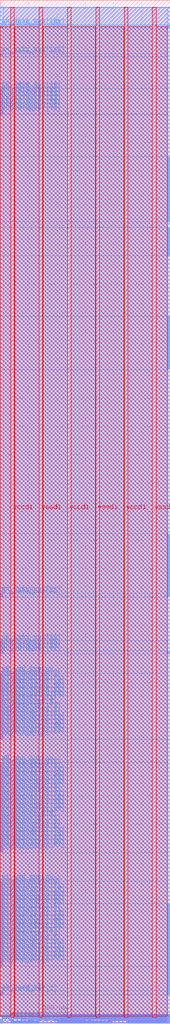
<source format=lef>
VERSION 5.7 ;
  NOWIREEXTENSIONATPIN ON ;
  DIVIDERCHAR "/" ;
  BUSBITCHARS "[]" ;
MACRO wb_interconnect
  CLASS BLOCK ;
  FOREIGN wb_interconnect ;
  ORIGIN 0.000 0.000 ;
  SIZE 300.000 BY 1800.000 ;
  PIN cfg_cska_wi[0]
    DIRECTION INPUT ;
    USE SIGNAL ;
    PORT
      LAYER met2 ;
        RECT 64.490 0.000 64.770 4.000 ;
    END
  END cfg_cska_wi[0]
  PIN cfg_cska_wi[1]
    DIRECTION INPUT ;
    USE SIGNAL ;
    PORT
      LAYER met2 ;
        RECT 63.570 0.000 63.850 4.000 ;
    END
  END cfg_cska_wi[1]
  PIN cfg_cska_wi[2]
    DIRECTION INPUT ;
    USE SIGNAL ;
    PORT
      LAYER met2 ;
        RECT 62.650 0.000 62.930 4.000 ;
    END
  END cfg_cska_wi[2]
  PIN cfg_cska_wi[3]
    DIRECTION INPUT ;
    USE SIGNAL ;
    PORT
      LAYER met2 ;
        RECT 61.730 0.000 62.010 4.000 ;
    END
  END cfg_cska_wi[3]
  PIN ch_clk_in[0]
    DIRECTION INPUT ;
    USE SIGNAL ;
    PORT
      LAYER met2 ;
        RECT 2.390 0.000 2.670 4.000 ;
    END
  END ch_clk_in[0]
  PIN ch_clk_in[1]
    DIRECTION INPUT ;
    USE SIGNAL ;
    PORT
      LAYER met2 ;
        RECT 1.470 0.000 1.750 4.000 ;
    END
  END ch_clk_in[1]
  PIN ch_clk_in[2]
    DIRECTION INPUT ;
    USE SIGNAL ;
    PORT
      LAYER met2 ;
        RECT 0.550 0.000 0.830 4.000 ;
    END
  END ch_clk_in[2]
  PIN ch_clk_out[0]
    DIRECTION OUTPUT TRISTATE ;
    USE SIGNAL ;
    PORT
      LAYER met3 ;
        RECT 0.000 6.160 4.000 6.760 ;
    END
  END ch_clk_out[0]
  PIN ch_clk_out[1]
    DIRECTION OUTPUT TRISTATE ;
    USE SIGNAL ;
    PORT
      LAYER met3 ;
        RECT 0.000 671.880 4.000 672.480 ;
    END
  END ch_clk_out[1]
  PIN ch_clk_out[2]
    DIRECTION OUTPUT TRISTATE ;
    USE SIGNAL ;
    PORT
      LAYER met3 ;
        RECT 0.000 755.520 4.000 756.120 ;
    END
  END ch_clk_out[2]
  PIN ch_data_in[0]
    DIRECTION INPUT ;
    USE SIGNAL ;
    PORT
      LAYER met2 ;
        RECT 60.810 0.000 61.090 4.000 ;
    END
  END ch_data_in[0]
  PIN ch_data_in[100]
    DIRECTION INPUT ;
    USE SIGNAL ;
    PORT
      LAYER met2 ;
        RECT 277.930 0.000 278.210 4.000 ;
    END
  END ch_data_in[100]
  PIN ch_data_in[101]
    DIRECTION INPUT ;
    USE SIGNAL ;
    PORT
      LAYER met2 ;
        RECT 277.010 0.000 277.290 4.000 ;
    END
  END ch_data_in[101]
  PIN ch_data_in[102]
    DIRECTION INPUT ;
    USE SIGNAL ;
    PORT
      LAYER met2 ;
        RECT 276.090 0.000 276.370 4.000 ;
    END
  END ch_data_in[102]
  PIN ch_data_in[103]
    DIRECTION INPUT ;
    USE SIGNAL ;
    PORT
      LAYER met2 ;
        RECT 275.170 0.000 275.450 4.000 ;
    END
  END ch_data_in[103]
  PIN ch_data_in[104]
    DIRECTION INPUT ;
    USE SIGNAL ;
    PORT
      LAYER met2 ;
        RECT 274.250 0.000 274.530 4.000 ;
    END
  END ch_data_in[104]
  PIN ch_data_in[105]
    DIRECTION INPUT ;
    USE SIGNAL ;
    PORT
      LAYER met2 ;
        RECT 273.330 0.000 273.610 4.000 ;
    END
  END ch_data_in[105]
  PIN ch_data_in[106]
    DIRECTION INPUT ;
    USE SIGNAL ;
    PORT
      LAYER met2 ;
        RECT 272.410 0.000 272.690 4.000 ;
    END
  END ch_data_in[106]
  PIN ch_data_in[107]
    DIRECTION INPUT ;
    USE SIGNAL ;
    PORT
      LAYER met2 ;
        RECT 271.490 0.000 271.770 4.000 ;
    END
  END ch_data_in[107]
  PIN ch_data_in[108]
    DIRECTION INPUT ;
    USE SIGNAL ;
    PORT
      LAYER met2 ;
        RECT 270.570 0.000 270.850 4.000 ;
    END
  END ch_data_in[108]
  PIN ch_data_in[109]
    DIRECTION INPUT ;
    USE SIGNAL ;
    PORT
      LAYER met2 ;
        RECT 269.650 0.000 269.930 4.000 ;
    END
  END ch_data_in[109]
  PIN ch_data_in[10]
    DIRECTION INPUT ;
    USE SIGNAL ;
    PORT
      LAYER met2 ;
        RECT 51.610 0.000 51.890 4.000 ;
    END
  END ch_data_in[10]
  PIN ch_data_in[110]
    DIRECTION INPUT ;
    USE SIGNAL ;
    PORT
      LAYER met2 ;
        RECT 268.730 0.000 269.010 4.000 ;
    END
  END ch_data_in[110]
  PIN ch_data_in[111]
    DIRECTION INPUT ;
    USE SIGNAL ;
    PORT
      LAYER met2 ;
        RECT 267.810 0.000 268.090 4.000 ;
    END
  END ch_data_in[111]
  PIN ch_data_in[112]
    DIRECTION INPUT ;
    USE SIGNAL ;
    PORT
      LAYER met3 ;
        RECT 296.000 1195.480 300.000 1196.080 ;
    END
  END ch_data_in[112]
  PIN ch_data_in[113]
    DIRECTION INPUT ;
    USE SIGNAL ;
    PORT
      LAYER met3 ;
        RECT 296.000 1194.120 300.000 1194.720 ;
    END
  END ch_data_in[113]
  PIN ch_data_in[114]
    DIRECTION INPUT ;
    USE SIGNAL ;
    PORT
      LAYER met3 ;
        RECT 296.000 1192.760 300.000 1193.360 ;
    END
  END ch_data_in[114]
  PIN ch_data_in[115]
    DIRECTION INPUT ;
    USE SIGNAL ;
    PORT
      LAYER met3 ;
        RECT 296.000 1191.400 300.000 1192.000 ;
    END
  END ch_data_in[115]
  PIN ch_data_in[116]
    DIRECTION INPUT ;
    USE SIGNAL ;
    PORT
      LAYER met3 ;
        RECT 296.000 1190.040 300.000 1190.640 ;
    END
  END ch_data_in[116]
  PIN ch_data_in[117]
    DIRECTION INPUT ;
    USE SIGNAL ;
    PORT
      LAYER met3 ;
        RECT 296.000 1188.680 300.000 1189.280 ;
    END
  END ch_data_in[117]
  PIN ch_data_in[118]
    DIRECTION INPUT ;
    USE SIGNAL ;
    PORT
      LAYER met3 ;
        RECT 296.000 1187.320 300.000 1187.920 ;
    END
  END ch_data_in[118]
  PIN ch_data_in[119]
    DIRECTION INPUT ;
    USE SIGNAL ;
    PORT
      LAYER met3 ;
        RECT 296.000 1185.960 300.000 1186.560 ;
    END
  END ch_data_in[119]
  PIN ch_data_in[11]
    DIRECTION INPUT ;
    USE SIGNAL ;
    PORT
      LAYER met2 ;
        RECT 50.690 0.000 50.970 4.000 ;
    END
  END ch_data_in[11]
  PIN ch_data_in[120]
    DIRECTION INPUT ;
    USE SIGNAL ;
    PORT
      LAYER met3 ;
        RECT 296.000 1184.600 300.000 1185.200 ;
    END
  END ch_data_in[120]
  PIN ch_data_in[121]
    DIRECTION INPUT ;
    USE SIGNAL ;
    PORT
      LAYER met3 ;
        RECT 296.000 1183.240 300.000 1183.840 ;
    END
  END ch_data_in[121]
  PIN ch_data_in[122]
    DIRECTION INPUT ;
    USE SIGNAL ;
    PORT
      LAYER met3 ;
        RECT 296.000 1181.880 300.000 1182.480 ;
    END
  END ch_data_in[122]
  PIN ch_data_in[123]
    DIRECTION INPUT ;
    USE SIGNAL ;
    PORT
      LAYER met3 ;
        RECT 296.000 1180.520 300.000 1181.120 ;
    END
  END ch_data_in[123]
  PIN ch_data_in[124]
    DIRECTION INPUT ;
    USE SIGNAL ;
    PORT
      LAYER met3 ;
        RECT 296.000 1179.160 300.000 1179.760 ;
    END
  END ch_data_in[124]
  PIN ch_data_in[125]
    DIRECTION INPUT ;
    USE SIGNAL ;
    PORT
      LAYER met3 ;
        RECT 296.000 1177.800 300.000 1178.400 ;
    END
  END ch_data_in[125]
  PIN ch_data_in[126]
    DIRECTION INPUT ;
    USE SIGNAL ;
    PORT
      LAYER met3 ;
        RECT 296.000 1176.440 300.000 1177.040 ;
    END
  END ch_data_in[126]
  PIN ch_data_in[127]
    DIRECTION INPUT ;
    USE SIGNAL ;
    PORT
      LAYER met3 ;
        RECT 296.000 1175.080 300.000 1175.680 ;
    END
  END ch_data_in[127]
  PIN ch_data_in[128]
    DIRECTION INPUT ;
    USE SIGNAL ;
    PORT
      LAYER met3 ;
        RECT 296.000 1173.720 300.000 1174.320 ;
    END
  END ch_data_in[128]
  PIN ch_data_in[129]
    DIRECTION INPUT ;
    USE SIGNAL ;
    PORT
      LAYER met3 ;
        RECT 296.000 1172.360 300.000 1172.960 ;
    END
  END ch_data_in[129]
  PIN ch_data_in[12]
    DIRECTION INPUT ;
    USE SIGNAL ;
    PORT
      LAYER met2 ;
        RECT 49.770 0.000 50.050 4.000 ;
    END
  END ch_data_in[12]
  PIN ch_data_in[130]
    DIRECTION INPUT ;
    USE SIGNAL ;
    PORT
      LAYER met3 ;
        RECT 296.000 1171.000 300.000 1171.600 ;
    END
  END ch_data_in[130]
  PIN ch_data_in[131]
    DIRECTION INPUT ;
    USE SIGNAL ;
    PORT
      LAYER met3 ;
        RECT 296.000 1169.640 300.000 1170.240 ;
    END
  END ch_data_in[131]
  PIN ch_data_in[132]
    DIRECTION INPUT ;
    USE SIGNAL ;
    PORT
      LAYER met3 ;
        RECT 296.000 1168.280 300.000 1168.880 ;
    END
  END ch_data_in[132]
  PIN ch_data_in[133]
    DIRECTION INPUT ;
    USE SIGNAL ;
    PORT
      LAYER met3 ;
        RECT 296.000 1166.920 300.000 1167.520 ;
    END
  END ch_data_in[133]
  PIN ch_data_in[134]
    DIRECTION INPUT ;
    USE SIGNAL ;
    PORT
      LAYER met3 ;
        RECT 296.000 1165.560 300.000 1166.160 ;
    END
  END ch_data_in[134]
  PIN ch_data_in[135]
    DIRECTION INPUT ;
    USE SIGNAL ;
    PORT
      LAYER met3 ;
        RECT 296.000 1164.200 300.000 1164.800 ;
    END
  END ch_data_in[135]
  PIN ch_data_in[136]
    DIRECTION INPUT ;
    USE SIGNAL ;
    PORT
      LAYER met3 ;
        RECT 296.000 1162.840 300.000 1163.440 ;
    END
  END ch_data_in[136]
  PIN ch_data_in[137]
    DIRECTION INPUT ;
    USE SIGNAL ;
    PORT
      LAYER met3 ;
        RECT 296.000 1161.480 300.000 1162.080 ;
    END
  END ch_data_in[137]
  PIN ch_data_in[138]
    DIRECTION INPUT ;
    USE SIGNAL ;
    PORT
      LAYER met3 ;
        RECT 296.000 1160.120 300.000 1160.720 ;
    END
  END ch_data_in[138]
  PIN ch_data_in[139]
    DIRECTION INPUT ;
    USE SIGNAL ;
    PORT
      LAYER met3 ;
        RECT 296.000 1158.760 300.000 1159.360 ;
    END
  END ch_data_in[139]
  PIN ch_data_in[13]
    DIRECTION INPUT ;
    USE SIGNAL ;
    PORT
      LAYER met2 ;
        RECT 48.850 0.000 49.130 4.000 ;
    END
  END ch_data_in[13]
  PIN ch_data_in[140]
    DIRECTION INPUT ;
    USE SIGNAL ;
    PORT
      LAYER met3 ;
        RECT 296.000 1157.400 300.000 1158.000 ;
    END
  END ch_data_in[140]
  PIN ch_data_in[141]
    DIRECTION INPUT ;
    USE SIGNAL ;
    PORT
      LAYER met3 ;
        RECT 296.000 1156.040 300.000 1156.640 ;
    END
  END ch_data_in[141]
  PIN ch_data_in[142]
    DIRECTION INPUT ;
    USE SIGNAL ;
    PORT
      LAYER met3 ;
        RECT 296.000 1154.680 300.000 1155.280 ;
    END
  END ch_data_in[142]
  PIN ch_data_in[143]
    DIRECTION INPUT ;
    USE SIGNAL ;
    PORT
      LAYER met3 ;
        RECT 296.000 1153.320 300.000 1153.920 ;
    END
  END ch_data_in[143]
  PIN ch_data_in[144]
    DIRECTION INPUT ;
    USE SIGNAL ;
    PORT
      LAYER met3 ;
        RECT 296.000 1151.960 300.000 1152.560 ;
    END
  END ch_data_in[144]
  PIN ch_data_in[145]
    DIRECTION INPUT ;
    USE SIGNAL ;
    PORT
      LAYER met3 ;
        RECT 296.000 1150.600 300.000 1151.200 ;
    END
  END ch_data_in[145]
  PIN ch_data_in[146]
    DIRECTION INPUT ;
    USE SIGNAL ;
    PORT
      LAYER met2 ;
        RECT 235.610 0.000 235.890 4.000 ;
    END
  END ch_data_in[146]
  PIN ch_data_in[147]
    DIRECTION INPUT ;
    USE SIGNAL ;
    PORT
      LAYER met2 ;
        RECT 234.690 0.000 234.970 4.000 ;
    END
  END ch_data_in[147]
  PIN ch_data_in[148]
    DIRECTION INPUT ;
    USE SIGNAL ;
    PORT
      LAYER met2 ;
        RECT 233.770 0.000 234.050 4.000 ;
    END
  END ch_data_in[148]
  PIN ch_data_in[149]
    DIRECTION INPUT ;
    USE SIGNAL ;
    PORT
      LAYER met2 ;
        RECT 232.850 0.000 233.130 4.000 ;
    END
  END ch_data_in[149]
  PIN ch_data_in[14]
    DIRECTION INPUT ;
    USE SIGNAL ;
    PORT
      LAYER met2 ;
        RECT 47.930 0.000 48.210 4.000 ;
    END
  END ch_data_in[14]
  PIN ch_data_in[150]
    DIRECTION INPUT ;
    USE SIGNAL ;
    PORT
      LAYER met2 ;
        RECT 231.930 0.000 232.210 4.000 ;
    END
  END ch_data_in[150]
  PIN ch_data_in[151]
    DIRECTION INPUT ;
    USE SIGNAL ;
    PORT
      LAYER met2 ;
        RECT 231.010 0.000 231.290 4.000 ;
    END
  END ch_data_in[151]
  PIN ch_data_in[152]
    DIRECTION INPUT ;
    USE SIGNAL ;
    PORT
      LAYER met2 ;
        RECT 230.090 0.000 230.370 4.000 ;
    END
  END ch_data_in[152]
  PIN ch_data_in[153]
    DIRECTION INPUT ;
    USE SIGNAL ;
    PORT
      LAYER met2 ;
        RECT 229.170 0.000 229.450 4.000 ;
    END
  END ch_data_in[153]
  PIN ch_data_in[154]
    DIRECTION INPUT ;
    USE SIGNAL ;
    PORT
      LAYER met2 ;
        RECT 228.250 0.000 228.530 4.000 ;
    END
  END ch_data_in[154]
  PIN ch_data_in[155]
    DIRECTION INPUT ;
    USE SIGNAL ;
    PORT
      LAYER met2 ;
        RECT 227.330 0.000 227.610 4.000 ;
    END
  END ch_data_in[155]
  PIN ch_data_in[156]
    DIRECTION INPUT ;
    USE SIGNAL ;
    PORT
      LAYER met2 ;
        RECT 226.410 0.000 226.690 4.000 ;
    END
  END ch_data_in[156]
  PIN ch_data_in[157]
    DIRECTION INPUT ;
    USE SIGNAL ;
    PORT
      LAYER met2 ;
        RECT 225.490 0.000 225.770 4.000 ;
    END
  END ch_data_in[157]
  PIN ch_data_in[15]
    DIRECTION INPUT ;
    USE SIGNAL ;
    PORT
      LAYER met2 ;
        RECT 47.010 0.000 47.290 4.000 ;
    END
  END ch_data_in[15]
  PIN ch_data_in[16]
    DIRECTION INPUT ;
    USE SIGNAL ;
    PORT
      LAYER met2 ;
        RECT 46.090 0.000 46.370 4.000 ;
    END
  END ch_data_in[16]
  PIN ch_data_in[17]
    DIRECTION INPUT ;
    USE SIGNAL ;
    PORT
      LAYER met2 ;
        RECT 45.170 0.000 45.450 4.000 ;
    END
  END ch_data_in[17]
  PIN ch_data_in[18]
    DIRECTION INPUT ;
    USE SIGNAL ;
    PORT
      LAYER met2 ;
        RECT 44.250 0.000 44.530 4.000 ;
    END
  END ch_data_in[18]
  PIN ch_data_in[19]
    DIRECTION INPUT ;
    USE SIGNAL ;
    PORT
      LAYER met2 ;
        RECT 43.330 0.000 43.610 4.000 ;
    END
  END ch_data_in[19]
  PIN ch_data_in[1]
    DIRECTION INPUT ;
    USE SIGNAL ;
    PORT
      LAYER met2 ;
        RECT 59.890 0.000 60.170 4.000 ;
    END
  END ch_data_in[1]
  PIN ch_data_in[20]
    DIRECTION INPUT ;
    USE SIGNAL ;
    PORT
      LAYER met2 ;
        RECT 42.410 0.000 42.690 4.000 ;
    END
  END ch_data_in[20]
  PIN ch_data_in[21]
    DIRECTION INPUT ;
    USE SIGNAL ;
    PORT
      LAYER met2 ;
        RECT 41.490 0.000 41.770 4.000 ;
    END
  END ch_data_in[21]
  PIN ch_data_in[22]
    DIRECTION INPUT ;
    USE SIGNAL ;
    PORT
      LAYER met2 ;
        RECT 40.570 0.000 40.850 4.000 ;
    END
  END ch_data_in[22]
  PIN ch_data_in[23]
    DIRECTION INPUT ;
    USE SIGNAL ;
    PORT
      LAYER met2 ;
        RECT 39.650 0.000 39.930 4.000 ;
    END
  END ch_data_in[23]
  PIN ch_data_in[24]
    DIRECTION INPUT ;
    USE SIGNAL ;
    PORT
      LAYER met2 ;
        RECT 38.730 0.000 39.010 4.000 ;
    END
  END ch_data_in[24]
  PIN ch_data_in[25]
    DIRECTION INPUT ;
    USE SIGNAL ;
    PORT
      LAYER met2 ;
        RECT 37.810 0.000 38.090 4.000 ;
    END
  END ch_data_in[25]
  PIN ch_data_in[26]
    DIRECTION INPUT ;
    USE SIGNAL ;
    PORT
      LAYER met2 ;
        RECT 36.890 0.000 37.170 4.000 ;
    END
  END ch_data_in[26]
  PIN ch_data_in[27]
    DIRECTION INPUT ;
    USE SIGNAL ;
    PORT
      LAYER met2 ;
        RECT 35.970 0.000 36.250 4.000 ;
    END
  END ch_data_in[27]
  PIN ch_data_in[28]
    DIRECTION INPUT ;
    USE SIGNAL ;
    PORT
      LAYER met2 ;
        RECT 35.050 0.000 35.330 4.000 ;
    END
  END ch_data_in[28]
  PIN ch_data_in[29]
    DIRECTION INPUT ;
    USE SIGNAL ;
    PORT
      LAYER met2 ;
        RECT 34.130 0.000 34.410 4.000 ;
    END
  END ch_data_in[29]
  PIN ch_data_in[2]
    DIRECTION INPUT ;
    USE SIGNAL ;
    PORT
      LAYER met2 ;
        RECT 58.970 0.000 59.250 4.000 ;
    END
  END ch_data_in[2]
  PIN ch_data_in[30]
    DIRECTION INPUT ;
    USE SIGNAL ;
    PORT
      LAYER met2 ;
        RECT 33.210 0.000 33.490 4.000 ;
    END
  END ch_data_in[30]
  PIN ch_data_in[31]
    DIRECTION INPUT ;
    USE SIGNAL ;
    PORT
      LAYER met2 ;
        RECT 32.290 0.000 32.570 4.000 ;
    END
  END ch_data_in[31]
  PIN ch_data_in[32]
    DIRECTION INPUT ;
    USE SIGNAL ;
    PORT
      LAYER met2 ;
        RECT 31.370 0.000 31.650 4.000 ;
    END
  END ch_data_in[32]
  PIN ch_data_in[33]
    DIRECTION INPUT ;
    USE SIGNAL ;
    PORT
      LAYER met2 ;
        RECT 30.450 0.000 30.730 4.000 ;
    END
  END ch_data_in[33]
  PIN ch_data_in[34]
    DIRECTION INPUT ;
    USE SIGNAL ;
    PORT
      LAYER met2 ;
        RECT 29.530 0.000 29.810 4.000 ;
    END
  END ch_data_in[34]
  PIN ch_data_in[35]
    DIRECTION INPUT ;
    USE SIGNAL ;
    PORT
      LAYER met2 ;
        RECT 28.610 0.000 28.890 4.000 ;
    END
  END ch_data_in[35]
  PIN ch_data_in[36]
    DIRECTION INPUT ;
    USE SIGNAL ;
    PORT
      LAYER met2 ;
        RECT 27.690 0.000 27.970 4.000 ;
    END
  END ch_data_in[36]
  PIN ch_data_in[37]
    DIRECTION INPUT ;
    USE SIGNAL ;
    PORT
      LAYER met2 ;
        RECT 26.770 0.000 27.050 4.000 ;
    END
  END ch_data_in[37]
  PIN ch_data_in[38]
    DIRECTION INPUT ;
    USE SIGNAL ;
    PORT
      LAYER met2 ;
        RECT 25.850 0.000 26.130 4.000 ;
    END
  END ch_data_in[38]
  PIN ch_data_in[39]
    DIRECTION INPUT ;
    USE SIGNAL ;
    PORT
      LAYER met2 ;
        RECT 24.930 0.000 25.210 4.000 ;
    END
  END ch_data_in[39]
  PIN ch_data_in[3]
    DIRECTION INPUT ;
    USE SIGNAL ;
    PORT
      LAYER met2 ;
        RECT 58.050 0.000 58.330 4.000 ;
    END
  END ch_data_in[3]
  PIN ch_data_in[40]
    DIRECTION INPUT ;
    USE SIGNAL ;
    PORT
      LAYER met2 ;
        RECT 24.010 0.000 24.290 4.000 ;
    END
  END ch_data_in[40]
  PIN ch_data_in[41]
    DIRECTION INPUT ;
    USE SIGNAL ;
    PORT
      LAYER met2 ;
        RECT 23.090 0.000 23.370 4.000 ;
    END
  END ch_data_in[41]
  PIN ch_data_in[42]
    DIRECTION INPUT ;
    USE SIGNAL ;
    PORT
      LAYER met2 ;
        RECT 22.170 0.000 22.450 4.000 ;
    END
  END ch_data_in[42]
  PIN ch_data_in[43]
    DIRECTION INPUT ;
    USE SIGNAL ;
    PORT
      LAYER met2 ;
        RECT 21.250 0.000 21.530 4.000 ;
    END
  END ch_data_in[43]
  PIN ch_data_in[44]
    DIRECTION INPUT ;
    USE SIGNAL ;
    PORT
      LAYER met3 ;
        RECT 296.000 1394.040 300.000 1394.640 ;
    END
  END ch_data_in[44]
  PIN ch_data_in[45]
    DIRECTION INPUT ;
    USE SIGNAL ;
    PORT
      LAYER met3 ;
        RECT 296.000 1392.680 300.000 1393.280 ;
    END
  END ch_data_in[45]
  PIN ch_data_in[46]
    DIRECTION INPUT ;
    USE SIGNAL ;
    PORT
      LAYER met3 ;
        RECT 296.000 1391.320 300.000 1391.920 ;
    END
  END ch_data_in[46]
  PIN ch_data_in[47]
    DIRECTION INPUT ;
    USE SIGNAL ;
    PORT
      LAYER met3 ;
        RECT 296.000 1389.960 300.000 1390.560 ;
    END
  END ch_data_in[47]
  PIN ch_data_in[48]
    DIRECTION INPUT ;
    USE SIGNAL ;
    PORT
      LAYER met3 ;
        RECT 296.000 1388.600 300.000 1389.200 ;
    END
  END ch_data_in[48]
  PIN ch_data_in[49]
    DIRECTION INPUT ;
    USE SIGNAL ;
    PORT
      LAYER met3 ;
        RECT 296.000 1387.240 300.000 1387.840 ;
    END
  END ch_data_in[49]
  PIN ch_data_in[4]
    DIRECTION INPUT ;
    USE SIGNAL ;
    PORT
      LAYER met2 ;
        RECT 57.130 0.000 57.410 4.000 ;
    END
  END ch_data_in[4]
  PIN ch_data_in[50]
    DIRECTION INPUT ;
    USE SIGNAL ;
    PORT
      LAYER met3 ;
        RECT 296.000 1385.880 300.000 1386.480 ;
    END
  END ch_data_in[50]
  PIN ch_data_in[51]
    DIRECTION INPUT ;
    USE SIGNAL ;
    PORT
      LAYER met3 ;
        RECT 296.000 1384.520 300.000 1385.120 ;
    END
  END ch_data_in[51]
  PIN ch_data_in[52]
    DIRECTION INPUT ;
    USE SIGNAL ;
    PORT
      LAYER met3 ;
        RECT 296.000 1383.160 300.000 1383.760 ;
    END
  END ch_data_in[52]
  PIN ch_data_in[53]
    DIRECTION INPUT ;
    USE SIGNAL ;
    PORT
      LAYER met3 ;
        RECT 296.000 1381.800 300.000 1382.400 ;
    END
  END ch_data_in[53]
  PIN ch_data_in[54]
    DIRECTION INPUT ;
    USE SIGNAL ;
    PORT
      LAYER met3 ;
        RECT 296.000 1380.440 300.000 1381.040 ;
    END
  END ch_data_in[54]
  PIN ch_data_in[55]
    DIRECTION INPUT ;
    USE SIGNAL ;
    PORT
      LAYER met3 ;
        RECT 296.000 1379.080 300.000 1379.680 ;
    END
  END ch_data_in[55]
  PIN ch_data_in[56]
    DIRECTION INPUT ;
    USE SIGNAL ;
    PORT
      LAYER met3 ;
        RECT 296.000 1377.720 300.000 1378.320 ;
    END
  END ch_data_in[56]
  PIN ch_data_in[57]
    DIRECTION INPUT ;
    USE SIGNAL ;
    PORT
      LAYER met3 ;
        RECT 296.000 1376.360 300.000 1376.960 ;
    END
  END ch_data_in[57]
  PIN ch_data_in[58]
    DIRECTION INPUT ;
    USE SIGNAL ;
    PORT
      LAYER met3 ;
        RECT 296.000 1375.000 300.000 1375.600 ;
    END
  END ch_data_in[58]
  PIN ch_data_in[59]
    DIRECTION INPUT ;
    USE SIGNAL ;
    PORT
      LAYER met3 ;
        RECT 296.000 1373.640 300.000 1374.240 ;
    END
  END ch_data_in[59]
  PIN ch_data_in[5]
    DIRECTION INPUT ;
    USE SIGNAL ;
    PORT
      LAYER met2 ;
        RECT 56.210 0.000 56.490 4.000 ;
    END
  END ch_data_in[5]
  PIN ch_data_in[60]
    DIRECTION INPUT ;
    USE SIGNAL ;
    PORT
      LAYER met3 ;
        RECT 296.000 1372.280 300.000 1372.880 ;
    END
  END ch_data_in[60]
  PIN ch_data_in[61]
    DIRECTION INPUT ;
    USE SIGNAL ;
    PORT
      LAYER met3 ;
        RECT 296.000 1370.920 300.000 1371.520 ;
    END
  END ch_data_in[61]
  PIN ch_data_in[62]
    DIRECTION INPUT ;
    USE SIGNAL ;
    PORT
      LAYER met3 ;
        RECT 296.000 1369.560 300.000 1370.160 ;
    END
  END ch_data_in[62]
  PIN ch_data_in[63]
    DIRECTION INPUT ;
    USE SIGNAL ;
    PORT
      LAYER met3 ;
        RECT 296.000 1368.200 300.000 1368.800 ;
    END
  END ch_data_in[63]
  PIN ch_data_in[64]
    DIRECTION INPUT ;
    USE SIGNAL ;
    PORT
      LAYER met3 ;
        RECT 296.000 1366.840 300.000 1367.440 ;
    END
  END ch_data_in[64]
  PIN ch_data_in[65]
    DIRECTION INPUT ;
    USE SIGNAL ;
    PORT
      LAYER met3 ;
        RECT 296.000 1365.480 300.000 1366.080 ;
    END
  END ch_data_in[65]
  PIN ch_data_in[66]
    DIRECTION INPUT ;
    USE SIGNAL ;
    PORT
      LAYER met3 ;
        RECT 296.000 1364.120 300.000 1364.720 ;
    END
  END ch_data_in[66]
  PIN ch_data_in[67]
    DIRECTION INPUT ;
    USE SIGNAL ;
    PORT
      LAYER met3 ;
        RECT 296.000 1362.760 300.000 1363.360 ;
    END
  END ch_data_in[67]
  PIN ch_data_in[68]
    DIRECTION INPUT ;
    USE SIGNAL ;
    PORT
      LAYER met3 ;
        RECT 296.000 1361.400 300.000 1362.000 ;
    END
  END ch_data_in[68]
  PIN ch_data_in[69]
    DIRECTION INPUT ;
    USE SIGNAL ;
    PORT
      LAYER met3 ;
        RECT 296.000 1360.040 300.000 1360.640 ;
    END
  END ch_data_in[69]
  PIN ch_data_in[6]
    DIRECTION INPUT ;
    USE SIGNAL ;
    PORT
      LAYER met2 ;
        RECT 55.290 0.000 55.570 4.000 ;
    END
  END ch_data_in[6]
  PIN ch_data_in[70]
    DIRECTION INPUT ;
    USE SIGNAL ;
    PORT
      LAYER met3 ;
        RECT 296.000 1358.680 300.000 1359.280 ;
    END
  END ch_data_in[70]
  PIN ch_data_in[71]
    DIRECTION INPUT ;
    USE SIGNAL ;
    PORT
      LAYER met3 ;
        RECT 296.000 1357.320 300.000 1357.920 ;
    END
  END ch_data_in[71]
  PIN ch_data_in[72]
    DIRECTION INPUT ;
    USE SIGNAL ;
    PORT
      LAYER met3 ;
        RECT 296.000 1355.960 300.000 1356.560 ;
    END
  END ch_data_in[72]
  PIN ch_data_in[73]
    DIRECTION INPUT ;
    USE SIGNAL ;
    PORT
      LAYER met3 ;
        RECT 296.000 1354.600 300.000 1355.200 ;
    END
  END ch_data_in[73]
  PIN ch_data_in[74]
    DIRECTION INPUT ;
    USE SIGNAL ;
    PORT
      LAYER met3 ;
        RECT 296.000 1353.240 300.000 1353.840 ;
    END
  END ch_data_in[74]
  PIN ch_data_in[75]
    DIRECTION INPUT ;
    USE SIGNAL ;
    PORT
      LAYER met3 ;
        RECT 296.000 1351.880 300.000 1352.480 ;
    END
  END ch_data_in[75]
  PIN ch_data_in[76]
    DIRECTION INPUT ;
    USE SIGNAL ;
    PORT
      LAYER met3 ;
        RECT 296.000 1350.520 300.000 1351.120 ;
    END
  END ch_data_in[76]
  PIN ch_data_in[77]
    DIRECTION INPUT ;
    USE SIGNAL ;
    PORT
      LAYER met2 ;
        RECT 299.090 0.000 299.370 4.000 ;
    END
  END ch_data_in[77]
  PIN ch_data_in[78]
    DIRECTION INPUT ;
    USE SIGNAL ;
    PORT
      LAYER met2 ;
        RECT 298.170 0.000 298.450 4.000 ;
    END
  END ch_data_in[78]
  PIN ch_data_in[79]
    DIRECTION INPUT ;
    USE SIGNAL ;
    PORT
      LAYER met2 ;
        RECT 297.250 0.000 297.530 4.000 ;
    END
  END ch_data_in[79]
  PIN ch_data_in[7]
    DIRECTION INPUT ;
    USE SIGNAL ;
    PORT
      LAYER met2 ;
        RECT 54.370 0.000 54.650 4.000 ;
    END
  END ch_data_in[7]
  PIN ch_data_in[80]
    DIRECTION INPUT ;
    USE SIGNAL ;
    PORT
      LAYER met2 ;
        RECT 296.330 0.000 296.610 4.000 ;
    END
  END ch_data_in[80]
  PIN ch_data_in[81]
    DIRECTION INPUT ;
    USE SIGNAL ;
    PORT
      LAYER met2 ;
        RECT 295.410 0.000 295.690 4.000 ;
    END
  END ch_data_in[81]
  PIN ch_data_in[82]
    DIRECTION INPUT ;
    USE SIGNAL ;
    PORT
      LAYER met2 ;
        RECT 294.490 0.000 294.770 4.000 ;
    END
  END ch_data_in[82]
  PIN ch_data_in[83]
    DIRECTION INPUT ;
    USE SIGNAL ;
    PORT
      LAYER met2 ;
        RECT 293.570 0.000 293.850 4.000 ;
    END
  END ch_data_in[83]
  PIN ch_data_in[84]
    DIRECTION INPUT ;
    USE SIGNAL ;
    PORT
      LAYER met2 ;
        RECT 292.650 0.000 292.930 4.000 ;
    END
  END ch_data_in[84]
  PIN ch_data_in[85]
    DIRECTION INPUT ;
    USE SIGNAL ;
    PORT
      LAYER met2 ;
        RECT 291.730 0.000 292.010 4.000 ;
    END
  END ch_data_in[85]
  PIN ch_data_in[86]
    DIRECTION INPUT ;
    USE SIGNAL ;
    PORT
      LAYER met2 ;
        RECT 290.810 0.000 291.090 4.000 ;
    END
  END ch_data_in[86]
  PIN ch_data_in[87]
    DIRECTION INPUT ;
    USE SIGNAL ;
    PORT
      LAYER met2 ;
        RECT 289.890 0.000 290.170 4.000 ;
    END
  END ch_data_in[87]
  PIN ch_data_in[88]
    DIRECTION INPUT ;
    USE SIGNAL ;
    PORT
      LAYER met2 ;
        RECT 288.970 0.000 289.250 4.000 ;
    END
  END ch_data_in[88]
  PIN ch_data_in[89]
    DIRECTION INPUT ;
    USE SIGNAL ;
    PORT
      LAYER met2 ;
        RECT 288.050 0.000 288.330 4.000 ;
    END
  END ch_data_in[89]
  PIN ch_data_in[8]
    DIRECTION INPUT ;
    USE SIGNAL ;
    PORT
      LAYER met2 ;
        RECT 53.450 0.000 53.730 4.000 ;
    END
  END ch_data_in[8]
  PIN ch_data_in[90]
    DIRECTION INPUT ;
    USE SIGNAL ;
    PORT
      LAYER met2 ;
        RECT 287.130 0.000 287.410 4.000 ;
    END
  END ch_data_in[90]
  PIN ch_data_in[91]
    DIRECTION INPUT ;
    USE SIGNAL ;
    PORT
      LAYER met2 ;
        RECT 286.210 0.000 286.490 4.000 ;
    END
  END ch_data_in[91]
  PIN ch_data_in[92]
    DIRECTION INPUT ;
    USE SIGNAL ;
    PORT
      LAYER met2 ;
        RECT 285.290 0.000 285.570 4.000 ;
    END
  END ch_data_in[92]
  PIN ch_data_in[93]
    DIRECTION INPUT ;
    USE SIGNAL ;
    PORT
      LAYER met2 ;
        RECT 284.370 0.000 284.650 4.000 ;
    END
  END ch_data_in[93]
  PIN ch_data_in[94]
    DIRECTION INPUT ;
    USE SIGNAL ;
    PORT
      LAYER met2 ;
        RECT 283.450 0.000 283.730 4.000 ;
    END
  END ch_data_in[94]
  PIN ch_data_in[95]
    DIRECTION INPUT ;
    USE SIGNAL ;
    PORT
      LAYER met2 ;
        RECT 282.530 0.000 282.810 4.000 ;
    END
  END ch_data_in[95]
  PIN ch_data_in[96]
    DIRECTION INPUT ;
    USE SIGNAL ;
    PORT
      LAYER met2 ;
        RECT 281.610 0.000 281.890 4.000 ;
    END
  END ch_data_in[96]
  PIN ch_data_in[97]
    DIRECTION INPUT ;
    USE SIGNAL ;
    PORT
      LAYER met2 ;
        RECT 280.690 0.000 280.970 4.000 ;
    END
  END ch_data_in[97]
  PIN ch_data_in[98]
    DIRECTION INPUT ;
    USE SIGNAL ;
    PORT
      LAYER met2 ;
        RECT 279.770 0.000 280.050 4.000 ;
    END
  END ch_data_in[98]
  PIN ch_data_in[99]
    DIRECTION INPUT ;
    USE SIGNAL ;
    PORT
      LAYER met2 ;
        RECT 278.850 0.000 279.130 4.000 ;
    END
  END ch_data_in[99]
  PIN ch_data_in[9]
    DIRECTION INPUT ;
    USE SIGNAL ;
    PORT
      LAYER met2 ;
        RECT 52.530 0.000 52.810 4.000 ;
    END
  END ch_data_in[9]
  PIN ch_data_out[0]
    DIRECTION OUTPUT TRISTATE ;
    USE SIGNAL ;
    PORT
      LAYER met3 ;
        RECT 0.000 54.440 4.000 55.040 ;
    END
  END ch_data_out[0]
  PIN ch_data_out[100]
    DIRECTION OUTPUT TRISTATE ;
    USE SIGNAL ;
    PORT
      LAYER met3 ;
        RECT 296.000 1211.800 300.000 1212.400 ;
    END
  END ch_data_out[100]
  PIN ch_data_out[101]
    DIRECTION OUTPUT TRISTATE ;
    USE SIGNAL ;
    PORT
      LAYER met3 ;
        RECT 296.000 1210.440 300.000 1211.040 ;
    END
  END ch_data_out[101]
  PIN ch_data_out[102]
    DIRECTION OUTPUT TRISTATE ;
    USE SIGNAL ;
    PORT
      LAYER met3 ;
        RECT 296.000 1209.080 300.000 1209.680 ;
    END
  END ch_data_out[102]
  PIN ch_data_out[103]
    DIRECTION OUTPUT TRISTATE ;
    USE SIGNAL ;
    PORT
      LAYER met3 ;
        RECT 296.000 1207.720 300.000 1208.320 ;
    END
  END ch_data_out[103]
  PIN ch_data_out[104]
    DIRECTION OUTPUT TRISTATE ;
    USE SIGNAL ;
    PORT
      LAYER met3 ;
        RECT 296.000 1206.360 300.000 1206.960 ;
    END
  END ch_data_out[104]
  PIN ch_data_out[105]
    DIRECTION OUTPUT TRISTATE ;
    USE SIGNAL ;
    PORT
      LAYER met3 ;
        RECT 296.000 1205.000 300.000 1205.600 ;
    END
  END ch_data_out[105]
  PIN ch_data_out[106]
    DIRECTION OUTPUT TRISTATE ;
    USE SIGNAL ;
    PORT
      LAYER met3 ;
        RECT 296.000 1203.640 300.000 1204.240 ;
    END
  END ch_data_out[106]
  PIN ch_data_out[107]
    DIRECTION OUTPUT TRISTATE ;
    USE SIGNAL ;
    PORT
      LAYER met3 ;
        RECT 296.000 1202.280 300.000 1202.880 ;
    END
  END ch_data_out[107]
  PIN ch_data_out[108]
    DIRECTION OUTPUT TRISTATE ;
    USE SIGNAL ;
    PORT
      LAYER met3 ;
        RECT 296.000 1200.920 300.000 1201.520 ;
    END
  END ch_data_out[108]
  PIN ch_data_out[109]
    DIRECTION OUTPUT TRISTATE ;
    USE SIGNAL ;
    PORT
      LAYER met3 ;
        RECT 296.000 1199.560 300.000 1200.160 ;
    END
  END ch_data_out[109]
  PIN ch_data_out[10]
    DIRECTION OUTPUT TRISTATE ;
    USE SIGNAL ;
    PORT
      LAYER met3 ;
        RECT 296.000 651.480 300.000 652.080 ;
    END
  END ch_data_out[10]
  PIN ch_data_out[110]
    DIRECTION OUTPUT TRISTATE ;
    USE SIGNAL ;
    PORT
      LAYER met3 ;
        RECT 296.000 1198.200 300.000 1198.800 ;
    END
  END ch_data_out[110]
  PIN ch_data_out[111]
    DIRECTION OUTPUT TRISTATE ;
    USE SIGNAL ;
    PORT
      LAYER met3 ;
        RECT 296.000 1196.840 300.000 1197.440 ;
    END
  END ch_data_out[111]
  PIN ch_data_out[112]
    DIRECTION OUTPUT TRISTATE ;
    USE SIGNAL ;
    PORT
      LAYER met2 ;
        RECT 266.890 0.000 267.170 4.000 ;
    END
  END ch_data_out[112]
  PIN ch_data_out[113]
    DIRECTION OUTPUT TRISTATE ;
    USE SIGNAL ;
    PORT
      LAYER met2 ;
        RECT 265.970 0.000 266.250 4.000 ;
    END
  END ch_data_out[113]
  PIN ch_data_out[114]
    DIRECTION OUTPUT TRISTATE ;
    USE SIGNAL ;
    PORT
      LAYER met2 ;
        RECT 265.050 0.000 265.330 4.000 ;
    END
  END ch_data_out[114]
  PIN ch_data_out[115]
    DIRECTION OUTPUT TRISTATE ;
    USE SIGNAL ;
    PORT
      LAYER met2 ;
        RECT 264.130 0.000 264.410 4.000 ;
    END
  END ch_data_out[115]
  PIN ch_data_out[116]
    DIRECTION OUTPUT TRISTATE ;
    USE SIGNAL ;
    PORT
      LAYER met2 ;
        RECT 263.210 0.000 263.490 4.000 ;
    END
  END ch_data_out[116]
  PIN ch_data_out[117]
    DIRECTION OUTPUT TRISTATE ;
    USE SIGNAL ;
    PORT
      LAYER met2 ;
        RECT 262.290 0.000 262.570 4.000 ;
    END
  END ch_data_out[117]
  PIN ch_data_out[118]
    DIRECTION OUTPUT TRISTATE ;
    USE SIGNAL ;
    PORT
      LAYER met2 ;
        RECT 261.370 0.000 261.650 4.000 ;
    END
  END ch_data_out[118]
  PIN ch_data_out[119]
    DIRECTION OUTPUT TRISTATE ;
    USE SIGNAL ;
    PORT
      LAYER met2 ;
        RECT 260.450 0.000 260.730 4.000 ;
    END
  END ch_data_out[119]
  PIN ch_data_out[11]
    DIRECTION OUTPUT TRISTATE ;
    USE SIGNAL ;
    PORT
      LAYER met3 ;
        RECT 296.000 650.120 300.000 650.720 ;
    END
  END ch_data_out[11]
  PIN ch_data_out[120]
    DIRECTION OUTPUT TRISTATE ;
    USE SIGNAL ;
    PORT
      LAYER met2 ;
        RECT 259.530 0.000 259.810 4.000 ;
    END
  END ch_data_out[120]
  PIN ch_data_out[121]
    DIRECTION OUTPUT TRISTATE ;
    USE SIGNAL ;
    PORT
      LAYER met2 ;
        RECT 258.610 0.000 258.890 4.000 ;
    END
  END ch_data_out[121]
  PIN ch_data_out[122]
    DIRECTION OUTPUT TRISTATE ;
    USE SIGNAL ;
    PORT
      LAYER met2 ;
        RECT 257.690 0.000 257.970 4.000 ;
    END
  END ch_data_out[122]
  PIN ch_data_out[123]
    DIRECTION OUTPUT TRISTATE ;
    USE SIGNAL ;
    PORT
      LAYER met2 ;
        RECT 256.770 0.000 257.050 4.000 ;
    END
  END ch_data_out[123]
  PIN ch_data_out[124]
    DIRECTION OUTPUT TRISTATE ;
    USE SIGNAL ;
    PORT
      LAYER met2 ;
        RECT 255.850 0.000 256.130 4.000 ;
    END
  END ch_data_out[124]
  PIN ch_data_out[125]
    DIRECTION OUTPUT TRISTATE ;
    USE SIGNAL ;
    PORT
      LAYER met2 ;
        RECT 254.930 0.000 255.210 4.000 ;
    END
  END ch_data_out[125]
  PIN ch_data_out[126]
    DIRECTION OUTPUT TRISTATE ;
    USE SIGNAL ;
    PORT
      LAYER met2 ;
        RECT 254.010 0.000 254.290 4.000 ;
    END
  END ch_data_out[126]
  PIN ch_data_out[127]
    DIRECTION OUTPUT TRISTATE ;
    USE SIGNAL ;
    PORT
      LAYER met2 ;
        RECT 253.090 0.000 253.370 4.000 ;
    END
  END ch_data_out[127]
  PIN ch_data_out[128]
    DIRECTION OUTPUT TRISTATE ;
    USE SIGNAL ;
    PORT
      LAYER met2 ;
        RECT 252.170 0.000 252.450 4.000 ;
    END
  END ch_data_out[128]
  PIN ch_data_out[129]
    DIRECTION OUTPUT TRISTATE ;
    USE SIGNAL ;
    PORT
      LAYER met2 ;
        RECT 251.250 0.000 251.530 4.000 ;
    END
  END ch_data_out[129]
  PIN ch_data_out[12]
    DIRECTION OUTPUT TRISTATE ;
    USE SIGNAL ;
    PORT
      LAYER met3 ;
        RECT 296.000 1399.480 300.000 1400.080 ;
    END
  END ch_data_out[12]
  PIN ch_data_out[130]
    DIRECTION OUTPUT TRISTATE ;
    USE SIGNAL ;
    PORT
      LAYER met2 ;
        RECT 250.330 0.000 250.610 4.000 ;
    END
  END ch_data_out[130]
  PIN ch_data_out[131]
    DIRECTION OUTPUT TRISTATE ;
    USE SIGNAL ;
    PORT
      LAYER met2 ;
        RECT 249.410 0.000 249.690 4.000 ;
    END
  END ch_data_out[131]
  PIN ch_data_out[132]
    DIRECTION OUTPUT TRISTATE ;
    USE SIGNAL ;
    PORT
      LAYER met2 ;
        RECT 248.490 0.000 248.770 4.000 ;
    END
  END ch_data_out[132]
  PIN ch_data_out[133]
    DIRECTION OUTPUT TRISTATE ;
    USE SIGNAL ;
    PORT
      LAYER met2 ;
        RECT 247.570 0.000 247.850 4.000 ;
    END
  END ch_data_out[133]
  PIN ch_data_out[134]
    DIRECTION OUTPUT TRISTATE ;
    USE SIGNAL ;
    PORT
      LAYER met2 ;
        RECT 246.650 0.000 246.930 4.000 ;
    END
  END ch_data_out[134]
  PIN ch_data_out[135]
    DIRECTION OUTPUT TRISTATE ;
    USE SIGNAL ;
    PORT
      LAYER met2 ;
        RECT 245.730 0.000 246.010 4.000 ;
    END
  END ch_data_out[135]
  PIN ch_data_out[136]
    DIRECTION OUTPUT TRISTATE ;
    USE SIGNAL ;
    PORT
      LAYER met2 ;
        RECT 244.810 0.000 245.090 4.000 ;
    END
  END ch_data_out[136]
  PIN ch_data_out[137]
    DIRECTION OUTPUT TRISTATE ;
    USE SIGNAL ;
    PORT
      LAYER met2 ;
        RECT 243.890 0.000 244.170 4.000 ;
    END
  END ch_data_out[137]
  PIN ch_data_out[138]
    DIRECTION OUTPUT TRISTATE ;
    USE SIGNAL ;
    PORT
      LAYER met2 ;
        RECT 242.970 0.000 243.250 4.000 ;
    END
  END ch_data_out[138]
  PIN ch_data_out[139]
    DIRECTION OUTPUT TRISTATE ;
    USE SIGNAL ;
    PORT
      LAYER met2 ;
        RECT 242.050 0.000 242.330 4.000 ;
    END
  END ch_data_out[139]
  PIN ch_data_out[13]
    DIRECTION OUTPUT TRISTATE ;
    USE SIGNAL ;
    PORT
      LAYER met3 ;
        RECT 296.000 1398.120 300.000 1398.720 ;
    END
  END ch_data_out[13]
  PIN ch_data_out[140]
    DIRECTION OUTPUT TRISTATE ;
    USE SIGNAL ;
    PORT
      LAYER met2 ;
        RECT 241.130 0.000 241.410 4.000 ;
    END
  END ch_data_out[140]
  PIN ch_data_out[141]
    DIRECTION OUTPUT TRISTATE ;
    USE SIGNAL ;
    PORT
      LAYER met2 ;
        RECT 240.210 0.000 240.490 4.000 ;
    END
  END ch_data_out[141]
  PIN ch_data_out[142]
    DIRECTION OUTPUT TRISTATE ;
    USE SIGNAL ;
    PORT
      LAYER met2 ;
        RECT 239.290 0.000 239.570 4.000 ;
    END
  END ch_data_out[142]
  PIN ch_data_out[143]
    DIRECTION OUTPUT TRISTATE ;
    USE SIGNAL ;
    PORT
      LAYER met2 ;
        RECT 238.370 0.000 238.650 4.000 ;
    END
  END ch_data_out[143]
  PIN ch_data_out[144]
    DIRECTION OUTPUT TRISTATE ;
    USE SIGNAL ;
    PORT
      LAYER met2 ;
        RECT 237.450 0.000 237.730 4.000 ;
    END
  END ch_data_out[144]
  PIN ch_data_out[145]
    DIRECTION OUTPUT TRISTATE ;
    USE SIGNAL ;
    PORT
      LAYER met2 ;
        RECT 236.530 0.000 236.810 4.000 ;
    END
  END ch_data_out[145]
  PIN ch_data_out[146]
    DIRECTION OUTPUT TRISTATE ;
    USE SIGNAL ;
    PORT
      LAYER met3 ;
        RECT 0.000 1704.800 4.000 1705.400 ;
    END
  END ch_data_out[146]
  PIN ch_data_out[147]
    DIRECTION OUTPUT TRISTATE ;
    USE SIGNAL ;
    PORT
      LAYER met3 ;
        RECT 0.000 1703.440 4.000 1704.040 ;
    END
  END ch_data_out[147]
  PIN ch_data_out[148]
    DIRECTION OUTPUT TRISTATE ;
    USE SIGNAL ;
    PORT
      LAYER met3 ;
        RECT 0.000 1702.080 4.000 1702.680 ;
    END
  END ch_data_out[148]
  PIN ch_data_out[149]
    DIRECTION OUTPUT TRISTATE ;
    USE SIGNAL ;
    PORT
      LAYER met3 ;
        RECT 0.000 1700.720 4.000 1701.320 ;
    END
  END ch_data_out[149]
  PIN ch_data_out[14]
    DIRECTION OUTPUT TRISTATE ;
    USE SIGNAL ;
    PORT
      LAYER met3 ;
        RECT 296.000 1396.760 300.000 1397.360 ;
    END
  END ch_data_out[14]
  PIN ch_data_out[150]
    DIRECTION OUTPUT TRISTATE ;
    USE SIGNAL ;
    PORT
      LAYER met3 ;
        RECT 0.000 1754.440 4.000 1755.040 ;
    END
  END ch_data_out[150]
  PIN ch_data_out[151]
    DIRECTION OUTPUT TRISTATE ;
    USE SIGNAL ;
    PORT
      LAYER met3 ;
        RECT 0.000 1753.080 4.000 1753.680 ;
    END
  END ch_data_out[151]
  PIN ch_data_out[152]
    DIRECTION OUTPUT TRISTATE ;
    USE SIGNAL ;
    PORT
      LAYER met3 ;
        RECT 0.000 1751.720 4.000 1752.320 ;
    END
  END ch_data_out[152]
  PIN ch_data_out[153]
    DIRECTION OUTPUT TRISTATE ;
    USE SIGNAL ;
    PORT
      LAYER met3 ;
        RECT 0.000 1750.360 4.000 1750.960 ;
    END
  END ch_data_out[153]
  PIN ch_data_out[154]
    DIRECTION OUTPUT TRISTATE ;
    USE SIGNAL ;
    PORT
      LAYER met3 ;
        RECT 296.000 1751.720 300.000 1752.320 ;
    END
  END ch_data_out[154]
  PIN ch_data_out[155]
    DIRECTION OUTPUT TRISTATE ;
    USE SIGNAL ;
    PORT
      LAYER met3 ;
        RECT 296.000 1753.080 300.000 1753.680 ;
    END
  END ch_data_out[155]
  PIN ch_data_out[156]
    DIRECTION OUTPUT TRISTATE ;
    USE SIGNAL ;
    PORT
      LAYER met3 ;
        RECT 296.000 1754.440 300.000 1755.040 ;
    END
  END ch_data_out[156]
  PIN ch_data_out[157]
    DIRECTION OUTPUT TRISTATE ;
    USE SIGNAL ;
    PORT
      LAYER met3 ;
        RECT 296.000 1755.800 300.000 1756.400 ;
    END
  END ch_data_out[157]
  PIN ch_data_out[15]
    DIRECTION OUTPUT TRISTATE ;
    USE SIGNAL ;
    PORT
      LAYER met3 ;
        RECT 296.000 1395.400 300.000 1396.000 ;
    END
  END ch_data_out[15]
  PIN ch_data_out[16]
    DIRECTION OUTPUT TRISTATE ;
    USE SIGNAL ;
    PORT
      LAYER met3 ;
        RECT 296.000 4.800 300.000 5.400 ;
    END
  END ch_data_out[16]
  PIN ch_data_out[17]
    DIRECTION OUTPUT TRISTATE ;
    USE SIGNAL ;
    PORT
      LAYER met3 ;
        RECT 296.000 3.440 300.000 4.040 ;
    END
  END ch_data_out[17]
  PIN ch_data_out[18]
    DIRECTION OUTPUT TRISTATE ;
    USE SIGNAL ;
    PORT
      LAYER met3 ;
        RECT 296.000 2.080 300.000 2.680 ;
    END
  END ch_data_out[18]
  PIN ch_data_out[19]
    DIRECTION OUTPUT TRISTATE ;
    USE SIGNAL ;
    PORT
      LAYER met3 ;
        RECT 296.000 0.720 300.000 1.320 ;
    END
  END ch_data_out[19]
  PIN ch_data_out[1]
    DIRECTION OUTPUT TRISTATE ;
    USE SIGNAL ;
    PORT
      LAYER met3 ;
        RECT 0.000 53.080 4.000 53.680 ;
    END
  END ch_data_out[1]
  PIN ch_data_out[20]
    DIRECTION OUTPUT TRISTATE ;
    USE SIGNAL ;
    PORT
      LAYER met3 ;
        RECT 0.000 4.800 4.000 5.400 ;
    END
  END ch_data_out[20]
  PIN ch_data_out[21]
    DIRECTION OUTPUT TRISTATE ;
    USE SIGNAL ;
    PORT
      LAYER met3 ;
        RECT 0.000 3.440 4.000 4.040 ;
    END
  END ch_data_out[21]
  PIN ch_data_out[22]
    DIRECTION OUTPUT TRISTATE ;
    USE SIGNAL ;
    PORT
      LAYER met3 ;
        RECT 0.000 2.080 4.000 2.680 ;
    END
  END ch_data_out[22]
  PIN ch_data_out[23]
    DIRECTION OUTPUT TRISTATE ;
    USE SIGNAL ;
    PORT
      LAYER met3 ;
        RECT 0.000 0.720 4.000 1.320 ;
    END
  END ch_data_out[23]
  PIN ch_data_out[24]
    DIRECTION OUTPUT TRISTATE ;
    USE SIGNAL ;
    PORT
      LAYER met3 ;
        RECT 0.000 754.160 4.000 754.760 ;
    END
  END ch_data_out[24]
  PIN ch_data_out[25]
    DIRECTION OUTPUT TRISTATE ;
    USE SIGNAL ;
    PORT
      LAYER met3 ;
        RECT 0.000 752.800 4.000 753.400 ;
    END
  END ch_data_out[25]
  PIN ch_data_out[26]
    DIRECTION OUTPUT TRISTATE ;
    USE SIGNAL ;
    PORT
      LAYER met3 ;
        RECT 0.000 751.440 4.000 752.040 ;
    END
  END ch_data_out[26]
  PIN ch_data_out[27]
    DIRECTION OUTPUT TRISTATE ;
    USE SIGNAL ;
    PORT
      LAYER met3 ;
        RECT 0.000 750.080 4.000 750.680 ;
    END
  END ch_data_out[27]
  PIN ch_data_out[28]
    DIRECTION OUTPUT TRISTATE ;
    USE SIGNAL ;
    PORT
      LAYER met3 ;
        RECT 0.000 670.520 4.000 671.120 ;
    END
  END ch_data_out[28]
  PIN ch_data_out[29]
    DIRECTION OUTPUT TRISTATE ;
    USE SIGNAL ;
    PORT
      LAYER met3 ;
        RECT 0.000 669.160 4.000 669.760 ;
    END
  END ch_data_out[29]
  PIN ch_data_out[2]
    DIRECTION OUTPUT TRISTATE ;
    USE SIGNAL ;
    PORT
      LAYER met3 ;
        RECT 0.000 51.720 4.000 52.320 ;
    END
  END ch_data_out[2]
  PIN ch_data_out[30]
    DIRECTION OUTPUT TRISTATE ;
    USE SIGNAL ;
    PORT
      LAYER met3 ;
        RECT 0.000 667.800 4.000 668.400 ;
    END
  END ch_data_out[30]
  PIN ch_data_out[31]
    DIRECTION OUTPUT TRISTATE ;
    USE SIGNAL ;
    PORT
      LAYER met3 ;
        RECT 0.000 666.440 4.000 667.040 ;
    END
  END ch_data_out[31]
  PIN ch_data_out[32]
    DIRECTION OUTPUT TRISTATE ;
    USE SIGNAL ;
    PORT
      LAYER met3 ;
        RECT 0.000 665.080 4.000 665.680 ;
    END
  END ch_data_out[32]
  PIN ch_data_out[33]
    DIRECTION OUTPUT TRISTATE ;
    USE SIGNAL ;
    PORT
      LAYER met3 ;
        RECT 0.000 663.720 4.000 664.320 ;
    END
  END ch_data_out[33]
  PIN ch_data_out[34]
    DIRECTION OUTPUT TRISTATE ;
    USE SIGNAL ;
    PORT
      LAYER met3 ;
        RECT 0.000 662.360 4.000 662.960 ;
    END
  END ch_data_out[34]
  PIN ch_data_out[35]
    DIRECTION OUTPUT TRISTATE ;
    USE SIGNAL ;
    PORT
      LAYER met3 ;
        RECT 0.000 661.000 4.000 661.600 ;
    END
  END ch_data_out[35]
  PIN ch_data_out[36]
    DIRECTION OUTPUT TRISTATE ;
    USE SIGNAL ;
    PORT
      LAYER met3 ;
        RECT 0.000 659.640 4.000 660.240 ;
    END
  END ch_data_out[36]
  PIN ch_data_out[37]
    DIRECTION OUTPUT TRISTATE ;
    USE SIGNAL ;
    PORT
      LAYER met3 ;
        RECT 0.000 658.280 4.000 658.880 ;
    END
  END ch_data_out[37]
  PIN ch_data_out[38]
    DIRECTION OUTPUT TRISTATE ;
    USE SIGNAL ;
    PORT
      LAYER met3 ;
        RECT 0.000 656.920 4.000 657.520 ;
    END
  END ch_data_out[38]
  PIN ch_data_out[39]
    DIRECTION OUTPUT TRISTATE ;
    USE SIGNAL ;
    PORT
      LAYER met3 ;
        RECT 0.000 655.560 4.000 656.160 ;
    END
  END ch_data_out[39]
  PIN ch_data_out[3]
    DIRECTION OUTPUT TRISTATE ;
    USE SIGNAL ;
    PORT
      LAYER met3 ;
        RECT 0.000 50.360 4.000 50.960 ;
    END
  END ch_data_out[3]
  PIN ch_data_out[40]
    DIRECTION OUTPUT TRISTATE ;
    USE SIGNAL ;
    PORT
      LAYER met3 ;
        RECT 0.000 654.200 4.000 654.800 ;
    END
  END ch_data_out[40]
  PIN ch_data_out[41]
    DIRECTION OUTPUT TRISTATE ;
    USE SIGNAL ;
    PORT
      LAYER met3 ;
        RECT 0.000 652.840 4.000 653.440 ;
    END
  END ch_data_out[41]
  PIN ch_data_out[42]
    DIRECTION OUTPUT TRISTATE ;
    USE SIGNAL ;
    PORT
      LAYER met3 ;
        RECT 0.000 651.480 4.000 652.080 ;
    END
  END ch_data_out[42]
  PIN ch_data_out[43]
    DIRECTION OUTPUT TRISTATE ;
    USE SIGNAL ;
    PORT
      LAYER met3 ;
        RECT 0.000 650.120 4.000 650.720 ;
    END
  END ch_data_out[43]
  PIN ch_data_out[44]
    DIRECTION OUTPUT TRISTATE ;
    USE SIGNAL ;
    PORT
      LAYER met3 ;
        RECT 0.000 1643.600 4.000 1644.200 ;
    END
  END ch_data_out[44]
  PIN ch_data_out[45]
    DIRECTION OUTPUT TRISTATE ;
    USE SIGNAL ;
    PORT
      LAYER met3 ;
        RECT 0.000 1642.240 4.000 1642.840 ;
    END
  END ch_data_out[45]
  PIN ch_data_out[46]
    DIRECTION OUTPUT TRISTATE ;
    USE SIGNAL ;
    PORT
      LAYER met3 ;
        RECT 0.000 1640.880 4.000 1641.480 ;
    END
  END ch_data_out[46]
  PIN ch_data_out[47]
    DIRECTION OUTPUT TRISTATE ;
    USE SIGNAL ;
    PORT
      LAYER met3 ;
        RECT 0.000 1639.520 4.000 1640.120 ;
    END
  END ch_data_out[47]
  PIN ch_data_out[48]
    DIRECTION OUTPUT TRISTATE ;
    USE SIGNAL ;
    PORT
      LAYER met3 ;
        RECT 0.000 1638.160 4.000 1638.760 ;
    END
  END ch_data_out[48]
  PIN ch_data_out[49]
    DIRECTION OUTPUT TRISTATE ;
    USE SIGNAL ;
    PORT
      LAYER met3 ;
        RECT 0.000 1636.800 4.000 1637.400 ;
    END
  END ch_data_out[49]
  PIN ch_data_out[4]
    DIRECTION OUTPUT TRISTATE ;
    USE SIGNAL ;
    PORT
      LAYER met3 ;
        RECT 296.000 10.240 300.000 10.840 ;
    END
  END ch_data_out[4]
  PIN ch_data_out[50]
    DIRECTION OUTPUT TRISTATE ;
    USE SIGNAL ;
    PORT
      LAYER met3 ;
        RECT 0.000 1635.440 4.000 1636.040 ;
    END
  END ch_data_out[50]
  PIN ch_data_out[51]
    DIRECTION OUTPUT TRISTATE ;
    USE SIGNAL ;
    PORT
      LAYER met3 ;
        RECT 0.000 1634.080 4.000 1634.680 ;
    END
  END ch_data_out[51]
  PIN ch_data_out[52]
    DIRECTION OUTPUT TRISTATE ;
    USE SIGNAL ;
    PORT
      LAYER met3 ;
        RECT 0.000 1632.720 4.000 1633.320 ;
    END
  END ch_data_out[52]
  PIN ch_data_out[53]
    DIRECTION OUTPUT TRISTATE ;
    USE SIGNAL ;
    PORT
      LAYER met3 ;
        RECT 0.000 1631.360 4.000 1631.960 ;
    END
  END ch_data_out[53]
  PIN ch_data_out[54]
    DIRECTION OUTPUT TRISTATE ;
    USE SIGNAL ;
    PORT
      LAYER met3 ;
        RECT 0.000 1630.000 4.000 1630.600 ;
    END
  END ch_data_out[54]
  PIN ch_data_out[55]
    DIRECTION OUTPUT TRISTATE ;
    USE SIGNAL ;
    PORT
      LAYER met3 ;
        RECT 0.000 1628.640 4.000 1629.240 ;
    END
  END ch_data_out[55]
  PIN ch_data_out[56]
    DIRECTION OUTPUT TRISTATE ;
    USE SIGNAL ;
    PORT
      LAYER met3 ;
        RECT 0.000 1627.280 4.000 1627.880 ;
    END
  END ch_data_out[56]
  PIN ch_data_out[57]
    DIRECTION OUTPUT TRISTATE ;
    USE SIGNAL ;
    PORT
      LAYER met3 ;
        RECT 0.000 1625.920 4.000 1626.520 ;
    END
  END ch_data_out[57]
  PIN ch_data_out[58]
    DIRECTION OUTPUT TRISTATE ;
    USE SIGNAL ;
    PORT
      LAYER met3 ;
        RECT 0.000 1624.560 4.000 1625.160 ;
    END
  END ch_data_out[58]
  PIN ch_data_out[59]
    DIRECTION OUTPUT TRISTATE ;
    USE SIGNAL ;
    PORT
      LAYER met3 ;
        RECT 0.000 1623.200 4.000 1623.800 ;
    END
  END ch_data_out[59]
  PIN ch_data_out[5]
    DIRECTION OUTPUT TRISTATE ;
    USE SIGNAL ;
    PORT
      LAYER met3 ;
        RECT 296.000 8.880 300.000 9.480 ;
    END
  END ch_data_out[5]
  PIN ch_data_out[60]
    DIRECTION OUTPUT TRISTATE ;
    USE SIGNAL ;
    PORT
      LAYER met3 ;
        RECT 0.000 1621.840 4.000 1622.440 ;
    END
  END ch_data_out[60]
  PIN ch_data_out[61]
    DIRECTION OUTPUT TRISTATE ;
    USE SIGNAL ;
    PORT
      LAYER met3 ;
        RECT 0.000 1620.480 4.000 1621.080 ;
    END
  END ch_data_out[61]
  PIN ch_data_out[62]
    DIRECTION OUTPUT TRISTATE ;
    USE SIGNAL ;
    PORT
      LAYER met3 ;
        RECT 0.000 1619.120 4.000 1619.720 ;
    END
  END ch_data_out[62]
  PIN ch_data_out[63]
    DIRECTION OUTPUT TRISTATE ;
    USE SIGNAL ;
    PORT
      LAYER met3 ;
        RECT 0.000 1617.760 4.000 1618.360 ;
    END
  END ch_data_out[63]
  PIN ch_data_out[64]
    DIRECTION OUTPUT TRISTATE ;
    USE SIGNAL ;
    PORT
      LAYER met3 ;
        RECT 0.000 1616.400 4.000 1617.000 ;
    END
  END ch_data_out[64]
  PIN ch_data_out[65]
    DIRECTION OUTPUT TRISTATE ;
    USE SIGNAL ;
    PORT
      LAYER met3 ;
        RECT 0.000 1615.040 4.000 1615.640 ;
    END
  END ch_data_out[65]
  PIN ch_data_out[66]
    DIRECTION OUTPUT TRISTATE ;
    USE SIGNAL ;
    PORT
      LAYER met3 ;
        RECT 0.000 1613.680 4.000 1614.280 ;
    END
  END ch_data_out[66]
  PIN ch_data_out[67]
    DIRECTION OUTPUT TRISTATE ;
    USE SIGNAL ;
    PORT
      LAYER met3 ;
        RECT 0.000 1612.320 4.000 1612.920 ;
    END
  END ch_data_out[67]
  PIN ch_data_out[68]
    DIRECTION OUTPUT TRISTATE ;
    USE SIGNAL ;
    PORT
      LAYER met3 ;
        RECT 0.000 1610.960 4.000 1611.560 ;
    END
  END ch_data_out[68]
  PIN ch_data_out[69]
    DIRECTION OUTPUT TRISTATE ;
    USE SIGNAL ;
    PORT
      LAYER met3 ;
        RECT 0.000 1609.600 4.000 1610.200 ;
    END
  END ch_data_out[69]
  PIN ch_data_out[6]
    DIRECTION OUTPUT TRISTATE ;
    USE SIGNAL ;
    PORT
      LAYER met3 ;
        RECT 296.000 7.520 300.000 8.120 ;
    END
  END ch_data_out[6]
  PIN ch_data_out[70]
    DIRECTION OUTPUT TRISTATE ;
    USE SIGNAL ;
    PORT
      LAYER met3 ;
        RECT 0.000 1608.240 4.000 1608.840 ;
    END
  END ch_data_out[70]
  PIN ch_data_out[71]
    DIRECTION OUTPUT TRISTATE ;
    USE SIGNAL ;
    PORT
      LAYER met3 ;
        RECT 0.000 1606.880 4.000 1607.480 ;
    END
  END ch_data_out[71]
  PIN ch_data_out[72]
    DIRECTION OUTPUT TRISTATE ;
    USE SIGNAL ;
    PORT
      LAYER met3 ;
        RECT 0.000 1605.520 4.000 1606.120 ;
    END
  END ch_data_out[72]
  PIN ch_data_out[73]
    DIRECTION OUTPUT TRISTATE ;
    USE SIGNAL ;
    PORT
      LAYER met3 ;
        RECT 0.000 1604.160 4.000 1604.760 ;
    END
  END ch_data_out[73]
  PIN ch_data_out[74]
    DIRECTION OUTPUT TRISTATE ;
    USE SIGNAL ;
    PORT
      LAYER met3 ;
        RECT 0.000 1602.800 4.000 1603.400 ;
    END
  END ch_data_out[74]
  PIN ch_data_out[75]
    DIRECTION OUTPUT TRISTATE ;
    USE SIGNAL ;
    PORT
      LAYER met3 ;
        RECT 0.000 1601.440 4.000 1602.040 ;
    END
  END ch_data_out[75]
  PIN ch_data_out[76]
    DIRECTION OUTPUT TRISTATE ;
    USE SIGNAL ;
    PORT
      LAYER met3 ;
        RECT 0.000 1600.080 4.000 1600.680 ;
    END
  END ch_data_out[76]
  PIN ch_data_out[77]
    DIRECTION OUTPUT TRISTATE ;
    USE SIGNAL ;
    PORT
      LAYER met3 ;
        RECT 296.000 1243.080 300.000 1243.680 ;
    END
  END ch_data_out[77]
  PIN ch_data_out[78]
    DIRECTION OUTPUT TRISTATE ;
    USE SIGNAL ;
    PORT
      LAYER met3 ;
        RECT 296.000 1241.720 300.000 1242.320 ;
    END
  END ch_data_out[78]
  PIN ch_data_out[79]
    DIRECTION OUTPUT TRISTATE ;
    USE SIGNAL ;
    PORT
      LAYER met3 ;
        RECT 296.000 1240.360 300.000 1240.960 ;
    END
  END ch_data_out[79]
  PIN ch_data_out[7]
    DIRECTION OUTPUT TRISTATE ;
    USE SIGNAL ;
    PORT
      LAYER met3 ;
        RECT 296.000 6.160 300.000 6.760 ;
    END
  END ch_data_out[7]
  PIN ch_data_out[80]
    DIRECTION OUTPUT TRISTATE ;
    USE SIGNAL ;
    PORT
      LAYER met3 ;
        RECT 296.000 1239.000 300.000 1239.600 ;
    END
  END ch_data_out[80]
  PIN ch_data_out[81]
    DIRECTION OUTPUT TRISTATE ;
    USE SIGNAL ;
    PORT
      LAYER met3 ;
        RECT 296.000 1237.640 300.000 1238.240 ;
    END
  END ch_data_out[81]
  PIN ch_data_out[82]
    DIRECTION OUTPUT TRISTATE ;
    USE SIGNAL ;
    PORT
      LAYER met3 ;
        RECT 296.000 1236.280 300.000 1236.880 ;
    END
  END ch_data_out[82]
  PIN ch_data_out[83]
    DIRECTION OUTPUT TRISTATE ;
    USE SIGNAL ;
    PORT
      LAYER met3 ;
        RECT 296.000 1234.920 300.000 1235.520 ;
    END
  END ch_data_out[83]
  PIN ch_data_out[84]
    DIRECTION OUTPUT TRISTATE ;
    USE SIGNAL ;
    PORT
      LAYER met3 ;
        RECT 296.000 1233.560 300.000 1234.160 ;
    END
  END ch_data_out[84]
  PIN ch_data_out[85]
    DIRECTION OUTPUT TRISTATE ;
    USE SIGNAL ;
    PORT
      LAYER met3 ;
        RECT 296.000 1232.200 300.000 1232.800 ;
    END
  END ch_data_out[85]
  PIN ch_data_out[86]
    DIRECTION OUTPUT TRISTATE ;
    USE SIGNAL ;
    PORT
      LAYER met3 ;
        RECT 296.000 1230.840 300.000 1231.440 ;
    END
  END ch_data_out[86]
  PIN ch_data_out[87]
    DIRECTION OUTPUT TRISTATE ;
    USE SIGNAL ;
    PORT
      LAYER met3 ;
        RECT 296.000 1229.480 300.000 1230.080 ;
    END
  END ch_data_out[87]
  PIN ch_data_out[88]
    DIRECTION OUTPUT TRISTATE ;
    USE SIGNAL ;
    PORT
      LAYER met3 ;
        RECT 296.000 1228.120 300.000 1228.720 ;
    END
  END ch_data_out[88]
  PIN ch_data_out[89]
    DIRECTION OUTPUT TRISTATE ;
    USE SIGNAL ;
    PORT
      LAYER met3 ;
        RECT 296.000 1226.760 300.000 1227.360 ;
    END
  END ch_data_out[89]
  PIN ch_data_out[8]
    DIRECTION OUTPUT TRISTATE ;
    USE SIGNAL ;
    PORT
      LAYER met3 ;
        RECT 296.000 654.200 300.000 654.800 ;
    END
  END ch_data_out[8]
  PIN ch_data_out[90]
    DIRECTION OUTPUT TRISTATE ;
    USE SIGNAL ;
    PORT
      LAYER met3 ;
        RECT 296.000 1225.400 300.000 1226.000 ;
    END
  END ch_data_out[90]
  PIN ch_data_out[91]
    DIRECTION OUTPUT TRISTATE ;
    USE SIGNAL ;
    PORT
      LAYER met3 ;
        RECT 296.000 1224.040 300.000 1224.640 ;
    END
  END ch_data_out[91]
  PIN ch_data_out[92]
    DIRECTION OUTPUT TRISTATE ;
    USE SIGNAL ;
    PORT
      LAYER met3 ;
        RECT 296.000 1222.680 300.000 1223.280 ;
    END
  END ch_data_out[92]
  PIN ch_data_out[93]
    DIRECTION OUTPUT TRISTATE ;
    USE SIGNAL ;
    PORT
      LAYER met3 ;
        RECT 296.000 1221.320 300.000 1221.920 ;
    END
  END ch_data_out[93]
  PIN ch_data_out[94]
    DIRECTION OUTPUT TRISTATE ;
    USE SIGNAL ;
    PORT
      LAYER met3 ;
        RECT 296.000 1219.960 300.000 1220.560 ;
    END
  END ch_data_out[94]
  PIN ch_data_out[95]
    DIRECTION OUTPUT TRISTATE ;
    USE SIGNAL ;
    PORT
      LAYER met3 ;
        RECT 296.000 1218.600 300.000 1219.200 ;
    END
  END ch_data_out[95]
  PIN ch_data_out[96]
    DIRECTION OUTPUT TRISTATE ;
    USE SIGNAL ;
    PORT
      LAYER met3 ;
        RECT 296.000 1217.240 300.000 1217.840 ;
    END
  END ch_data_out[96]
  PIN ch_data_out[97]
    DIRECTION OUTPUT TRISTATE ;
    USE SIGNAL ;
    PORT
      LAYER met3 ;
        RECT 296.000 1215.880 300.000 1216.480 ;
    END
  END ch_data_out[97]
  PIN ch_data_out[98]
    DIRECTION OUTPUT TRISTATE ;
    USE SIGNAL ;
    PORT
      LAYER met3 ;
        RECT 296.000 1214.520 300.000 1215.120 ;
    END
  END ch_data_out[98]
  PIN ch_data_out[99]
    DIRECTION OUTPUT TRISTATE ;
    USE SIGNAL ;
    PORT
      LAYER met3 ;
        RECT 296.000 1213.160 300.000 1213.760 ;
    END
  END ch_data_out[99]
  PIN ch_data_out[9]
    DIRECTION OUTPUT TRISTATE ;
    USE SIGNAL ;
    PORT
      LAYER met3 ;
        RECT 296.000 652.840 300.000 653.440 ;
    END
  END ch_data_out[9]
  PIN clk_i
    DIRECTION INPUT ;
    USE SIGNAL ;
    PORT
      LAYER met2 ;
        RECT 68.170 0.000 68.450 4.000 ;
    END
  END clk_i
  PIN m0_wbd_ack_o
    DIRECTION OUTPUT TRISTATE ;
    USE SIGNAL ;
    PORT
      LAYER met2 ;
        RECT 194.210 0.000 194.490 4.000 ;
    END
  END m0_wbd_ack_o
  PIN m0_wbd_adr_i[0]
    DIRECTION INPUT ;
    USE SIGNAL ;
    PORT
      LAYER met2 ;
        RECT 130.730 0.000 131.010 4.000 ;
    END
  END m0_wbd_adr_i[0]
  PIN m0_wbd_adr_i[10]
    DIRECTION INPUT ;
    USE SIGNAL ;
    PORT
      LAYER met2 ;
        RECT 121.530 0.000 121.810 4.000 ;
    END
  END m0_wbd_adr_i[10]
  PIN m0_wbd_adr_i[11]
    DIRECTION INPUT ;
    USE SIGNAL ;
    PORT
      LAYER met2 ;
        RECT 120.610 0.000 120.890 4.000 ;
    END
  END m0_wbd_adr_i[11]
  PIN m0_wbd_adr_i[12]
    DIRECTION INPUT ;
    USE SIGNAL ;
    PORT
      LAYER met2 ;
        RECT 119.690 0.000 119.970 4.000 ;
    END
  END m0_wbd_adr_i[12]
  PIN m0_wbd_adr_i[13]
    DIRECTION INPUT ;
    USE SIGNAL ;
    PORT
      LAYER met2 ;
        RECT 118.770 0.000 119.050 4.000 ;
    END
  END m0_wbd_adr_i[13]
  PIN m0_wbd_adr_i[14]
    DIRECTION INPUT ;
    USE SIGNAL ;
    PORT
      LAYER met2 ;
        RECT 117.850 0.000 118.130 4.000 ;
    END
  END m0_wbd_adr_i[14]
  PIN m0_wbd_adr_i[15]
    DIRECTION INPUT ;
    USE SIGNAL ;
    PORT
      LAYER met2 ;
        RECT 116.930 0.000 117.210 4.000 ;
    END
  END m0_wbd_adr_i[15]
  PIN m0_wbd_adr_i[16]
    DIRECTION INPUT ;
    USE SIGNAL ;
    PORT
      LAYER met2 ;
        RECT 116.010 0.000 116.290 4.000 ;
    END
  END m0_wbd_adr_i[16]
  PIN m0_wbd_adr_i[17]
    DIRECTION INPUT ;
    USE SIGNAL ;
    PORT
      LAYER met2 ;
        RECT 115.090 0.000 115.370 4.000 ;
    END
  END m0_wbd_adr_i[17]
  PIN m0_wbd_adr_i[18]
    DIRECTION INPUT ;
    USE SIGNAL ;
    PORT
      LAYER met2 ;
        RECT 114.170 0.000 114.450 4.000 ;
    END
  END m0_wbd_adr_i[18]
  PIN m0_wbd_adr_i[19]
    DIRECTION INPUT ;
    USE SIGNAL ;
    PORT
      LAYER met2 ;
        RECT 113.250 0.000 113.530 4.000 ;
    END
  END m0_wbd_adr_i[19]
  PIN m0_wbd_adr_i[1]
    DIRECTION INPUT ;
    USE SIGNAL ;
    PORT
      LAYER met2 ;
        RECT 129.810 0.000 130.090 4.000 ;
    END
  END m0_wbd_adr_i[1]
  PIN m0_wbd_adr_i[20]
    DIRECTION INPUT ;
    USE SIGNAL ;
    PORT
      LAYER met2 ;
        RECT 112.330 0.000 112.610 4.000 ;
    END
  END m0_wbd_adr_i[20]
  PIN m0_wbd_adr_i[21]
    DIRECTION INPUT ;
    USE SIGNAL ;
    PORT
      LAYER met2 ;
        RECT 111.410 0.000 111.690 4.000 ;
    END
  END m0_wbd_adr_i[21]
  PIN m0_wbd_adr_i[22]
    DIRECTION INPUT ;
    USE SIGNAL ;
    PORT
      LAYER met2 ;
        RECT 110.490 0.000 110.770 4.000 ;
    END
  END m0_wbd_adr_i[22]
  PIN m0_wbd_adr_i[23]
    DIRECTION INPUT ;
    USE SIGNAL ;
    PORT
      LAYER met2 ;
        RECT 109.570 0.000 109.850 4.000 ;
    END
  END m0_wbd_adr_i[23]
  PIN m0_wbd_adr_i[24]
    DIRECTION INPUT ;
    USE SIGNAL ;
    PORT
      LAYER met2 ;
        RECT 108.650 0.000 108.930 4.000 ;
    END
  END m0_wbd_adr_i[24]
  PIN m0_wbd_adr_i[25]
    DIRECTION INPUT ;
    USE SIGNAL ;
    PORT
      LAYER met2 ;
        RECT 107.730 0.000 108.010 4.000 ;
    END
  END m0_wbd_adr_i[25]
  PIN m0_wbd_adr_i[26]
    DIRECTION INPUT ;
    USE SIGNAL ;
    PORT
      LAYER met2 ;
        RECT 106.810 0.000 107.090 4.000 ;
    END
  END m0_wbd_adr_i[26]
  PIN m0_wbd_adr_i[27]
    DIRECTION INPUT ;
    USE SIGNAL ;
    PORT
      LAYER met2 ;
        RECT 105.890 0.000 106.170 4.000 ;
    END
  END m0_wbd_adr_i[27]
  PIN m0_wbd_adr_i[28]
    DIRECTION INPUT ;
    USE SIGNAL ;
    PORT
      LAYER met2 ;
        RECT 104.970 0.000 105.250 4.000 ;
    END
  END m0_wbd_adr_i[28]
  PIN m0_wbd_adr_i[29]
    DIRECTION INPUT ;
    USE SIGNAL ;
    PORT
      LAYER met2 ;
        RECT 104.050 0.000 104.330 4.000 ;
    END
  END m0_wbd_adr_i[29]
  PIN m0_wbd_adr_i[2]
    DIRECTION INPUT ;
    USE SIGNAL ;
    PORT
      LAYER met2 ;
        RECT 128.890 0.000 129.170 4.000 ;
    END
  END m0_wbd_adr_i[2]
  PIN m0_wbd_adr_i[30]
    DIRECTION INPUT ;
    USE SIGNAL ;
    PORT
      LAYER met2 ;
        RECT 103.130 0.000 103.410 4.000 ;
    END
  END m0_wbd_adr_i[30]
  PIN m0_wbd_adr_i[31]
    DIRECTION INPUT ;
    USE SIGNAL ;
    PORT
      LAYER met2 ;
        RECT 102.210 0.000 102.490 4.000 ;
    END
  END m0_wbd_adr_i[31]
  PIN m0_wbd_adr_i[3]
    DIRECTION INPUT ;
    USE SIGNAL ;
    PORT
      LAYER met2 ;
        RECT 127.970 0.000 128.250 4.000 ;
    END
  END m0_wbd_adr_i[3]
  PIN m0_wbd_adr_i[4]
    DIRECTION INPUT ;
    USE SIGNAL ;
    PORT
      LAYER met2 ;
        RECT 127.050 0.000 127.330 4.000 ;
    END
  END m0_wbd_adr_i[4]
  PIN m0_wbd_adr_i[5]
    DIRECTION INPUT ;
    USE SIGNAL ;
    PORT
      LAYER met2 ;
        RECT 126.130 0.000 126.410 4.000 ;
    END
  END m0_wbd_adr_i[5]
  PIN m0_wbd_adr_i[6]
    DIRECTION INPUT ;
    USE SIGNAL ;
    PORT
      LAYER met2 ;
        RECT 125.210 0.000 125.490 4.000 ;
    END
  END m0_wbd_adr_i[6]
  PIN m0_wbd_adr_i[7]
    DIRECTION INPUT ;
    USE SIGNAL ;
    PORT
      LAYER met2 ;
        RECT 124.290 0.000 124.570 4.000 ;
    END
  END m0_wbd_adr_i[7]
  PIN m0_wbd_adr_i[8]
    DIRECTION INPUT ;
    USE SIGNAL ;
    PORT
      LAYER met2 ;
        RECT 123.370 0.000 123.650 4.000 ;
    END
  END m0_wbd_adr_i[8]
  PIN m0_wbd_adr_i[9]
    DIRECTION INPUT ;
    USE SIGNAL ;
    PORT
      LAYER met2 ;
        RECT 122.450 0.000 122.730 4.000 ;
    END
  END m0_wbd_adr_i[9]
  PIN m0_wbd_cyc_i
    DIRECTION INPUT ;
    USE SIGNAL ;
    PORT
      LAYER met2 ;
        RECT 196.970 0.000 197.250 4.000 ;
    END
  END m0_wbd_cyc_i
  PIN m0_wbd_dat_i[0]
    DIRECTION INPUT ;
    USE SIGNAL ;
    PORT
      LAYER met2 ;
        RECT 163.850 0.000 164.130 4.000 ;
    END
  END m0_wbd_dat_i[0]
  PIN m0_wbd_dat_i[10]
    DIRECTION INPUT ;
    USE SIGNAL ;
    PORT
      LAYER met2 ;
        RECT 154.650 0.000 154.930 4.000 ;
    END
  END m0_wbd_dat_i[10]
  PIN m0_wbd_dat_i[11]
    DIRECTION INPUT ;
    USE SIGNAL ;
    PORT
      LAYER met2 ;
        RECT 153.730 0.000 154.010 4.000 ;
    END
  END m0_wbd_dat_i[11]
  PIN m0_wbd_dat_i[12]
    DIRECTION INPUT ;
    USE SIGNAL ;
    PORT
      LAYER met2 ;
        RECT 152.810 0.000 153.090 4.000 ;
    END
  END m0_wbd_dat_i[12]
  PIN m0_wbd_dat_i[13]
    DIRECTION INPUT ;
    USE SIGNAL ;
    PORT
      LAYER met2 ;
        RECT 151.890 0.000 152.170 4.000 ;
    END
  END m0_wbd_dat_i[13]
  PIN m0_wbd_dat_i[14]
    DIRECTION INPUT ;
    USE SIGNAL ;
    PORT
      LAYER met2 ;
        RECT 150.970 0.000 151.250 4.000 ;
    END
  END m0_wbd_dat_i[14]
  PIN m0_wbd_dat_i[15]
    DIRECTION INPUT ;
    USE SIGNAL ;
    PORT
      LAYER met2 ;
        RECT 150.050 0.000 150.330 4.000 ;
    END
  END m0_wbd_dat_i[15]
  PIN m0_wbd_dat_i[16]
    DIRECTION INPUT ;
    USE SIGNAL ;
    PORT
      LAYER met2 ;
        RECT 149.130 0.000 149.410 4.000 ;
    END
  END m0_wbd_dat_i[16]
  PIN m0_wbd_dat_i[17]
    DIRECTION INPUT ;
    USE SIGNAL ;
    PORT
      LAYER met2 ;
        RECT 148.210 0.000 148.490 4.000 ;
    END
  END m0_wbd_dat_i[17]
  PIN m0_wbd_dat_i[18]
    DIRECTION INPUT ;
    USE SIGNAL ;
    PORT
      LAYER met2 ;
        RECT 147.290 0.000 147.570 4.000 ;
    END
  END m0_wbd_dat_i[18]
  PIN m0_wbd_dat_i[19]
    DIRECTION INPUT ;
    USE SIGNAL ;
    PORT
      LAYER met2 ;
        RECT 146.370 0.000 146.650 4.000 ;
    END
  END m0_wbd_dat_i[19]
  PIN m0_wbd_dat_i[1]
    DIRECTION INPUT ;
    USE SIGNAL ;
    PORT
      LAYER met2 ;
        RECT 162.930 0.000 163.210 4.000 ;
    END
  END m0_wbd_dat_i[1]
  PIN m0_wbd_dat_i[20]
    DIRECTION INPUT ;
    USE SIGNAL ;
    PORT
      LAYER met2 ;
        RECT 145.450 0.000 145.730 4.000 ;
    END
  END m0_wbd_dat_i[20]
  PIN m0_wbd_dat_i[21]
    DIRECTION INPUT ;
    USE SIGNAL ;
    PORT
      LAYER met2 ;
        RECT 144.530 0.000 144.810 4.000 ;
    END
  END m0_wbd_dat_i[21]
  PIN m0_wbd_dat_i[22]
    DIRECTION INPUT ;
    USE SIGNAL ;
    PORT
      LAYER met2 ;
        RECT 143.610 0.000 143.890 4.000 ;
    END
  END m0_wbd_dat_i[22]
  PIN m0_wbd_dat_i[23]
    DIRECTION INPUT ;
    USE SIGNAL ;
    PORT
      LAYER met2 ;
        RECT 142.690 0.000 142.970 4.000 ;
    END
  END m0_wbd_dat_i[23]
  PIN m0_wbd_dat_i[24]
    DIRECTION INPUT ;
    USE SIGNAL ;
    PORT
      LAYER met2 ;
        RECT 141.770 0.000 142.050 4.000 ;
    END
  END m0_wbd_dat_i[24]
  PIN m0_wbd_dat_i[25]
    DIRECTION INPUT ;
    USE SIGNAL ;
    PORT
      LAYER met2 ;
        RECT 140.850 0.000 141.130 4.000 ;
    END
  END m0_wbd_dat_i[25]
  PIN m0_wbd_dat_i[26]
    DIRECTION INPUT ;
    USE SIGNAL ;
    PORT
      LAYER met2 ;
        RECT 139.930 0.000 140.210 4.000 ;
    END
  END m0_wbd_dat_i[26]
  PIN m0_wbd_dat_i[27]
    DIRECTION INPUT ;
    USE SIGNAL ;
    PORT
      LAYER met2 ;
        RECT 139.010 0.000 139.290 4.000 ;
    END
  END m0_wbd_dat_i[27]
  PIN m0_wbd_dat_i[28]
    DIRECTION INPUT ;
    USE SIGNAL ;
    PORT
      LAYER met2 ;
        RECT 138.090 0.000 138.370 4.000 ;
    END
  END m0_wbd_dat_i[28]
  PIN m0_wbd_dat_i[29]
    DIRECTION INPUT ;
    USE SIGNAL ;
    PORT
      LAYER met2 ;
        RECT 137.170 0.000 137.450 4.000 ;
    END
  END m0_wbd_dat_i[29]
  PIN m0_wbd_dat_i[2]
    DIRECTION INPUT ;
    USE SIGNAL ;
    PORT
      LAYER met2 ;
        RECT 162.010 0.000 162.290 4.000 ;
    END
  END m0_wbd_dat_i[2]
  PIN m0_wbd_dat_i[30]
    DIRECTION INPUT ;
    USE SIGNAL ;
    PORT
      LAYER met2 ;
        RECT 136.250 0.000 136.530 4.000 ;
    END
  END m0_wbd_dat_i[30]
  PIN m0_wbd_dat_i[31]
    DIRECTION INPUT ;
    USE SIGNAL ;
    PORT
      LAYER met2 ;
        RECT 135.330 0.000 135.610 4.000 ;
    END
  END m0_wbd_dat_i[31]
  PIN m0_wbd_dat_i[3]
    DIRECTION INPUT ;
    USE SIGNAL ;
    PORT
      LAYER met2 ;
        RECT 161.090 0.000 161.370 4.000 ;
    END
  END m0_wbd_dat_i[3]
  PIN m0_wbd_dat_i[4]
    DIRECTION INPUT ;
    USE SIGNAL ;
    PORT
      LAYER met2 ;
        RECT 160.170 0.000 160.450 4.000 ;
    END
  END m0_wbd_dat_i[4]
  PIN m0_wbd_dat_i[5]
    DIRECTION INPUT ;
    USE SIGNAL ;
    PORT
      LAYER met2 ;
        RECT 159.250 0.000 159.530 4.000 ;
    END
  END m0_wbd_dat_i[5]
  PIN m0_wbd_dat_i[6]
    DIRECTION INPUT ;
    USE SIGNAL ;
    PORT
      LAYER met2 ;
        RECT 158.330 0.000 158.610 4.000 ;
    END
  END m0_wbd_dat_i[6]
  PIN m0_wbd_dat_i[7]
    DIRECTION INPUT ;
    USE SIGNAL ;
    PORT
      LAYER met2 ;
        RECT 157.410 0.000 157.690 4.000 ;
    END
  END m0_wbd_dat_i[7]
  PIN m0_wbd_dat_i[8]
    DIRECTION INPUT ;
    USE SIGNAL ;
    PORT
      LAYER met2 ;
        RECT 156.490 0.000 156.770 4.000 ;
    END
  END m0_wbd_dat_i[8]
  PIN m0_wbd_dat_i[9]
    DIRECTION INPUT ;
    USE SIGNAL ;
    PORT
      LAYER met2 ;
        RECT 155.570 0.000 155.850 4.000 ;
    END
  END m0_wbd_dat_i[9]
  PIN m0_wbd_dat_o[0]
    DIRECTION OUTPUT TRISTATE ;
    USE SIGNAL ;
    PORT
      LAYER met2 ;
        RECT 193.290 0.000 193.570 4.000 ;
    END
  END m0_wbd_dat_o[0]
  PIN m0_wbd_dat_o[10]
    DIRECTION OUTPUT TRISTATE ;
    USE SIGNAL ;
    PORT
      LAYER met2 ;
        RECT 184.090 0.000 184.370 4.000 ;
    END
  END m0_wbd_dat_o[10]
  PIN m0_wbd_dat_o[11]
    DIRECTION OUTPUT TRISTATE ;
    USE SIGNAL ;
    PORT
      LAYER met2 ;
        RECT 183.170 0.000 183.450 4.000 ;
    END
  END m0_wbd_dat_o[11]
  PIN m0_wbd_dat_o[12]
    DIRECTION OUTPUT TRISTATE ;
    USE SIGNAL ;
    PORT
      LAYER met2 ;
        RECT 182.250 0.000 182.530 4.000 ;
    END
  END m0_wbd_dat_o[12]
  PIN m0_wbd_dat_o[13]
    DIRECTION OUTPUT TRISTATE ;
    USE SIGNAL ;
    PORT
      LAYER met2 ;
        RECT 181.330 0.000 181.610 4.000 ;
    END
  END m0_wbd_dat_o[13]
  PIN m0_wbd_dat_o[14]
    DIRECTION OUTPUT TRISTATE ;
    USE SIGNAL ;
    PORT
      LAYER met2 ;
        RECT 180.410 0.000 180.690 4.000 ;
    END
  END m0_wbd_dat_o[14]
  PIN m0_wbd_dat_o[15]
    DIRECTION OUTPUT TRISTATE ;
    USE SIGNAL ;
    PORT
      LAYER met2 ;
        RECT 179.490 0.000 179.770 4.000 ;
    END
  END m0_wbd_dat_o[15]
  PIN m0_wbd_dat_o[16]
    DIRECTION OUTPUT TRISTATE ;
    USE SIGNAL ;
    PORT
      LAYER met2 ;
        RECT 178.570 0.000 178.850 4.000 ;
    END
  END m0_wbd_dat_o[16]
  PIN m0_wbd_dat_o[17]
    DIRECTION OUTPUT TRISTATE ;
    USE SIGNAL ;
    PORT
      LAYER met2 ;
        RECT 177.650 0.000 177.930 4.000 ;
    END
  END m0_wbd_dat_o[17]
  PIN m0_wbd_dat_o[18]
    DIRECTION OUTPUT TRISTATE ;
    USE SIGNAL ;
    PORT
      LAYER met2 ;
        RECT 176.730 0.000 177.010 4.000 ;
    END
  END m0_wbd_dat_o[18]
  PIN m0_wbd_dat_o[19]
    DIRECTION OUTPUT TRISTATE ;
    USE SIGNAL ;
    PORT
      LAYER met2 ;
        RECT 175.810 0.000 176.090 4.000 ;
    END
  END m0_wbd_dat_o[19]
  PIN m0_wbd_dat_o[1]
    DIRECTION OUTPUT TRISTATE ;
    USE SIGNAL ;
    PORT
      LAYER met2 ;
        RECT 192.370 0.000 192.650 4.000 ;
    END
  END m0_wbd_dat_o[1]
  PIN m0_wbd_dat_o[20]
    DIRECTION OUTPUT TRISTATE ;
    USE SIGNAL ;
    PORT
      LAYER met2 ;
        RECT 174.890 0.000 175.170 4.000 ;
    END
  END m0_wbd_dat_o[20]
  PIN m0_wbd_dat_o[21]
    DIRECTION OUTPUT TRISTATE ;
    USE SIGNAL ;
    PORT
      LAYER met2 ;
        RECT 173.970 0.000 174.250 4.000 ;
    END
  END m0_wbd_dat_o[21]
  PIN m0_wbd_dat_o[22]
    DIRECTION OUTPUT TRISTATE ;
    USE SIGNAL ;
    PORT
      LAYER met2 ;
        RECT 173.050 0.000 173.330 4.000 ;
    END
  END m0_wbd_dat_o[22]
  PIN m0_wbd_dat_o[23]
    DIRECTION OUTPUT TRISTATE ;
    USE SIGNAL ;
    PORT
      LAYER met2 ;
        RECT 172.130 0.000 172.410 4.000 ;
    END
  END m0_wbd_dat_o[23]
  PIN m0_wbd_dat_o[24]
    DIRECTION OUTPUT TRISTATE ;
    USE SIGNAL ;
    PORT
      LAYER met2 ;
        RECT 171.210 0.000 171.490 4.000 ;
    END
  END m0_wbd_dat_o[24]
  PIN m0_wbd_dat_o[25]
    DIRECTION OUTPUT TRISTATE ;
    USE SIGNAL ;
    PORT
      LAYER met2 ;
        RECT 170.290 0.000 170.570 4.000 ;
    END
  END m0_wbd_dat_o[25]
  PIN m0_wbd_dat_o[26]
    DIRECTION OUTPUT TRISTATE ;
    USE SIGNAL ;
    PORT
      LAYER met2 ;
        RECT 169.370 0.000 169.650 4.000 ;
    END
  END m0_wbd_dat_o[26]
  PIN m0_wbd_dat_o[27]
    DIRECTION OUTPUT TRISTATE ;
    USE SIGNAL ;
    PORT
      LAYER met2 ;
        RECT 168.450 0.000 168.730 4.000 ;
    END
  END m0_wbd_dat_o[27]
  PIN m0_wbd_dat_o[28]
    DIRECTION OUTPUT TRISTATE ;
    USE SIGNAL ;
    PORT
      LAYER met2 ;
        RECT 167.530 0.000 167.810 4.000 ;
    END
  END m0_wbd_dat_o[28]
  PIN m0_wbd_dat_o[29]
    DIRECTION OUTPUT TRISTATE ;
    USE SIGNAL ;
    PORT
      LAYER met2 ;
        RECT 166.610 0.000 166.890 4.000 ;
    END
  END m0_wbd_dat_o[29]
  PIN m0_wbd_dat_o[2]
    DIRECTION OUTPUT TRISTATE ;
    USE SIGNAL ;
    PORT
      LAYER met2 ;
        RECT 191.450 0.000 191.730 4.000 ;
    END
  END m0_wbd_dat_o[2]
  PIN m0_wbd_dat_o[30]
    DIRECTION OUTPUT TRISTATE ;
    USE SIGNAL ;
    PORT
      LAYER met2 ;
        RECT 165.690 0.000 165.970 4.000 ;
    END
  END m0_wbd_dat_o[30]
  PIN m0_wbd_dat_o[31]
    DIRECTION OUTPUT TRISTATE ;
    USE SIGNAL ;
    PORT
      LAYER met2 ;
        RECT 164.770 0.000 165.050 4.000 ;
    END
  END m0_wbd_dat_o[31]
  PIN m0_wbd_dat_o[3]
    DIRECTION OUTPUT TRISTATE ;
    USE SIGNAL ;
    PORT
      LAYER met2 ;
        RECT 190.530 0.000 190.810 4.000 ;
    END
  END m0_wbd_dat_o[3]
  PIN m0_wbd_dat_o[4]
    DIRECTION OUTPUT TRISTATE ;
    USE SIGNAL ;
    PORT
      LAYER met2 ;
        RECT 189.610 0.000 189.890 4.000 ;
    END
  END m0_wbd_dat_o[4]
  PIN m0_wbd_dat_o[5]
    DIRECTION OUTPUT TRISTATE ;
    USE SIGNAL ;
    PORT
      LAYER met2 ;
        RECT 188.690 0.000 188.970 4.000 ;
    END
  END m0_wbd_dat_o[5]
  PIN m0_wbd_dat_o[6]
    DIRECTION OUTPUT TRISTATE ;
    USE SIGNAL ;
    PORT
      LAYER met2 ;
        RECT 187.770 0.000 188.050 4.000 ;
    END
  END m0_wbd_dat_o[6]
  PIN m0_wbd_dat_o[7]
    DIRECTION OUTPUT TRISTATE ;
    USE SIGNAL ;
    PORT
      LAYER met2 ;
        RECT 186.850 0.000 187.130 4.000 ;
    END
  END m0_wbd_dat_o[7]
  PIN m0_wbd_dat_o[8]
    DIRECTION OUTPUT TRISTATE ;
    USE SIGNAL ;
    PORT
      LAYER met2 ;
        RECT 185.930 0.000 186.210 4.000 ;
    END
  END m0_wbd_dat_o[8]
  PIN m0_wbd_dat_o[9]
    DIRECTION OUTPUT TRISTATE ;
    USE SIGNAL ;
    PORT
      LAYER met2 ;
        RECT 185.010 0.000 185.290 4.000 ;
    END
  END m0_wbd_dat_o[9]
  PIN m0_wbd_err_o
    DIRECTION OUTPUT TRISTATE ;
    USE SIGNAL ;
    PORT
      LAYER met2 ;
        RECT 196.050 0.000 196.330 4.000 ;
    END
  END m0_wbd_err_o
  PIN m0_wbd_lack_o
    DIRECTION OUTPUT TRISTATE ;
    USE SIGNAL ;
    PORT
      LAYER met2 ;
        RECT 195.130 0.000 195.410 4.000 ;
    END
  END m0_wbd_lack_o
  PIN m0_wbd_sel_i[0]
    DIRECTION INPUT ;
    USE SIGNAL ;
    PORT
      LAYER met2 ;
        RECT 134.410 0.000 134.690 4.000 ;
    END
  END m0_wbd_sel_i[0]
  PIN m0_wbd_sel_i[1]
    DIRECTION INPUT ;
    USE SIGNAL ;
    PORT
      LAYER met2 ;
        RECT 133.490 0.000 133.770 4.000 ;
    END
  END m0_wbd_sel_i[1]
  PIN m0_wbd_sel_i[2]
    DIRECTION INPUT ;
    USE SIGNAL ;
    PORT
      LAYER met2 ;
        RECT 132.570 0.000 132.850 4.000 ;
    END
  END m0_wbd_sel_i[2]
  PIN m0_wbd_sel_i[3]
    DIRECTION INPUT ;
    USE SIGNAL ;
    PORT
      LAYER met2 ;
        RECT 131.650 0.000 131.930 4.000 ;
    END
  END m0_wbd_sel_i[3]
  PIN m0_wbd_stb_i
    DIRECTION INPUT ;
    USE SIGNAL ;
    PORT
      LAYER met2 ;
        RECT 100.370 0.000 100.650 4.000 ;
    END
  END m0_wbd_stb_i
  PIN m0_wbd_we_i
    DIRECTION INPUT ;
    USE SIGNAL ;
    PORT
      LAYER met2 ;
        RECT 101.290 0.000 101.570 4.000 ;
    END
  END m0_wbd_we_i
  PIN m1_wbd_ack_o
    DIRECTION OUTPUT TRISTATE ;
    USE SIGNAL ;
    PORT
      LAYER met3 ;
        RECT 0.000 247.560 4.000 248.160 ;
    END
  END m1_wbd_ack_o
  PIN m1_wbd_adr_i[0]
    DIRECTION INPUT ;
    USE SIGNAL ;
    PORT
      LAYER met3 ;
        RECT 0.000 146.920 4.000 147.520 ;
    END
  END m1_wbd_adr_i[0]
  PIN m1_wbd_adr_i[10]
    DIRECTION INPUT ;
    USE SIGNAL ;
    PORT
      LAYER met3 ;
        RECT 0.000 133.320 4.000 133.920 ;
    END
  END m1_wbd_adr_i[10]
  PIN m1_wbd_adr_i[11]
    DIRECTION INPUT ;
    USE SIGNAL ;
    PORT
      LAYER met3 ;
        RECT 0.000 131.960 4.000 132.560 ;
    END
  END m1_wbd_adr_i[11]
  PIN m1_wbd_adr_i[12]
    DIRECTION INPUT ;
    USE SIGNAL ;
    PORT
      LAYER met3 ;
        RECT 0.000 130.600 4.000 131.200 ;
    END
  END m1_wbd_adr_i[12]
  PIN m1_wbd_adr_i[13]
    DIRECTION INPUT ;
    USE SIGNAL ;
    PORT
      LAYER met3 ;
        RECT 0.000 129.240 4.000 129.840 ;
    END
  END m1_wbd_adr_i[13]
  PIN m1_wbd_adr_i[14]
    DIRECTION INPUT ;
    USE SIGNAL ;
    PORT
      LAYER met3 ;
        RECT 0.000 127.880 4.000 128.480 ;
    END
  END m1_wbd_adr_i[14]
  PIN m1_wbd_adr_i[15]
    DIRECTION INPUT ;
    USE SIGNAL ;
    PORT
      LAYER met3 ;
        RECT 0.000 126.520 4.000 127.120 ;
    END
  END m1_wbd_adr_i[15]
  PIN m1_wbd_adr_i[16]
    DIRECTION INPUT ;
    USE SIGNAL ;
    PORT
      LAYER met3 ;
        RECT 0.000 125.160 4.000 125.760 ;
    END
  END m1_wbd_adr_i[16]
  PIN m1_wbd_adr_i[17]
    DIRECTION INPUT ;
    USE SIGNAL ;
    PORT
      LAYER met3 ;
        RECT 0.000 123.800 4.000 124.400 ;
    END
  END m1_wbd_adr_i[17]
  PIN m1_wbd_adr_i[18]
    DIRECTION INPUT ;
    USE SIGNAL ;
    PORT
      LAYER met3 ;
        RECT 0.000 122.440 4.000 123.040 ;
    END
  END m1_wbd_adr_i[18]
  PIN m1_wbd_adr_i[19]
    DIRECTION INPUT ;
    USE SIGNAL ;
    PORT
      LAYER met3 ;
        RECT 0.000 121.080 4.000 121.680 ;
    END
  END m1_wbd_adr_i[19]
  PIN m1_wbd_adr_i[1]
    DIRECTION INPUT ;
    USE SIGNAL ;
    PORT
      LAYER met3 ;
        RECT 0.000 145.560 4.000 146.160 ;
    END
  END m1_wbd_adr_i[1]
  PIN m1_wbd_adr_i[20]
    DIRECTION INPUT ;
    USE SIGNAL ;
    PORT
      LAYER met3 ;
        RECT 0.000 119.720 4.000 120.320 ;
    END
  END m1_wbd_adr_i[20]
  PIN m1_wbd_adr_i[21]
    DIRECTION INPUT ;
    USE SIGNAL ;
    PORT
      LAYER met3 ;
        RECT 0.000 118.360 4.000 118.960 ;
    END
  END m1_wbd_adr_i[21]
  PIN m1_wbd_adr_i[22]
    DIRECTION INPUT ;
    USE SIGNAL ;
    PORT
      LAYER met3 ;
        RECT 0.000 117.000 4.000 117.600 ;
    END
  END m1_wbd_adr_i[22]
  PIN m1_wbd_adr_i[23]
    DIRECTION INPUT ;
    USE SIGNAL ;
    PORT
      LAYER met3 ;
        RECT 0.000 115.640 4.000 116.240 ;
    END
  END m1_wbd_adr_i[23]
  PIN m1_wbd_adr_i[24]
    DIRECTION INPUT ;
    USE SIGNAL ;
    PORT
      LAYER met3 ;
        RECT 0.000 114.280 4.000 114.880 ;
    END
  END m1_wbd_adr_i[24]
  PIN m1_wbd_adr_i[25]
    DIRECTION INPUT ;
    USE SIGNAL ;
    PORT
      LAYER met3 ;
        RECT 0.000 112.920 4.000 113.520 ;
    END
  END m1_wbd_adr_i[25]
  PIN m1_wbd_adr_i[26]
    DIRECTION INPUT ;
    USE SIGNAL ;
    PORT
      LAYER met3 ;
        RECT 0.000 111.560 4.000 112.160 ;
    END
  END m1_wbd_adr_i[26]
  PIN m1_wbd_adr_i[27]
    DIRECTION INPUT ;
    USE SIGNAL ;
    PORT
      LAYER met3 ;
        RECT 0.000 110.200 4.000 110.800 ;
    END
  END m1_wbd_adr_i[27]
  PIN m1_wbd_adr_i[28]
    DIRECTION INPUT ;
    USE SIGNAL ;
    PORT
      LAYER met3 ;
        RECT 0.000 108.840 4.000 109.440 ;
    END
  END m1_wbd_adr_i[28]
  PIN m1_wbd_adr_i[29]
    DIRECTION INPUT ;
    USE SIGNAL ;
    PORT
      LAYER met3 ;
        RECT 0.000 107.480 4.000 108.080 ;
    END
  END m1_wbd_adr_i[29]
  PIN m1_wbd_adr_i[2]
    DIRECTION INPUT ;
    USE SIGNAL ;
    PORT
      LAYER met3 ;
        RECT 0.000 144.200 4.000 144.800 ;
    END
  END m1_wbd_adr_i[2]
  PIN m1_wbd_adr_i[30]
    DIRECTION INPUT ;
    USE SIGNAL ;
    PORT
      LAYER met3 ;
        RECT 0.000 106.120 4.000 106.720 ;
    END
  END m1_wbd_adr_i[30]
  PIN m1_wbd_adr_i[31]
    DIRECTION INPUT ;
    USE SIGNAL ;
    PORT
      LAYER met3 ;
        RECT 0.000 104.760 4.000 105.360 ;
    END
  END m1_wbd_adr_i[31]
  PIN m1_wbd_adr_i[3]
    DIRECTION INPUT ;
    USE SIGNAL ;
    PORT
      LAYER met3 ;
        RECT 0.000 142.840 4.000 143.440 ;
    END
  END m1_wbd_adr_i[3]
  PIN m1_wbd_adr_i[4]
    DIRECTION INPUT ;
    USE SIGNAL ;
    PORT
      LAYER met3 ;
        RECT 0.000 141.480 4.000 142.080 ;
    END
  END m1_wbd_adr_i[4]
  PIN m1_wbd_adr_i[5]
    DIRECTION INPUT ;
    USE SIGNAL ;
    PORT
      LAYER met3 ;
        RECT 0.000 140.120 4.000 140.720 ;
    END
  END m1_wbd_adr_i[5]
  PIN m1_wbd_adr_i[6]
    DIRECTION INPUT ;
    USE SIGNAL ;
    PORT
      LAYER met3 ;
        RECT 0.000 138.760 4.000 139.360 ;
    END
  END m1_wbd_adr_i[6]
  PIN m1_wbd_adr_i[7]
    DIRECTION INPUT ;
    USE SIGNAL ;
    PORT
      LAYER met3 ;
        RECT 0.000 137.400 4.000 138.000 ;
    END
  END m1_wbd_adr_i[7]
  PIN m1_wbd_adr_i[8]
    DIRECTION INPUT ;
    USE SIGNAL ;
    PORT
      LAYER met3 ;
        RECT 0.000 136.040 4.000 136.640 ;
    END
  END m1_wbd_adr_i[8]
  PIN m1_wbd_adr_i[9]
    DIRECTION INPUT ;
    USE SIGNAL ;
    PORT
      LAYER met3 ;
        RECT 0.000 134.680 4.000 135.280 ;
    END
  END m1_wbd_adr_i[9]
  PIN m1_wbd_bl_i[0]
    DIRECTION INPUT ;
    USE SIGNAL ;
    PORT
      LAYER met3 ;
        RECT 0.000 156.440 4.000 157.040 ;
    END
  END m1_wbd_bl_i[0]
  PIN m1_wbd_bl_i[1]
    DIRECTION INPUT ;
    USE SIGNAL ;
    PORT
      LAYER met3 ;
        RECT 0.000 155.080 4.000 155.680 ;
    END
  END m1_wbd_bl_i[1]
  PIN m1_wbd_bl_i[2]
    DIRECTION INPUT ;
    USE SIGNAL ;
    PORT
      LAYER met3 ;
        RECT 0.000 153.720 4.000 154.320 ;
    END
  END m1_wbd_bl_i[2]
  PIN m1_wbd_bry_i
    DIRECTION INPUT ;
    USE SIGNAL ;
    PORT
      LAYER met3 ;
        RECT 0.000 157.800 4.000 158.400 ;
    END
  END m1_wbd_bry_i
  PIN m1_wbd_cyc_i
    DIRECTION INPUT ;
    USE SIGNAL ;
    PORT
      LAYER met3 ;
        RECT 0.000 102.040 4.000 102.640 ;
    END
  END m1_wbd_cyc_i
  PIN m1_wbd_dat_i[0]
    DIRECTION INPUT ;
    USE SIGNAL ;
    PORT
      LAYER met3 ;
        RECT 0.000 201.320 4.000 201.920 ;
    END
  END m1_wbd_dat_i[0]
  PIN m1_wbd_dat_i[10]
    DIRECTION INPUT ;
    USE SIGNAL ;
    PORT
      LAYER met3 ;
        RECT 0.000 187.720 4.000 188.320 ;
    END
  END m1_wbd_dat_i[10]
  PIN m1_wbd_dat_i[11]
    DIRECTION INPUT ;
    USE SIGNAL ;
    PORT
      LAYER met3 ;
        RECT 0.000 186.360 4.000 186.960 ;
    END
  END m1_wbd_dat_i[11]
  PIN m1_wbd_dat_i[12]
    DIRECTION INPUT ;
    USE SIGNAL ;
    PORT
      LAYER met3 ;
        RECT 0.000 185.000 4.000 185.600 ;
    END
  END m1_wbd_dat_i[12]
  PIN m1_wbd_dat_i[13]
    DIRECTION INPUT ;
    USE SIGNAL ;
    PORT
      LAYER met3 ;
        RECT 0.000 183.640 4.000 184.240 ;
    END
  END m1_wbd_dat_i[13]
  PIN m1_wbd_dat_i[14]
    DIRECTION INPUT ;
    USE SIGNAL ;
    PORT
      LAYER met3 ;
        RECT 0.000 182.280 4.000 182.880 ;
    END
  END m1_wbd_dat_i[14]
  PIN m1_wbd_dat_i[15]
    DIRECTION INPUT ;
    USE SIGNAL ;
    PORT
      LAYER met3 ;
        RECT 0.000 180.920 4.000 181.520 ;
    END
  END m1_wbd_dat_i[15]
  PIN m1_wbd_dat_i[16]
    DIRECTION INPUT ;
    USE SIGNAL ;
    PORT
      LAYER met3 ;
        RECT 0.000 179.560 4.000 180.160 ;
    END
  END m1_wbd_dat_i[16]
  PIN m1_wbd_dat_i[17]
    DIRECTION INPUT ;
    USE SIGNAL ;
    PORT
      LAYER met3 ;
        RECT 0.000 178.200 4.000 178.800 ;
    END
  END m1_wbd_dat_i[17]
  PIN m1_wbd_dat_i[18]
    DIRECTION INPUT ;
    USE SIGNAL ;
    PORT
      LAYER met3 ;
        RECT 0.000 176.840 4.000 177.440 ;
    END
  END m1_wbd_dat_i[18]
  PIN m1_wbd_dat_i[19]
    DIRECTION INPUT ;
    USE SIGNAL ;
    PORT
      LAYER met3 ;
        RECT 0.000 175.480 4.000 176.080 ;
    END
  END m1_wbd_dat_i[19]
  PIN m1_wbd_dat_i[1]
    DIRECTION INPUT ;
    USE SIGNAL ;
    PORT
      LAYER met3 ;
        RECT 0.000 199.960 4.000 200.560 ;
    END
  END m1_wbd_dat_i[1]
  PIN m1_wbd_dat_i[20]
    DIRECTION INPUT ;
    USE SIGNAL ;
    PORT
      LAYER met3 ;
        RECT 0.000 174.120 4.000 174.720 ;
    END
  END m1_wbd_dat_i[20]
  PIN m1_wbd_dat_i[21]
    DIRECTION INPUT ;
    USE SIGNAL ;
    PORT
      LAYER met3 ;
        RECT 0.000 172.760 4.000 173.360 ;
    END
  END m1_wbd_dat_i[21]
  PIN m1_wbd_dat_i[22]
    DIRECTION INPUT ;
    USE SIGNAL ;
    PORT
      LAYER met3 ;
        RECT 0.000 171.400 4.000 172.000 ;
    END
  END m1_wbd_dat_i[22]
  PIN m1_wbd_dat_i[23]
    DIRECTION INPUT ;
    USE SIGNAL ;
    PORT
      LAYER met3 ;
        RECT 0.000 170.040 4.000 170.640 ;
    END
  END m1_wbd_dat_i[23]
  PIN m1_wbd_dat_i[24]
    DIRECTION INPUT ;
    USE SIGNAL ;
    PORT
      LAYER met3 ;
        RECT 0.000 168.680 4.000 169.280 ;
    END
  END m1_wbd_dat_i[24]
  PIN m1_wbd_dat_i[25]
    DIRECTION INPUT ;
    USE SIGNAL ;
    PORT
      LAYER met3 ;
        RECT 0.000 167.320 4.000 167.920 ;
    END
  END m1_wbd_dat_i[25]
  PIN m1_wbd_dat_i[26]
    DIRECTION INPUT ;
    USE SIGNAL ;
    PORT
      LAYER met3 ;
        RECT 0.000 165.960 4.000 166.560 ;
    END
  END m1_wbd_dat_i[26]
  PIN m1_wbd_dat_i[27]
    DIRECTION INPUT ;
    USE SIGNAL ;
    PORT
      LAYER met3 ;
        RECT 0.000 164.600 4.000 165.200 ;
    END
  END m1_wbd_dat_i[27]
  PIN m1_wbd_dat_i[28]
    DIRECTION INPUT ;
    USE SIGNAL ;
    PORT
      LAYER met3 ;
        RECT 0.000 163.240 4.000 163.840 ;
    END
  END m1_wbd_dat_i[28]
  PIN m1_wbd_dat_i[29]
    DIRECTION INPUT ;
    USE SIGNAL ;
    PORT
      LAYER met3 ;
        RECT 0.000 161.880 4.000 162.480 ;
    END
  END m1_wbd_dat_i[29]
  PIN m1_wbd_dat_i[2]
    DIRECTION INPUT ;
    USE SIGNAL ;
    PORT
      LAYER met3 ;
        RECT 0.000 198.600 4.000 199.200 ;
    END
  END m1_wbd_dat_i[2]
  PIN m1_wbd_dat_i[30]
    DIRECTION INPUT ;
    USE SIGNAL ;
    PORT
      LAYER met3 ;
        RECT 0.000 160.520 4.000 161.120 ;
    END
  END m1_wbd_dat_i[30]
  PIN m1_wbd_dat_i[31]
    DIRECTION INPUT ;
    USE SIGNAL ;
    PORT
      LAYER met3 ;
        RECT 0.000 159.160 4.000 159.760 ;
    END
  END m1_wbd_dat_i[31]
  PIN m1_wbd_dat_i[3]
    DIRECTION INPUT ;
    USE SIGNAL ;
    PORT
      LAYER met3 ;
        RECT 0.000 197.240 4.000 197.840 ;
    END
  END m1_wbd_dat_i[3]
  PIN m1_wbd_dat_i[4]
    DIRECTION INPUT ;
    USE SIGNAL ;
    PORT
      LAYER met3 ;
        RECT 0.000 195.880 4.000 196.480 ;
    END
  END m1_wbd_dat_i[4]
  PIN m1_wbd_dat_i[5]
    DIRECTION INPUT ;
    USE SIGNAL ;
    PORT
      LAYER met3 ;
        RECT 0.000 194.520 4.000 195.120 ;
    END
  END m1_wbd_dat_i[5]
  PIN m1_wbd_dat_i[6]
    DIRECTION INPUT ;
    USE SIGNAL ;
    PORT
      LAYER met3 ;
        RECT 0.000 193.160 4.000 193.760 ;
    END
  END m1_wbd_dat_i[6]
  PIN m1_wbd_dat_i[7]
    DIRECTION INPUT ;
    USE SIGNAL ;
    PORT
      LAYER met3 ;
        RECT 0.000 191.800 4.000 192.400 ;
    END
  END m1_wbd_dat_i[7]
  PIN m1_wbd_dat_i[8]
    DIRECTION INPUT ;
    USE SIGNAL ;
    PORT
      LAYER met3 ;
        RECT 0.000 190.440 4.000 191.040 ;
    END
  END m1_wbd_dat_i[8]
  PIN m1_wbd_dat_i[9]
    DIRECTION INPUT ;
    USE SIGNAL ;
    PORT
      LAYER met3 ;
        RECT 0.000 189.080 4.000 189.680 ;
    END
  END m1_wbd_dat_i[9]
  PIN m1_wbd_dat_o[0]
    DIRECTION OUTPUT TRISTATE ;
    USE SIGNAL ;
    PORT
      LAYER met3 ;
        RECT 0.000 244.840 4.000 245.440 ;
    END
  END m1_wbd_dat_o[0]
  PIN m1_wbd_dat_o[10]
    DIRECTION OUTPUT TRISTATE ;
    USE SIGNAL ;
    PORT
      LAYER met3 ;
        RECT 0.000 231.240 4.000 231.840 ;
    END
  END m1_wbd_dat_o[10]
  PIN m1_wbd_dat_o[11]
    DIRECTION OUTPUT TRISTATE ;
    USE SIGNAL ;
    PORT
      LAYER met3 ;
        RECT 0.000 229.880 4.000 230.480 ;
    END
  END m1_wbd_dat_o[11]
  PIN m1_wbd_dat_o[12]
    DIRECTION OUTPUT TRISTATE ;
    USE SIGNAL ;
    PORT
      LAYER met3 ;
        RECT 0.000 228.520 4.000 229.120 ;
    END
  END m1_wbd_dat_o[12]
  PIN m1_wbd_dat_o[13]
    DIRECTION OUTPUT TRISTATE ;
    USE SIGNAL ;
    PORT
      LAYER met3 ;
        RECT 0.000 227.160 4.000 227.760 ;
    END
  END m1_wbd_dat_o[13]
  PIN m1_wbd_dat_o[14]
    DIRECTION OUTPUT TRISTATE ;
    USE SIGNAL ;
    PORT
      LAYER met3 ;
        RECT 0.000 225.800 4.000 226.400 ;
    END
  END m1_wbd_dat_o[14]
  PIN m1_wbd_dat_o[15]
    DIRECTION OUTPUT TRISTATE ;
    USE SIGNAL ;
    PORT
      LAYER met3 ;
        RECT 0.000 224.440 4.000 225.040 ;
    END
  END m1_wbd_dat_o[15]
  PIN m1_wbd_dat_o[16]
    DIRECTION OUTPUT TRISTATE ;
    USE SIGNAL ;
    PORT
      LAYER met3 ;
        RECT 0.000 223.080 4.000 223.680 ;
    END
  END m1_wbd_dat_o[16]
  PIN m1_wbd_dat_o[17]
    DIRECTION OUTPUT TRISTATE ;
    USE SIGNAL ;
    PORT
      LAYER met3 ;
        RECT 0.000 221.720 4.000 222.320 ;
    END
  END m1_wbd_dat_o[17]
  PIN m1_wbd_dat_o[18]
    DIRECTION OUTPUT TRISTATE ;
    USE SIGNAL ;
    PORT
      LAYER met3 ;
        RECT 0.000 220.360 4.000 220.960 ;
    END
  END m1_wbd_dat_o[18]
  PIN m1_wbd_dat_o[19]
    DIRECTION OUTPUT TRISTATE ;
    USE SIGNAL ;
    PORT
      LAYER met3 ;
        RECT 0.000 219.000 4.000 219.600 ;
    END
  END m1_wbd_dat_o[19]
  PIN m1_wbd_dat_o[1]
    DIRECTION OUTPUT TRISTATE ;
    USE SIGNAL ;
    PORT
      LAYER met3 ;
        RECT 0.000 243.480 4.000 244.080 ;
    END
  END m1_wbd_dat_o[1]
  PIN m1_wbd_dat_o[20]
    DIRECTION OUTPUT TRISTATE ;
    USE SIGNAL ;
    PORT
      LAYER met3 ;
        RECT 0.000 217.640 4.000 218.240 ;
    END
  END m1_wbd_dat_o[20]
  PIN m1_wbd_dat_o[21]
    DIRECTION OUTPUT TRISTATE ;
    USE SIGNAL ;
    PORT
      LAYER met3 ;
        RECT 0.000 216.280 4.000 216.880 ;
    END
  END m1_wbd_dat_o[21]
  PIN m1_wbd_dat_o[22]
    DIRECTION OUTPUT TRISTATE ;
    USE SIGNAL ;
    PORT
      LAYER met3 ;
        RECT 0.000 214.920 4.000 215.520 ;
    END
  END m1_wbd_dat_o[22]
  PIN m1_wbd_dat_o[23]
    DIRECTION OUTPUT TRISTATE ;
    USE SIGNAL ;
    PORT
      LAYER met3 ;
        RECT 0.000 213.560 4.000 214.160 ;
    END
  END m1_wbd_dat_o[23]
  PIN m1_wbd_dat_o[24]
    DIRECTION OUTPUT TRISTATE ;
    USE SIGNAL ;
    PORT
      LAYER met3 ;
        RECT 0.000 212.200 4.000 212.800 ;
    END
  END m1_wbd_dat_o[24]
  PIN m1_wbd_dat_o[25]
    DIRECTION OUTPUT TRISTATE ;
    USE SIGNAL ;
    PORT
      LAYER met3 ;
        RECT 0.000 210.840 4.000 211.440 ;
    END
  END m1_wbd_dat_o[25]
  PIN m1_wbd_dat_o[26]
    DIRECTION OUTPUT TRISTATE ;
    USE SIGNAL ;
    PORT
      LAYER met3 ;
        RECT 0.000 209.480 4.000 210.080 ;
    END
  END m1_wbd_dat_o[26]
  PIN m1_wbd_dat_o[27]
    DIRECTION OUTPUT TRISTATE ;
    USE SIGNAL ;
    PORT
      LAYER met3 ;
        RECT 0.000 208.120 4.000 208.720 ;
    END
  END m1_wbd_dat_o[27]
  PIN m1_wbd_dat_o[28]
    DIRECTION OUTPUT TRISTATE ;
    USE SIGNAL ;
    PORT
      LAYER met3 ;
        RECT 0.000 206.760 4.000 207.360 ;
    END
  END m1_wbd_dat_o[28]
  PIN m1_wbd_dat_o[29]
    DIRECTION OUTPUT TRISTATE ;
    USE SIGNAL ;
    PORT
      LAYER met3 ;
        RECT 0.000 205.400 4.000 206.000 ;
    END
  END m1_wbd_dat_o[29]
  PIN m1_wbd_dat_o[2]
    DIRECTION OUTPUT TRISTATE ;
    USE SIGNAL ;
    PORT
      LAYER met3 ;
        RECT 0.000 242.120 4.000 242.720 ;
    END
  END m1_wbd_dat_o[2]
  PIN m1_wbd_dat_o[30]
    DIRECTION OUTPUT TRISTATE ;
    USE SIGNAL ;
    PORT
      LAYER met3 ;
        RECT 0.000 204.040 4.000 204.640 ;
    END
  END m1_wbd_dat_o[30]
  PIN m1_wbd_dat_o[31]
    DIRECTION OUTPUT TRISTATE ;
    USE SIGNAL ;
    PORT
      LAYER met3 ;
        RECT 0.000 202.680 4.000 203.280 ;
    END
  END m1_wbd_dat_o[31]
  PIN m1_wbd_dat_o[3]
    DIRECTION OUTPUT TRISTATE ;
    USE SIGNAL ;
    PORT
      LAYER met3 ;
        RECT 0.000 240.760 4.000 241.360 ;
    END
  END m1_wbd_dat_o[3]
  PIN m1_wbd_dat_o[4]
    DIRECTION OUTPUT TRISTATE ;
    USE SIGNAL ;
    PORT
      LAYER met3 ;
        RECT 0.000 239.400 4.000 240.000 ;
    END
  END m1_wbd_dat_o[4]
  PIN m1_wbd_dat_o[5]
    DIRECTION OUTPUT TRISTATE ;
    USE SIGNAL ;
    PORT
      LAYER met3 ;
        RECT 0.000 238.040 4.000 238.640 ;
    END
  END m1_wbd_dat_o[5]
  PIN m1_wbd_dat_o[6]
    DIRECTION OUTPUT TRISTATE ;
    USE SIGNAL ;
    PORT
      LAYER met3 ;
        RECT 0.000 236.680 4.000 237.280 ;
    END
  END m1_wbd_dat_o[6]
  PIN m1_wbd_dat_o[7]
    DIRECTION OUTPUT TRISTATE ;
    USE SIGNAL ;
    PORT
      LAYER met3 ;
        RECT 0.000 235.320 4.000 235.920 ;
    END
  END m1_wbd_dat_o[7]
  PIN m1_wbd_dat_o[8]
    DIRECTION OUTPUT TRISTATE ;
    USE SIGNAL ;
    PORT
      LAYER met3 ;
        RECT 0.000 233.960 4.000 234.560 ;
    END
  END m1_wbd_dat_o[8]
  PIN m1_wbd_dat_o[9]
    DIRECTION OUTPUT TRISTATE ;
    USE SIGNAL ;
    PORT
      LAYER met3 ;
        RECT 0.000 232.600 4.000 233.200 ;
    END
  END m1_wbd_dat_o[9]
  PIN m1_wbd_err_o
    DIRECTION OUTPUT TRISTATE ;
    USE SIGNAL ;
    PORT
      LAYER met3 ;
        RECT 0.000 248.920 4.000 249.520 ;
    END
  END m1_wbd_err_o
  PIN m1_wbd_lack_o
    DIRECTION OUTPUT TRISTATE ;
    USE SIGNAL ;
    PORT
      LAYER met3 ;
        RECT 0.000 246.200 4.000 246.800 ;
    END
  END m1_wbd_lack_o
  PIN m1_wbd_sel_i[0]
    DIRECTION INPUT ;
    USE SIGNAL ;
    PORT
      LAYER met3 ;
        RECT 0.000 152.360 4.000 152.960 ;
    END
  END m1_wbd_sel_i[0]
  PIN m1_wbd_sel_i[1]
    DIRECTION INPUT ;
    USE SIGNAL ;
    PORT
      LAYER met3 ;
        RECT 0.000 151.000 4.000 151.600 ;
    END
  END m1_wbd_sel_i[1]
  PIN m1_wbd_sel_i[2]
    DIRECTION INPUT ;
    USE SIGNAL ;
    PORT
      LAYER met3 ;
        RECT 0.000 149.640 4.000 150.240 ;
    END
  END m1_wbd_sel_i[2]
  PIN m1_wbd_sel_i[3]
    DIRECTION INPUT ;
    USE SIGNAL ;
    PORT
      LAYER met3 ;
        RECT 0.000 148.280 4.000 148.880 ;
    END
  END m1_wbd_sel_i[3]
  PIN m1_wbd_stb_i
    DIRECTION INPUT ;
    USE SIGNAL ;
    PORT
      LAYER met3 ;
        RECT 0.000 100.680 4.000 101.280 ;
    END
  END m1_wbd_stb_i
  PIN m1_wbd_we_i
    DIRECTION INPUT ;
    USE SIGNAL ;
    PORT
      LAYER met3 ;
        RECT 0.000 103.400 4.000 104.000 ;
    END
  END m1_wbd_we_i
  PIN m2_wbd_ack_o
    DIRECTION OUTPUT TRISTATE ;
    USE SIGNAL ;
    PORT
      LAYER met3 ;
        RECT 0.000 455.640 4.000 456.240 ;
    END
  END m2_wbd_ack_o
  PIN m2_wbd_adr_i[0]
    DIRECTION INPUT ;
    USE SIGNAL ;
    PORT
      LAYER met3 ;
        RECT 0.000 346.840 4.000 347.440 ;
    END
  END m2_wbd_adr_i[0]
  PIN m2_wbd_adr_i[10]
    DIRECTION INPUT ;
    USE SIGNAL ;
    PORT
      LAYER met3 ;
        RECT 0.000 333.240 4.000 333.840 ;
    END
  END m2_wbd_adr_i[10]
  PIN m2_wbd_adr_i[11]
    DIRECTION INPUT ;
    USE SIGNAL ;
    PORT
      LAYER met3 ;
        RECT 0.000 331.880 4.000 332.480 ;
    END
  END m2_wbd_adr_i[11]
  PIN m2_wbd_adr_i[12]
    DIRECTION INPUT ;
    USE SIGNAL ;
    PORT
      LAYER met3 ;
        RECT 0.000 330.520 4.000 331.120 ;
    END
  END m2_wbd_adr_i[12]
  PIN m2_wbd_adr_i[13]
    DIRECTION INPUT ;
    USE SIGNAL ;
    PORT
      LAYER met3 ;
        RECT 0.000 329.160 4.000 329.760 ;
    END
  END m2_wbd_adr_i[13]
  PIN m2_wbd_adr_i[14]
    DIRECTION INPUT ;
    USE SIGNAL ;
    PORT
      LAYER met3 ;
        RECT 0.000 327.800 4.000 328.400 ;
    END
  END m2_wbd_adr_i[14]
  PIN m2_wbd_adr_i[15]
    DIRECTION INPUT ;
    USE SIGNAL ;
    PORT
      LAYER met3 ;
        RECT 0.000 326.440 4.000 327.040 ;
    END
  END m2_wbd_adr_i[15]
  PIN m2_wbd_adr_i[16]
    DIRECTION INPUT ;
    USE SIGNAL ;
    PORT
      LAYER met3 ;
        RECT 0.000 325.080 4.000 325.680 ;
    END
  END m2_wbd_adr_i[16]
  PIN m2_wbd_adr_i[17]
    DIRECTION INPUT ;
    USE SIGNAL ;
    PORT
      LAYER met3 ;
        RECT 0.000 323.720 4.000 324.320 ;
    END
  END m2_wbd_adr_i[17]
  PIN m2_wbd_adr_i[18]
    DIRECTION INPUT ;
    USE SIGNAL ;
    PORT
      LAYER met3 ;
        RECT 0.000 322.360 4.000 322.960 ;
    END
  END m2_wbd_adr_i[18]
  PIN m2_wbd_adr_i[19]
    DIRECTION INPUT ;
    USE SIGNAL ;
    PORT
      LAYER met3 ;
        RECT 0.000 321.000 4.000 321.600 ;
    END
  END m2_wbd_adr_i[19]
  PIN m2_wbd_adr_i[1]
    DIRECTION INPUT ;
    USE SIGNAL ;
    PORT
      LAYER met3 ;
        RECT 0.000 345.480 4.000 346.080 ;
    END
  END m2_wbd_adr_i[1]
  PIN m2_wbd_adr_i[20]
    DIRECTION INPUT ;
    USE SIGNAL ;
    PORT
      LAYER met3 ;
        RECT 0.000 319.640 4.000 320.240 ;
    END
  END m2_wbd_adr_i[20]
  PIN m2_wbd_adr_i[21]
    DIRECTION INPUT ;
    USE SIGNAL ;
    PORT
      LAYER met3 ;
        RECT 0.000 318.280 4.000 318.880 ;
    END
  END m2_wbd_adr_i[21]
  PIN m2_wbd_adr_i[22]
    DIRECTION INPUT ;
    USE SIGNAL ;
    PORT
      LAYER met3 ;
        RECT 0.000 316.920 4.000 317.520 ;
    END
  END m2_wbd_adr_i[22]
  PIN m2_wbd_adr_i[23]
    DIRECTION INPUT ;
    USE SIGNAL ;
    PORT
      LAYER met3 ;
        RECT 0.000 315.560 4.000 316.160 ;
    END
  END m2_wbd_adr_i[23]
  PIN m2_wbd_adr_i[24]
    DIRECTION INPUT ;
    USE SIGNAL ;
    PORT
      LAYER met3 ;
        RECT 0.000 314.200 4.000 314.800 ;
    END
  END m2_wbd_adr_i[24]
  PIN m2_wbd_adr_i[25]
    DIRECTION INPUT ;
    USE SIGNAL ;
    PORT
      LAYER met3 ;
        RECT 0.000 312.840 4.000 313.440 ;
    END
  END m2_wbd_adr_i[25]
  PIN m2_wbd_adr_i[26]
    DIRECTION INPUT ;
    USE SIGNAL ;
    PORT
      LAYER met3 ;
        RECT 0.000 311.480 4.000 312.080 ;
    END
  END m2_wbd_adr_i[26]
  PIN m2_wbd_adr_i[27]
    DIRECTION INPUT ;
    USE SIGNAL ;
    PORT
      LAYER met3 ;
        RECT 0.000 310.120 4.000 310.720 ;
    END
  END m2_wbd_adr_i[27]
  PIN m2_wbd_adr_i[28]
    DIRECTION INPUT ;
    USE SIGNAL ;
    PORT
      LAYER met3 ;
        RECT 0.000 308.760 4.000 309.360 ;
    END
  END m2_wbd_adr_i[28]
  PIN m2_wbd_adr_i[29]
    DIRECTION INPUT ;
    USE SIGNAL ;
    PORT
      LAYER met3 ;
        RECT 0.000 307.400 4.000 308.000 ;
    END
  END m2_wbd_adr_i[29]
  PIN m2_wbd_adr_i[2]
    DIRECTION INPUT ;
    USE SIGNAL ;
    PORT
      LAYER met3 ;
        RECT 0.000 344.120 4.000 344.720 ;
    END
  END m2_wbd_adr_i[2]
  PIN m2_wbd_adr_i[30]
    DIRECTION INPUT ;
    USE SIGNAL ;
    PORT
      LAYER met3 ;
        RECT 0.000 306.040 4.000 306.640 ;
    END
  END m2_wbd_adr_i[30]
  PIN m2_wbd_adr_i[31]
    DIRECTION INPUT ;
    USE SIGNAL ;
    PORT
      LAYER met3 ;
        RECT 0.000 304.680 4.000 305.280 ;
    END
  END m2_wbd_adr_i[31]
  PIN m2_wbd_adr_i[3]
    DIRECTION INPUT ;
    USE SIGNAL ;
    PORT
      LAYER met3 ;
        RECT 0.000 342.760 4.000 343.360 ;
    END
  END m2_wbd_adr_i[3]
  PIN m2_wbd_adr_i[4]
    DIRECTION INPUT ;
    USE SIGNAL ;
    PORT
      LAYER met3 ;
        RECT 0.000 341.400 4.000 342.000 ;
    END
  END m2_wbd_adr_i[4]
  PIN m2_wbd_adr_i[5]
    DIRECTION INPUT ;
    USE SIGNAL ;
    PORT
      LAYER met3 ;
        RECT 0.000 340.040 4.000 340.640 ;
    END
  END m2_wbd_adr_i[5]
  PIN m2_wbd_adr_i[6]
    DIRECTION INPUT ;
    USE SIGNAL ;
    PORT
      LAYER met3 ;
        RECT 0.000 338.680 4.000 339.280 ;
    END
  END m2_wbd_adr_i[6]
  PIN m2_wbd_adr_i[7]
    DIRECTION INPUT ;
    USE SIGNAL ;
    PORT
      LAYER met3 ;
        RECT 0.000 337.320 4.000 337.920 ;
    END
  END m2_wbd_adr_i[7]
  PIN m2_wbd_adr_i[8]
    DIRECTION INPUT ;
    USE SIGNAL ;
    PORT
      LAYER met3 ;
        RECT 0.000 335.960 4.000 336.560 ;
    END
  END m2_wbd_adr_i[8]
  PIN m2_wbd_adr_i[9]
    DIRECTION INPUT ;
    USE SIGNAL ;
    PORT
      LAYER met3 ;
        RECT 0.000 334.600 4.000 335.200 ;
    END
  END m2_wbd_adr_i[9]
  PIN m2_wbd_bl_i[0]
    DIRECTION INPUT ;
    USE SIGNAL ;
    PORT
      LAYER met3 ;
        RECT 0.000 365.880 4.000 366.480 ;
    END
  END m2_wbd_bl_i[0]
  PIN m2_wbd_bl_i[1]
    DIRECTION INPUT ;
    USE SIGNAL ;
    PORT
      LAYER met3 ;
        RECT 0.000 364.520 4.000 365.120 ;
    END
  END m2_wbd_bl_i[1]
  PIN m2_wbd_bl_i[2]
    DIRECTION INPUT ;
    USE SIGNAL ;
    PORT
      LAYER met3 ;
        RECT 0.000 363.160 4.000 363.760 ;
    END
  END m2_wbd_bl_i[2]
  PIN m2_wbd_bl_i[3]
    DIRECTION INPUT ;
    USE SIGNAL ;
    PORT
      LAYER met3 ;
        RECT 0.000 361.800 4.000 362.400 ;
    END
  END m2_wbd_bl_i[3]
  PIN m2_wbd_bl_i[4]
    DIRECTION INPUT ;
    USE SIGNAL ;
    PORT
      LAYER met3 ;
        RECT 0.000 360.440 4.000 361.040 ;
    END
  END m2_wbd_bl_i[4]
  PIN m2_wbd_bl_i[5]
    DIRECTION INPUT ;
    USE SIGNAL ;
    PORT
      LAYER met3 ;
        RECT 0.000 359.080 4.000 359.680 ;
    END
  END m2_wbd_bl_i[5]
  PIN m2_wbd_bl_i[6]
    DIRECTION INPUT ;
    USE SIGNAL ;
    PORT
      LAYER met3 ;
        RECT 0.000 357.720 4.000 358.320 ;
    END
  END m2_wbd_bl_i[6]
  PIN m2_wbd_bl_i[7]
    DIRECTION INPUT ;
    USE SIGNAL ;
    PORT
      LAYER met3 ;
        RECT 0.000 356.360 4.000 356.960 ;
    END
  END m2_wbd_bl_i[7]
  PIN m2_wbd_bl_i[8]
    DIRECTION INPUT ;
    USE SIGNAL ;
    PORT
      LAYER met3 ;
        RECT 0.000 355.000 4.000 355.600 ;
    END
  END m2_wbd_bl_i[8]
  PIN m2_wbd_bl_i[9]
    DIRECTION INPUT ;
    USE SIGNAL ;
    PORT
      LAYER met3 ;
        RECT 0.000 353.640 4.000 354.240 ;
    END
  END m2_wbd_bl_i[9]
  PIN m2_wbd_bry_i
    DIRECTION INPUT ;
    USE SIGNAL ;
    PORT
      LAYER met3 ;
        RECT 0.000 367.240 4.000 367.840 ;
    END
  END m2_wbd_bry_i
  PIN m2_wbd_cyc_i
    DIRECTION INPUT ;
    USE SIGNAL ;
    PORT
      LAYER met3 ;
        RECT 0.000 301.960 4.000 302.560 ;
    END
  END m2_wbd_cyc_i
  PIN m2_wbd_dat_i[0]
    DIRECTION INPUT ;
    USE SIGNAL ;
    PORT
      LAYER met3 ;
        RECT 0.000 410.760 4.000 411.360 ;
    END
  END m2_wbd_dat_i[0]
  PIN m2_wbd_dat_i[10]
    DIRECTION INPUT ;
    USE SIGNAL ;
    PORT
      LAYER met3 ;
        RECT 0.000 397.160 4.000 397.760 ;
    END
  END m2_wbd_dat_i[10]
  PIN m2_wbd_dat_i[11]
    DIRECTION INPUT ;
    USE SIGNAL ;
    PORT
      LAYER met3 ;
        RECT 0.000 395.800 4.000 396.400 ;
    END
  END m2_wbd_dat_i[11]
  PIN m2_wbd_dat_i[12]
    DIRECTION INPUT ;
    USE SIGNAL ;
    PORT
      LAYER met3 ;
        RECT 0.000 394.440 4.000 395.040 ;
    END
  END m2_wbd_dat_i[12]
  PIN m2_wbd_dat_i[13]
    DIRECTION INPUT ;
    USE SIGNAL ;
    PORT
      LAYER met3 ;
        RECT 0.000 393.080 4.000 393.680 ;
    END
  END m2_wbd_dat_i[13]
  PIN m2_wbd_dat_i[14]
    DIRECTION INPUT ;
    USE SIGNAL ;
    PORT
      LAYER met3 ;
        RECT 0.000 391.720 4.000 392.320 ;
    END
  END m2_wbd_dat_i[14]
  PIN m2_wbd_dat_i[15]
    DIRECTION INPUT ;
    USE SIGNAL ;
    PORT
      LAYER met3 ;
        RECT 0.000 390.360 4.000 390.960 ;
    END
  END m2_wbd_dat_i[15]
  PIN m2_wbd_dat_i[16]
    DIRECTION INPUT ;
    USE SIGNAL ;
    PORT
      LAYER met3 ;
        RECT 0.000 389.000 4.000 389.600 ;
    END
  END m2_wbd_dat_i[16]
  PIN m2_wbd_dat_i[17]
    DIRECTION INPUT ;
    USE SIGNAL ;
    PORT
      LAYER met3 ;
        RECT 0.000 387.640 4.000 388.240 ;
    END
  END m2_wbd_dat_i[17]
  PIN m2_wbd_dat_i[18]
    DIRECTION INPUT ;
    USE SIGNAL ;
    PORT
      LAYER met3 ;
        RECT 0.000 386.280 4.000 386.880 ;
    END
  END m2_wbd_dat_i[18]
  PIN m2_wbd_dat_i[19]
    DIRECTION INPUT ;
    USE SIGNAL ;
    PORT
      LAYER met3 ;
        RECT 0.000 384.920 4.000 385.520 ;
    END
  END m2_wbd_dat_i[19]
  PIN m2_wbd_dat_i[1]
    DIRECTION INPUT ;
    USE SIGNAL ;
    PORT
      LAYER met3 ;
        RECT 0.000 409.400 4.000 410.000 ;
    END
  END m2_wbd_dat_i[1]
  PIN m2_wbd_dat_i[20]
    DIRECTION INPUT ;
    USE SIGNAL ;
    PORT
      LAYER met3 ;
        RECT 0.000 383.560 4.000 384.160 ;
    END
  END m2_wbd_dat_i[20]
  PIN m2_wbd_dat_i[21]
    DIRECTION INPUT ;
    USE SIGNAL ;
    PORT
      LAYER met3 ;
        RECT 0.000 382.200 4.000 382.800 ;
    END
  END m2_wbd_dat_i[21]
  PIN m2_wbd_dat_i[22]
    DIRECTION INPUT ;
    USE SIGNAL ;
    PORT
      LAYER met3 ;
        RECT 0.000 380.840 4.000 381.440 ;
    END
  END m2_wbd_dat_i[22]
  PIN m2_wbd_dat_i[23]
    DIRECTION INPUT ;
    USE SIGNAL ;
    PORT
      LAYER met3 ;
        RECT 0.000 379.480 4.000 380.080 ;
    END
  END m2_wbd_dat_i[23]
  PIN m2_wbd_dat_i[24]
    DIRECTION INPUT ;
    USE SIGNAL ;
    PORT
      LAYER met3 ;
        RECT 0.000 378.120 4.000 378.720 ;
    END
  END m2_wbd_dat_i[24]
  PIN m2_wbd_dat_i[25]
    DIRECTION INPUT ;
    USE SIGNAL ;
    PORT
      LAYER met3 ;
        RECT 0.000 376.760 4.000 377.360 ;
    END
  END m2_wbd_dat_i[25]
  PIN m2_wbd_dat_i[26]
    DIRECTION INPUT ;
    USE SIGNAL ;
    PORT
      LAYER met3 ;
        RECT 0.000 375.400 4.000 376.000 ;
    END
  END m2_wbd_dat_i[26]
  PIN m2_wbd_dat_i[27]
    DIRECTION INPUT ;
    USE SIGNAL ;
    PORT
      LAYER met3 ;
        RECT 0.000 374.040 4.000 374.640 ;
    END
  END m2_wbd_dat_i[27]
  PIN m2_wbd_dat_i[28]
    DIRECTION INPUT ;
    USE SIGNAL ;
    PORT
      LAYER met3 ;
        RECT 0.000 372.680 4.000 373.280 ;
    END
  END m2_wbd_dat_i[28]
  PIN m2_wbd_dat_i[29]
    DIRECTION INPUT ;
    USE SIGNAL ;
    PORT
      LAYER met3 ;
        RECT 0.000 371.320 4.000 371.920 ;
    END
  END m2_wbd_dat_i[29]
  PIN m2_wbd_dat_i[2]
    DIRECTION INPUT ;
    USE SIGNAL ;
    PORT
      LAYER met3 ;
        RECT 0.000 408.040 4.000 408.640 ;
    END
  END m2_wbd_dat_i[2]
  PIN m2_wbd_dat_i[30]
    DIRECTION INPUT ;
    USE SIGNAL ;
    PORT
      LAYER met3 ;
        RECT 0.000 369.960 4.000 370.560 ;
    END
  END m2_wbd_dat_i[30]
  PIN m2_wbd_dat_i[31]
    DIRECTION INPUT ;
    USE SIGNAL ;
    PORT
      LAYER met3 ;
        RECT 0.000 368.600 4.000 369.200 ;
    END
  END m2_wbd_dat_i[31]
  PIN m2_wbd_dat_i[3]
    DIRECTION INPUT ;
    USE SIGNAL ;
    PORT
      LAYER met3 ;
        RECT 0.000 406.680 4.000 407.280 ;
    END
  END m2_wbd_dat_i[3]
  PIN m2_wbd_dat_i[4]
    DIRECTION INPUT ;
    USE SIGNAL ;
    PORT
      LAYER met3 ;
        RECT 0.000 405.320 4.000 405.920 ;
    END
  END m2_wbd_dat_i[4]
  PIN m2_wbd_dat_i[5]
    DIRECTION INPUT ;
    USE SIGNAL ;
    PORT
      LAYER met3 ;
        RECT 0.000 403.960 4.000 404.560 ;
    END
  END m2_wbd_dat_i[5]
  PIN m2_wbd_dat_i[6]
    DIRECTION INPUT ;
    USE SIGNAL ;
    PORT
      LAYER met3 ;
        RECT 0.000 402.600 4.000 403.200 ;
    END
  END m2_wbd_dat_i[6]
  PIN m2_wbd_dat_i[7]
    DIRECTION INPUT ;
    USE SIGNAL ;
    PORT
      LAYER met3 ;
        RECT 0.000 401.240 4.000 401.840 ;
    END
  END m2_wbd_dat_i[7]
  PIN m2_wbd_dat_i[8]
    DIRECTION INPUT ;
    USE SIGNAL ;
    PORT
      LAYER met3 ;
        RECT 0.000 399.880 4.000 400.480 ;
    END
  END m2_wbd_dat_i[8]
  PIN m2_wbd_dat_i[9]
    DIRECTION INPUT ;
    USE SIGNAL ;
    PORT
      LAYER met3 ;
        RECT 0.000 398.520 4.000 399.120 ;
    END
  END m2_wbd_dat_i[9]
  PIN m2_wbd_dat_o[0]
    DIRECTION OUTPUT TRISTATE ;
    USE SIGNAL ;
    PORT
      LAYER met3 ;
        RECT 0.000 454.280 4.000 454.880 ;
    END
  END m2_wbd_dat_o[0]
  PIN m2_wbd_dat_o[10]
    DIRECTION OUTPUT TRISTATE ;
    USE SIGNAL ;
    PORT
      LAYER met3 ;
        RECT 0.000 440.680 4.000 441.280 ;
    END
  END m2_wbd_dat_o[10]
  PIN m2_wbd_dat_o[11]
    DIRECTION OUTPUT TRISTATE ;
    USE SIGNAL ;
    PORT
      LAYER met3 ;
        RECT 0.000 439.320 4.000 439.920 ;
    END
  END m2_wbd_dat_o[11]
  PIN m2_wbd_dat_o[12]
    DIRECTION OUTPUT TRISTATE ;
    USE SIGNAL ;
    PORT
      LAYER met3 ;
        RECT 0.000 437.960 4.000 438.560 ;
    END
  END m2_wbd_dat_o[12]
  PIN m2_wbd_dat_o[13]
    DIRECTION OUTPUT TRISTATE ;
    USE SIGNAL ;
    PORT
      LAYER met3 ;
        RECT 0.000 436.600 4.000 437.200 ;
    END
  END m2_wbd_dat_o[13]
  PIN m2_wbd_dat_o[14]
    DIRECTION OUTPUT TRISTATE ;
    USE SIGNAL ;
    PORT
      LAYER met3 ;
        RECT 0.000 435.240 4.000 435.840 ;
    END
  END m2_wbd_dat_o[14]
  PIN m2_wbd_dat_o[15]
    DIRECTION OUTPUT TRISTATE ;
    USE SIGNAL ;
    PORT
      LAYER met3 ;
        RECT 0.000 433.880 4.000 434.480 ;
    END
  END m2_wbd_dat_o[15]
  PIN m2_wbd_dat_o[16]
    DIRECTION OUTPUT TRISTATE ;
    USE SIGNAL ;
    PORT
      LAYER met3 ;
        RECT 0.000 432.520 4.000 433.120 ;
    END
  END m2_wbd_dat_o[16]
  PIN m2_wbd_dat_o[17]
    DIRECTION OUTPUT TRISTATE ;
    USE SIGNAL ;
    PORT
      LAYER met3 ;
        RECT 0.000 431.160 4.000 431.760 ;
    END
  END m2_wbd_dat_o[17]
  PIN m2_wbd_dat_o[18]
    DIRECTION OUTPUT TRISTATE ;
    USE SIGNAL ;
    PORT
      LAYER met3 ;
        RECT 0.000 429.800 4.000 430.400 ;
    END
  END m2_wbd_dat_o[18]
  PIN m2_wbd_dat_o[19]
    DIRECTION OUTPUT TRISTATE ;
    USE SIGNAL ;
    PORT
      LAYER met3 ;
        RECT 0.000 428.440 4.000 429.040 ;
    END
  END m2_wbd_dat_o[19]
  PIN m2_wbd_dat_o[1]
    DIRECTION OUTPUT TRISTATE ;
    USE SIGNAL ;
    PORT
      LAYER met3 ;
        RECT 0.000 452.920 4.000 453.520 ;
    END
  END m2_wbd_dat_o[1]
  PIN m2_wbd_dat_o[20]
    DIRECTION OUTPUT TRISTATE ;
    USE SIGNAL ;
    PORT
      LAYER met3 ;
        RECT 0.000 427.080 4.000 427.680 ;
    END
  END m2_wbd_dat_o[20]
  PIN m2_wbd_dat_o[21]
    DIRECTION OUTPUT TRISTATE ;
    USE SIGNAL ;
    PORT
      LAYER met3 ;
        RECT 0.000 425.720 4.000 426.320 ;
    END
  END m2_wbd_dat_o[21]
  PIN m2_wbd_dat_o[22]
    DIRECTION OUTPUT TRISTATE ;
    USE SIGNAL ;
    PORT
      LAYER met3 ;
        RECT 0.000 424.360 4.000 424.960 ;
    END
  END m2_wbd_dat_o[22]
  PIN m2_wbd_dat_o[23]
    DIRECTION OUTPUT TRISTATE ;
    USE SIGNAL ;
    PORT
      LAYER met3 ;
        RECT 0.000 423.000 4.000 423.600 ;
    END
  END m2_wbd_dat_o[23]
  PIN m2_wbd_dat_o[24]
    DIRECTION OUTPUT TRISTATE ;
    USE SIGNAL ;
    PORT
      LAYER met3 ;
        RECT 0.000 421.640 4.000 422.240 ;
    END
  END m2_wbd_dat_o[24]
  PIN m2_wbd_dat_o[25]
    DIRECTION OUTPUT TRISTATE ;
    USE SIGNAL ;
    PORT
      LAYER met3 ;
        RECT 0.000 420.280 4.000 420.880 ;
    END
  END m2_wbd_dat_o[25]
  PIN m2_wbd_dat_o[26]
    DIRECTION OUTPUT TRISTATE ;
    USE SIGNAL ;
    PORT
      LAYER met3 ;
        RECT 0.000 418.920 4.000 419.520 ;
    END
  END m2_wbd_dat_o[26]
  PIN m2_wbd_dat_o[27]
    DIRECTION OUTPUT TRISTATE ;
    USE SIGNAL ;
    PORT
      LAYER met3 ;
        RECT 0.000 417.560 4.000 418.160 ;
    END
  END m2_wbd_dat_o[27]
  PIN m2_wbd_dat_o[28]
    DIRECTION OUTPUT TRISTATE ;
    USE SIGNAL ;
    PORT
      LAYER met3 ;
        RECT 0.000 416.200 4.000 416.800 ;
    END
  END m2_wbd_dat_o[28]
  PIN m2_wbd_dat_o[29]
    DIRECTION OUTPUT TRISTATE ;
    USE SIGNAL ;
    PORT
      LAYER met3 ;
        RECT 0.000 414.840 4.000 415.440 ;
    END
  END m2_wbd_dat_o[29]
  PIN m2_wbd_dat_o[2]
    DIRECTION OUTPUT TRISTATE ;
    USE SIGNAL ;
    PORT
      LAYER met3 ;
        RECT 0.000 451.560 4.000 452.160 ;
    END
  END m2_wbd_dat_o[2]
  PIN m2_wbd_dat_o[30]
    DIRECTION OUTPUT TRISTATE ;
    USE SIGNAL ;
    PORT
      LAYER met3 ;
        RECT 0.000 413.480 4.000 414.080 ;
    END
  END m2_wbd_dat_o[30]
  PIN m2_wbd_dat_o[31]
    DIRECTION OUTPUT TRISTATE ;
    USE SIGNAL ;
    PORT
      LAYER met3 ;
        RECT 0.000 412.120 4.000 412.720 ;
    END
  END m2_wbd_dat_o[31]
  PIN m2_wbd_dat_o[3]
    DIRECTION OUTPUT TRISTATE ;
    USE SIGNAL ;
    PORT
      LAYER met3 ;
        RECT 0.000 450.200 4.000 450.800 ;
    END
  END m2_wbd_dat_o[3]
  PIN m2_wbd_dat_o[4]
    DIRECTION OUTPUT TRISTATE ;
    USE SIGNAL ;
    PORT
      LAYER met3 ;
        RECT 0.000 448.840 4.000 449.440 ;
    END
  END m2_wbd_dat_o[4]
  PIN m2_wbd_dat_o[5]
    DIRECTION OUTPUT TRISTATE ;
    USE SIGNAL ;
    PORT
      LAYER met3 ;
        RECT 0.000 447.480 4.000 448.080 ;
    END
  END m2_wbd_dat_o[5]
  PIN m2_wbd_dat_o[6]
    DIRECTION OUTPUT TRISTATE ;
    USE SIGNAL ;
    PORT
      LAYER met3 ;
        RECT 0.000 446.120 4.000 446.720 ;
    END
  END m2_wbd_dat_o[6]
  PIN m2_wbd_dat_o[7]
    DIRECTION OUTPUT TRISTATE ;
    USE SIGNAL ;
    PORT
      LAYER met3 ;
        RECT 0.000 444.760 4.000 445.360 ;
    END
  END m2_wbd_dat_o[7]
  PIN m2_wbd_dat_o[8]
    DIRECTION OUTPUT TRISTATE ;
    USE SIGNAL ;
    PORT
      LAYER met3 ;
        RECT 0.000 443.400 4.000 444.000 ;
    END
  END m2_wbd_dat_o[8]
  PIN m2_wbd_dat_o[9]
    DIRECTION OUTPUT TRISTATE ;
    USE SIGNAL ;
    PORT
      LAYER met3 ;
        RECT 0.000 442.040 4.000 442.640 ;
    END
  END m2_wbd_dat_o[9]
  PIN m2_wbd_err_o
    DIRECTION OUTPUT TRISTATE ;
    USE SIGNAL ;
    PORT
      LAYER met3 ;
        RECT 0.000 458.360 4.000 458.960 ;
    END
  END m2_wbd_err_o
  PIN m2_wbd_lack_o
    DIRECTION OUTPUT TRISTATE ;
    USE SIGNAL ;
    PORT
      LAYER met3 ;
        RECT 0.000 457.000 4.000 457.600 ;
    END
  END m2_wbd_lack_o
  PIN m2_wbd_sel_i[0]
    DIRECTION INPUT ;
    USE SIGNAL ;
    PORT
      LAYER met3 ;
        RECT 0.000 352.280 4.000 352.880 ;
    END
  END m2_wbd_sel_i[0]
  PIN m2_wbd_sel_i[1]
    DIRECTION INPUT ;
    USE SIGNAL ;
    PORT
      LAYER met3 ;
        RECT 0.000 350.920 4.000 351.520 ;
    END
  END m2_wbd_sel_i[1]
  PIN m2_wbd_sel_i[2]
    DIRECTION INPUT ;
    USE SIGNAL ;
    PORT
      LAYER met3 ;
        RECT 0.000 349.560 4.000 350.160 ;
    END
  END m2_wbd_sel_i[2]
  PIN m2_wbd_sel_i[3]
    DIRECTION INPUT ;
    USE SIGNAL ;
    PORT
      LAYER met3 ;
        RECT 0.000 348.200 4.000 348.800 ;
    END
  END m2_wbd_sel_i[3]
  PIN m2_wbd_stb_i
    DIRECTION INPUT ;
    USE SIGNAL ;
    PORT
      LAYER met3 ;
        RECT 0.000 300.600 4.000 301.200 ;
    END
  END m2_wbd_stb_i
  PIN m2_wbd_we_i
    DIRECTION INPUT ;
    USE SIGNAL ;
    PORT
      LAYER met3 ;
        RECT 0.000 303.320 4.000 303.920 ;
    END
  END m2_wbd_we_i
  PIN m3_wbd_ack_o
    DIRECTION OUTPUT TRISTATE ;
    USE SIGNAL ;
    PORT
      LAYER met3 ;
        RECT 0.000 612.040 4.000 612.640 ;
    END
  END m3_wbd_ack_o
  PIN m3_wbd_adr_i[0]
    DIRECTION INPUT ;
    USE SIGNAL ;
    PORT
      LAYER met3 ;
        RECT 0.000 546.760 4.000 547.360 ;
    END
  END m3_wbd_adr_i[0]
  PIN m3_wbd_adr_i[10]
    DIRECTION INPUT ;
    USE SIGNAL ;
    PORT
      LAYER met3 ;
        RECT 0.000 533.160 4.000 533.760 ;
    END
  END m3_wbd_adr_i[10]
  PIN m3_wbd_adr_i[11]
    DIRECTION INPUT ;
    USE SIGNAL ;
    PORT
      LAYER met3 ;
        RECT 0.000 531.800 4.000 532.400 ;
    END
  END m3_wbd_adr_i[11]
  PIN m3_wbd_adr_i[12]
    DIRECTION INPUT ;
    USE SIGNAL ;
    PORT
      LAYER met3 ;
        RECT 0.000 530.440 4.000 531.040 ;
    END
  END m3_wbd_adr_i[12]
  PIN m3_wbd_adr_i[13]
    DIRECTION INPUT ;
    USE SIGNAL ;
    PORT
      LAYER met3 ;
        RECT 0.000 529.080 4.000 529.680 ;
    END
  END m3_wbd_adr_i[13]
  PIN m3_wbd_adr_i[14]
    DIRECTION INPUT ;
    USE SIGNAL ;
    PORT
      LAYER met3 ;
        RECT 0.000 527.720 4.000 528.320 ;
    END
  END m3_wbd_adr_i[14]
  PIN m3_wbd_adr_i[15]
    DIRECTION INPUT ;
    USE SIGNAL ;
    PORT
      LAYER met3 ;
        RECT 0.000 526.360 4.000 526.960 ;
    END
  END m3_wbd_adr_i[15]
  PIN m3_wbd_adr_i[16]
    DIRECTION INPUT ;
    USE SIGNAL ;
    PORT
      LAYER met3 ;
        RECT 0.000 525.000 4.000 525.600 ;
    END
  END m3_wbd_adr_i[16]
  PIN m3_wbd_adr_i[17]
    DIRECTION INPUT ;
    USE SIGNAL ;
    PORT
      LAYER met3 ;
        RECT 0.000 523.640 4.000 524.240 ;
    END
  END m3_wbd_adr_i[17]
  PIN m3_wbd_adr_i[18]
    DIRECTION INPUT ;
    USE SIGNAL ;
    PORT
      LAYER met3 ;
        RECT 0.000 522.280 4.000 522.880 ;
    END
  END m3_wbd_adr_i[18]
  PIN m3_wbd_adr_i[19]
    DIRECTION INPUT ;
    USE SIGNAL ;
    PORT
      LAYER met3 ;
        RECT 0.000 520.920 4.000 521.520 ;
    END
  END m3_wbd_adr_i[19]
  PIN m3_wbd_adr_i[1]
    DIRECTION INPUT ;
    USE SIGNAL ;
    PORT
      LAYER met3 ;
        RECT 0.000 545.400 4.000 546.000 ;
    END
  END m3_wbd_adr_i[1]
  PIN m3_wbd_adr_i[20]
    DIRECTION INPUT ;
    USE SIGNAL ;
    PORT
      LAYER met3 ;
        RECT 0.000 519.560 4.000 520.160 ;
    END
  END m3_wbd_adr_i[20]
  PIN m3_wbd_adr_i[21]
    DIRECTION INPUT ;
    USE SIGNAL ;
    PORT
      LAYER met3 ;
        RECT 0.000 518.200 4.000 518.800 ;
    END
  END m3_wbd_adr_i[21]
  PIN m3_wbd_adr_i[22]
    DIRECTION INPUT ;
    USE SIGNAL ;
    PORT
      LAYER met3 ;
        RECT 0.000 516.840 4.000 517.440 ;
    END
  END m3_wbd_adr_i[22]
  PIN m3_wbd_adr_i[23]
    DIRECTION INPUT ;
    USE SIGNAL ;
    PORT
      LAYER met3 ;
        RECT 0.000 515.480 4.000 516.080 ;
    END
  END m3_wbd_adr_i[23]
  PIN m3_wbd_adr_i[24]
    DIRECTION INPUT ;
    USE SIGNAL ;
    PORT
      LAYER met3 ;
        RECT 0.000 514.120 4.000 514.720 ;
    END
  END m3_wbd_adr_i[24]
  PIN m3_wbd_adr_i[25]
    DIRECTION INPUT ;
    USE SIGNAL ;
    PORT
      LAYER met3 ;
        RECT 0.000 512.760 4.000 513.360 ;
    END
  END m3_wbd_adr_i[25]
  PIN m3_wbd_adr_i[26]
    DIRECTION INPUT ;
    USE SIGNAL ;
    PORT
      LAYER met3 ;
        RECT 0.000 511.400 4.000 512.000 ;
    END
  END m3_wbd_adr_i[26]
  PIN m3_wbd_adr_i[27]
    DIRECTION INPUT ;
    USE SIGNAL ;
    PORT
      LAYER met3 ;
        RECT 0.000 510.040 4.000 510.640 ;
    END
  END m3_wbd_adr_i[27]
  PIN m3_wbd_adr_i[28]
    DIRECTION INPUT ;
    USE SIGNAL ;
    PORT
      LAYER met3 ;
        RECT 0.000 508.680 4.000 509.280 ;
    END
  END m3_wbd_adr_i[28]
  PIN m3_wbd_adr_i[29]
    DIRECTION INPUT ;
    USE SIGNAL ;
    PORT
      LAYER met3 ;
        RECT 0.000 507.320 4.000 507.920 ;
    END
  END m3_wbd_adr_i[29]
  PIN m3_wbd_adr_i[2]
    DIRECTION INPUT ;
    USE SIGNAL ;
    PORT
      LAYER met3 ;
        RECT 0.000 544.040 4.000 544.640 ;
    END
  END m3_wbd_adr_i[2]
  PIN m3_wbd_adr_i[30]
    DIRECTION INPUT ;
    USE SIGNAL ;
    PORT
      LAYER met3 ;
        RECT 0.000 505.960 4.000 506.560 ;
    END
  END m3_wbd_adr_i[30]
  PIN m3_wbd_adr_i[31]
    DIRECTION INPUT ;
    USE SIGNAL ;
    PORT
      LAYER met3 ;
        RECT 0.000 504.600 4.000 505.200 ;
    END
  END m3_wbd_adr_i[31]
  PIN m3_wbd_adr_i[3]
    DIRECTION INPUT ;
    USE SIGNAL ;
    PORT
      LAYER met3 ;
        RECT 0.000 542.680 4.000 543.280 ;
    END
  END m3_wbd_adr_i[3]
  PIN m3_wbd_adr_i[4]
    DIRECTION INPUT ;
    USE SIGNAL ;
    PORT
      LAYER met3 ;
        RECT 0.000 541.320 4.000 541.920 ;
    END
  END m3_wbd_adr_i[4]
  PIN m3_wbd_adr_i[5]
    DIRECTION INPUT ;
    USE SIGNAL ;
    PORT
      LAYER met3 ;
        RECT 0.000 539.960 4.000 540.560 ;
    END
  END m3_wbd_adr_i[5]
  PIN m3_wbd_adr_i[6]
    DIRECTION INPUT ;
    USE SIGNAL ;
    PORT
      LAYER met3 ;
        RECT 0.000 538.600 4.000 539.200 ;
    END
  END m3_wbd_adr_i[6]
  PIN m3_wbd_adr_i[7]
    DIRECTION INPUT ;
    USE SIGNAL ;
    PORT
      LAYER met3 ;
        RECT 0.000 537.240 4.000 537.840 ;
    END
  END m3_wbd_adr_i[7]
  PIN m3_wbd_adr_i[8]
    DIRECTION INPUT ;
    USE SIGNAL ;
    PORT
      LAYER met3 ;
        RECT 0.000 535.880 4.000 536.480 ;
    END
  END m3_wbd_adr_i[8]
  PIN m3_wbd_adr_i[9]
    DIRECTION INPUT ;
    USE SIGNAL ;
    PORT
      LAYER met3 ;
        RECT 0.000 534.520 4.000 535.120 ;
    END
  END m3_wbd_adr_i[9]
  PIN m3_wbd_bl_i[0]
    DIRECTION INPUT ;
    USE SIGNAL ;
    PORT
      LAYER met3 ;
        RECT 0.000 565.800 4.000 566.400 ;
    END
  END m3_wbd_bl_i[0]
  PIN m3_wbd_bl_i[1]
    DIRECTION INPUT ;
    USE SIGNAL ;
    PORT
      LAYER met3 ;
        RECT 0.000 564.440 4.000 565.040 ;
    END
  END m3_wbd_bl_i[1]
  PIN m3_wbd_bl_i[2]
    DIRECTION INPUT ;
    USE SIGNAL ;
    PORT
      LAYER met3 ;
        RECT 0.000 563.080 4.000 563.680 ;
    END
  END m3_wbd_bl_i[2]
  PIN m3_wbd_bl_i[3]
    DIRECTION INPUT ;
    USE SIGNAL ;
    PORT
      LAYER met3 ;
        RECT 0.000 561.720 4.000 562.320 ;
    END
  END m3_wbd_bl_i[3]
  PIN m3_wbd_bl_i[4]
    DIRECTION INPUT ;
    USE SIGNAL ;
    PORT
      LAYER met3 ;
        RECT 0.000 560.360 4.000 560.960 ;
    END
  END m3_wbd_bl_i[4]
  PIN m3_wbd_bl_i[5]
    DIRECTION INPUT ;
    USE SIGNAL ;
    PORT
      LAYER met3 ;
        RECT 0.000 559.000 4.000 559.600 ;
    END
  END m3_wbd_bl_i[5]
  PIN m3_wbd_bl_i[6]
    DIRECTION INPUT ;
    USE SIGNAL ;
    PORT
      LAYER met3 ;
        RECT 0.000 557.640 4.000 558.240 ;
    END
  END m3_wbd_bl_i[6]
  PIN m3_wbd_bl_i[7]
    DIRECTION INPUT ;
    USE SIGNAL ;
    PORT
      LAYER met3 ;
        RECT 0.000 556.280 4.000 556.880 ;
    END
  END m3_wbd_bl_i[7]
  PIN m3_wbd_bl_i[8]
    DIRECTION INPUT ;
    USE SIGNAL ;
    PORT
      LAYER met3 ;
        RECT 0.000 554.920 4.000 555.520 ;
    END
  END m3_wbd_bl_i[8]
  PIN m3_wbd_bl_i[9]
    DIRECTION INPUT ;
    USE SIGNAL ;
    PORT
      LAYER met3 ;
        RECT 0.000 553.560 4.000 554.160 ;
    END
  END m3_wbd_bl_i[9]
  PIN m3_wbd_bry_i
    DIRECTION INPUT ;
    USE SIGNAL ;
    PORT
      LAYER met3 ;
        RECT 0.000 567.160 4.000 567.760 ;
    END
  END m3_wbd_bry_i
  PIN m3_wbd_cyc_i
    DIRECTION INPUT ;
    USE SIGNAL ;
    PORT
      LAYER met3 ;
        RECT 0.000 501.880 4.000 502.480 ;
    END
  END m3_wbd_cyc_i
  PIN m3_wbd_dat_o[0]
    DIRECTION OUTPUT TRISTATE ;
    USE SIGNAL ;
    PORT
      LAYER met3 ;
        RECT 0.000 610.680 4.000 611.280 ;
    END
  END m3_wbd_dat_o[0]
  PIN m3_wbd_dat_o[10]
    DIRECTION OUTPUT TRISTATE ;
    USE SIGNAL ;
    PORT
      LAYER met3 ;
        RECT 0.000 597.080 4.000 597.680 ;
    END
  END m3_wbd_dat_o[10]
  PIN m3_wbd_dat_o[11]
    DIRECTION OUTPUT TRISTATE ;
    USE SIGNAL ;
    PORT
      LAYER met3 ;
        RECT 0.000 595.720 4.000 596.320 ;
    END
  END m3_wbd_dat_o[11]
  PIN m3_wbd_dat_o[12]
    DIRECTION OUTPUT TRISTATE ;
    USE SIGNAL ;
    PORT
      LAYER met3 ;
        RECT 0.000 594.360 4.000 594.960 ;
    END
  END m3_wbd_dat_o[12]
  PIN m3_wbd_dat_o[13]
    DIRECTION OUTPUT TRISTATE ;
    USE SIGNAL ;
    PORT
      LAYER met3 ;
        RECT 0.000 593.000 4.000 593.600 ;
    END
  END m3_wbd_dat_o[13]
  PIN m3_wbd_dat_o[14]
    DIRECTION OUTPUT TRISTATE ;
    USE SIGNAL ;
    PORT
      LAYER met3 ;
        RECT 0.000 591.640 4.000 592.240 ;
    END
  END m3_wbd_dat_o[14]
  PIN m3_wbd_dat_o[15]
    DIRECTION OUTPUT TRISTATE ;
    USE SIGNAL ;
    PORT
      LAYER met3 ;
        RECT 0.000 590.280 4.000 590.880 ;
    END
  END m3_wbd_dat_o[15]
  PIN m3_wbd_dat_o[16]
    DIRECTION OUTPUT TRISTATE ;
    USE SIGNAL ;
    PORT
      LAYER met3 ;
        RECT 0.000 588.920 4.000 589.520 ;
    END
  END m3_wbd_dat_o[16]
  PIN m3_wbd_dat_o[17]
    DIRECTION OUTPUT TRISTATE ;
    USE SIGNAL ;
    PORT
      LAYER met3 ;
        RECT 0.000 587.560 4.000 588.160 ;
    END
  END m3_wbd_dat_o[17]
  PIN m3_wbd_dat_o[18]
    DIRECTION OUTPUT TRISTATE ;
    USE SIGNAL ;
    PORT
      LAYER met3 ;
        RECT 0.000 586.200 4.000 586.800 ;
    END
  END m3_wbd_dat_o[18]
  PIN m3_wbd_dat_o[19]
    DIRECTION OUTPUT TRISTATE ;
    USE SIGNAL ;
    PORT
      LAYER met3 ;
        RECT 0.000 584.840 4.000 585.440 ;
    END
  END m3_wbd_dat_o[19]
  PIN m3_wbd_dat_o[1]
    DIRECTION OUTPUT TRISTATE ;
    USE SIGNAL ;
    PORT
      LAYER met3 ;
        RECT 0.000 609.320 4.000 609.920 ;
    END
  END m3_wbd_dat_o[1]
  PIN m3_wbd_dat_o[20]
    DIRECTION OUTPUT TRISTATE ;
    USE SIGNAL ;
    PORT
      LAYER met3 ;
        RECT 0.000 583.480 4.000 584.080 ;
    END
  END m3_wbd_dat_o[20]
  PIN m3_wbd_dat_o[21]
    DIRECTION OUTPUT TRISTATE ;
    USE SIGNAL ;
    PORT
      LAYER met3 ;
        RECT 0.000 582.120 4.000 582.720 ;
    END
  END m3_wbd_dat_o[21]
  PIN m3_wbd_dat_o[22]
    DIRECTION OUTPUT TRISTATE ;
    USE SIGNAL ;
    PORT
      LAYER met3 ;
        RECT 0.000 580.760 4.000 581.360 ;
    END
  END m3_wbd_dat_o[22]
  PIN m3_wbd_dat_o[23]
    DIRECTION OUTPUT TRISTATE ;
    USE SIGNAL ;
    PORT
      LAYER met3 ;
        RECT 0.000 579.400 4.000 580.000 ;
    END
  END m3_wbd_dat_o[23]
  PIN m3_wbd_dat_o[24]
    DIRECTION OUTPUT TRISTATE ;
    USE SIGNAL ;
    PORT
      LAYER met3 ;
        RECT 0.000 578.040 4.000 578.640 ;
    END
  END m3_wbd_dat_o[24]
  PIN m3_wbd_dat_o[25]
    DIRECTION OUTPUT TRISTATE ;
    USE SIGNAL ;
    PORT
      LAYER met3 ;
        RECT 0.000 576.680 4.000 577.280 ;
    END
  END m3_wbd_dat_o[25]
  PIN m3_wbd_dat_o[26]
    DIRECTION OUTPUT TRISTATE ;
    USE SIGNAL ;
    PORT
      LAYER met3 ;
        RECT 0.000 575.320 4.000 575.920 ;
    END
  END m3_wbd_dat_o[26]
  PIN m3_wbd_dat_o[27]
    DIRECTION OUTPUT TRISTATE ;
    USE SIGNAL ;
    PORT
      LAYER met3 ;
        RECT 0.000 573.960 4.000 574.560 ;
    END
  END m3_wbd_dat_o[27]
  PIN m3_wbd_dat_o[28]
    DIRECTION OUTPUT TRISTATE ;
    USE SIGNAL ;
    PORT
      LAYER met3 ;
        RECT 0.000 572.600 4.000 573.200 ;
    END
  END m3_wbd_dat_o[28]
  PIN m3_wbd_dat_o[29]
    DIRECTION OUTPUT TRISTATE ;
    USE SIGNAL ;
    PORT
      LAYER met3 ;
        RECT 0.000 571.240 4.000 571.840 ;
    END
  END m3_wbd_dat_o[29]
  PIN m3_wbd_dat_o[2]
    DIRECTION OUTPUT TRISTATE ;
    USE SIGNAL ;
    PORT
      LAYER met3 ;
        RECT 0.000 607.960 4.000 608.560 ;
    END
  END m3_wbd_dat_o[2]
  PIN m3_wbd_dat_o[30]
    DIRECTION OUTPUT TRISTATE ;
    USE SIGNAL ;
    PORT
      LAYER met3 ;
        RECT 0.000 569.880 4.000 570.480 ;
    END
  END m3_wbd_dat_o[30]
  PIN m3_wbd_dat_o[31]
    DIRECTION OUTPUT TRISTATE ;
    USE SIGNAL ;
    PORT
      LAYER met3 ;
        RECT 0.000 568.520 4.000 569.120 ;
    END
  END m3_wbd_dat_o[31]
  PIN m3_wbd_dat_o[3]
    DIRECTION OUTPUT TRISTATE ;
    USE SIGNAL ;
    PORT
      LAYER met3 ;
        RECT 0.000 606.600 4.000 607.200 ;
    END
  END m3_wbd_dat_o[3]
  PIN m3_wbd_dat_o[4]
    DIRECTION OUTPUT TRISTATE ;
    USE SIGNAL ;
    PORT
      LAYER met3 ;
        RECT 0.000 605.240 4.000 605.840 ;
    END
  END m3_wbd_dat_o[4]
  PIN m3_wbd_dat_o[5]
    DIRECTION OUTPUT TRISTATE ;
    USE SIGNAL ;
    PORT
      LAYER met3 ;
        RECT 0.000 603.880 4.000 604.480 ;
    END
  END m3_wbd_dat_o[5]
  PIN m3_wbd_dat_o[6]
    DIRECTION OUTPUT TRISTATE ;
    USE SIGNAL ;
    PORT
      LAYER met3 ;
        RECT 0.000 602.520 4.000 603.120 ;
    END
  END m3_wbd_dat_o[6]
  PIN m3_wbd_dat_o[7]
    DIRECTION OUTPUT TRISTATE ;
    USE SIGNAL ;
    PORT
      LAYER met3 ;
        RECT 0.000 601.160 4.000 601.760 ;
    END
  END m3_wbd_dat_o[7]
  PIN m3_wbd_dat_o[8]
    DIRECTION OUTPUT TRISTATE ;
    USE SIGNAL ;
    PORT
      LAYER met3 ;
        RECT 0.000 599.800 4.000 600.400 ;
    END
  END m3_wbd_dat_o[8]
  PIN m3_wbd_dat_o[9]
    DIRECTION OUTPUT TRISTATE ;
    USE SIGNAL ;
    PORT
      LAYER met3 ;
        RECT 0.000 598.440 4.000 599.040 ;
    END
  END m3_wbd_dat_o[9]
  PIN m3_wbd_err_o
    DIRECTION OUTPUT TRISTATE ;
    USE SIGNAL ;
    PORT
      LAYER met3 ;
        RECT 0.000 614.760 4.000 615.360 ;
    END
  END m3_wbd_err_o
  PIN m3_wbd_lack_o
    DIRECTION OUTPUT TRISTATE ;
    USE SIGNAL ;
    PORT
      LAYER met3 ;
        RECT 0.000 613.400 4.000 614.000 ;
    END
  END m3_wbd_lack_o
  PIN m3_wbd_sel_i[0]
    DIRECTION INPUT ;
    USE SIGNAL ;
    PORT
      LAYER met3 ;
        RECT 0.000 552.200 4.000 552.800 ;
    END
  END m3_wbd_sel_i[0]
  PIN m3_wbd_sel_i[1]
    DIRECTION INPUT ;
    USE SIGNAL ;
    PORT
      LAYER met3 ;
        RECT 0.000 550.840 4.000 551.440 ;
    END
  END m3_wbd_sel_i[1]
  PIN m3_wbd_sel_i[2]
    DIRECTION INPUT ;
    USE SIGNAL ;
    PORT
      LAYER met3 ;
        RECT 0.000 549.480 4.000 550.080 ;
    END
  END m3_wbd_sel_i[2]
  PIN m3_wbd_sel_i[3]
    DIRECTION INPUT ;
    USE SIGNAL ;
    PORT
      LAYER met3 ;
        RECT 0.000 548.120 4.000 548.720 ;
    END
  END m3_wbd_sel_i[3]
  PIN m3_wbd_stb_i
    DIRECTION INPUT ;
    USE SIGNAL ;
    PORT
      LAYER met3 ;
        RECT 0.000 500.520 4.000 501.120 ;
    END
  END m3_wbd_stb_i
  PIN m3_wbd_we_i
    DIRECTION INPUT ;
    USE SIGNAL ;
    PORT
      LAYER met3 ;
        RECT 0.000 503.240 4.000 503.840 ;
    END
  END m3_wbd_we_i
  PIN mclk_raw
    DIRECTION INPUT ;
    USE SIGNAL ;
    PORT
      LAYER met2 ;
        RECT 65.410 0.000 65.690 4.000 ;
    END
  END mclk_raw
  PIN peri_wbclk
    DIRECTION OUTPUT TRISTATE ;
    USE SIGNAL ;
    PORT
      LAYER met3 ;
        RECT 296.000 1750.360 300.000 1750.960 ;
    END
  END peri_wbclk
  PIN riscv_wbclk
    DIRECTION OUTPUT TRISTATE ;
    USE SIGNAL ;
    PORT
      LAYER met3 ;
        RECT 0.000 55.800 4.000 56.400 ;
    END
  END riscv_wbclk
  PIN rst_n
    DIRECTION INPUT ;
    USE SIGNAL ;
    PORT
      LAYER met2 ;
        RECT 20.330 0.000 20.610 4.000 ;
    END
  END rst_n
  PIN s0_idle
    DIRECTION INPUT ;
    USE SIGNAL ;
    PORT
      LAYER met3 ;
        RECT 296.000 51.720 300.000 52.320 ;
    END
  END s0_idle
  PIN s0_mclk
    DIRECTION OUTPUT TRISTATE ;
    USE SIGNAL ;
    PORT
      LAYER met3 ;
        RECT 296.000 50.360 300.000 50.960 ;
    END
  END s0_mclk
  PIN s0_wbd_ack_i
    DIRECTION INPUT ;
    USE SIGNAL ;
    PORT
      LAYER met3 ;
        RECT 296.000 206.760 300.000 207.360 ;
    END
  END s0_wbd_ack_i
  PIN s0_wbd_adr_o[0]
    DIRECTION OUTPUT TRISTATE ;
    USE SIGNAL ;
    PORT
      LAYER met3 ;
        RECT 296.000 97.960 300.000 98.560 ;
    END
  END s0_wbd_adr_o[0]
  PIN s0_wbd_adr_o[10]
    DIRECTION OUTPUT TRISTATE ;
    USE SIGNAL ;
    PORT
      LAYER met3 ;
        RECT 296.000 84.360 300.000 84.960 ;
    END
  END s0_wbd_adr_o[10]
  PIN s0_wbd_adr_o[11]
    DIRECTION OUTPUT TRISTATE ;
    USE SIGNAL ;
    PORT
      LAYER met3 ;
        RECT 296.000 83.000 300.000 83.600 ;
    END
  END s0_wbd_adr_o[11]
  PIN s0_wbd_adr_o[12]
    DIRECTION OUTPUT TRISTATE ;
    USE SIGNAL ;
    PORT
      LAYER met3 ;
        RECT 296.000 81.640 300.000 82.240 ;
    END
  END s0_wbd_adr_o[12]
  PIN s0_wbd_adr_o[13]
    DIRECTION OUTPUT TRISTATE ;
    USE SIGNAL ;
    PORT
      LAYER met3 ;
        RECT 296.000 80.280 300.000 80.880 ;
    END
  END s0_wbd_adr_o[13]
  PIN s0_wbd_adr_o[14]
    DIRECTION OUTPUT TRISTATE ;
    USE SIGNAL ;
    PORT
      LAYER met3 ;
        RECT 296.000 78.920 300.000 79.520 ;
    END
  END s0_wbd_adr_o[14]
  PIN s0_wbd_adr_o[15]
    DIRECTION OUTPUT TRISTATE ;
    USE SIGNAL ;
    PORT
      LAYER met3 ;
        RECT 296.000 77.560 300.000 78.160 ;
    END
  END s0_wbd_adr_o[15]
  PIN s0_wbd_adr_o[16]
    DIRECTION OUTPUT TRISTATE ;
    USE SIGNAL ;
    PORT
      LAYER met3 ;
        RECT 296.000 76.200 300.000 76.800 ;
    END
  END s0_wbd_adr_o[16]
  PIN s0_wbd_adr_o[17]
    DIRECTION OUTPUT TRISTATE ;
    USE SIGNAL ;
    PORT
      LAYER met3 ;
        RECT 296.000 74.840 300.000 75.440 ;
    END
  END s0_wbd_adr_o[17]
  PIN s0_wbd_adr_o[18]
    DIRECTION OUTPUT TRISTATE ;
    USE SIGNAL ;
    PORT
      LAYER met3 ;
        RECT 296.000 73.480 300.000 74.080 ;
    END
  END s0_wbd_adr_o[18]
  PIN s0_wbd_adr_o[19]
    DIRECTION OUTPUT TRISTATE ;
    USE SIGNAL ;
    PORT
      LAYER met3 ;
        RECT 296.000 72.120 300.000 72.720 ;
    END
  END s0_wbd_adr_o[19]
  PIN s0_wbd_adr_o[1]
    DIRECTION OUTPUT TRISTATE ;
    USE SIGNAL ;
    PORT
      LAYER met3 ;
        RECT 296.000 96.600 300.000 97.200 ;
    END
  END s0_wbd_adr_o[1]
  PIN s0_wbd_adr_o[20]
    DIRECTION OUTPUT TRISTATE ;
    USE SIGNAL ;
    PORT
      LAYER met3 ;
        RECT 296.000 70.760 300.000 71.360 ;
    END
  END s0_wbd_adr_o[20]
  PIN s0_wbd_adr_o[21]
    DIRECTION OUTPUT TRISTATE ;
    USE SIGNAL ;
    PORT
      LAYER met3 ;
        RECT 296.000 69.400 300.000 70.000 ;
    END
  END s0_wbd_adr_o[21]
  PIN s0_wbd_adr_o[22]
    DIRECTION OUTPUT TRISTATE ;
    USE SIGNAL ;
    PORT
      LAYER met3 ;
        RECT 296.000 68.040 300.000 68.640 ;
    END
  END s0_wbd_adr_o[22]
  PIN s0_wbd_adr_o[23]
    DIRECTION OUTPUT TRISTATE ;
    USE SIGNAL ;
    PORT
      LAYER met3 ;
        RECT 296.000 66.680 300.000 67.280 ;
    END
  END s0_wbd_adr_o[23]
  PIN s0_wbd_adr_o[24]
    DIRECTION OUTPUT TRISTATE ;
    USE SIGNAL ;
    PORT
      LAYER met3 ;
        RECT 296.000 65.320 300.000 65.920 ;
    END
  END s0_wbd_adr_o[24]
  PIN s0_wbd_adr_o[25]
    DIRECTION OUTPUT TRISTATE ;
    USE SIGNAL ;
    PORT
      LAYER met3 ;
        RECT 296.000 63.960 300.000 64.560 ;
    END
  END s0_wbd_adr_o[25]
  PIN s0_wbd_adr_o[26]
    DIRECTION OUTPUT TRISTATE ;
    USE SIGNAL ;
    PORT
      LAYER met3 ;
        RECT 296.000 62.600 300.000 63.200 ;
    END
  END s0_wbd_adr_o[26]
  PIN s0_wbd_adr_o[27]
    DIRECTION OUTPUT TRISTATE ;
    USE SIGNAL ;
    PORT
      LAYER met3 ;
        RECT 296.000 61.240 300.000 61.840 ;
    END
  END s0_wbd_adr_o[27]
  PIN s0_wbd_adr_o[28]
    DIRECTION OUTPUT TRISTATE ;
    USE SIGNAL ;
    PORT
      LAYER met3 ;
        RECT 296.000 59.880 300.000 60.480 ;
    END
  END s0_wbd_adr_o[28]
  PIN s0_wbd_adr_o[29]
    DIRECTION OUTPUT TRISTATE ;
    USE SIGNAL ;
    PORT
      LAYER met3 ;
        RECT 296.000 58.520 300.000 59.120 ;
    END
  END s0_wbd_adr_o[29]
  PIN s0_wbd_adr_o[2]
    DIRECTION OUTPUT TRISTATE ;
    USE SIGNAL ;
    PORT
      LAYER met3 ;
        RECT 296.000 95.240 300.000 95.840 ;
    END
  END s0_wbd_adr_o[2]
  PIN s0_wbd_adr_o[30]
    DIRECTION OUTPUT TRISTATE ;
    USE SIGNAL ;
    PORT
      LAYER met3 ;
        RECT 296.000 57.160 300.000 57.760 ;
    END
  END s0_wbd_adr_o[30]
  PIN s0_wbd_adr_o[31]
    DIRECTION OUTPUT TRISTATE ;
    USE SIGNAL ;
    PORT
      LAYER met3 ;
        RECT 296.000 55.800 300.000 56.400 ;
    END
  END s0_wbd_adr_o[31]
  PIN s0_wbd_adr_o[3]
    DIRECTION OUTPUT TRISTATE ;
    USE SIGNAL ;
    PORT
      LAYER met3 ;
        RECT 296.000 93.880 300.000 94.480 ;
    END
  END s0_wbd_adr_o[3]
  PIN s0_wbd_adr_o[4]
    DIRECTION OUTPUT TRISTATE ;
    USE SIGNAL ;
    PORT
      LAYER met3 ;
        RECT 296.000 92.520 300.000 93.120 ;
    END
  END s0_wbd_adr_o[4]
  PIN s0_wbd_adr_o[5]
    DIRECTION OUTPUT TRISTATE ;
    USE SIGNAL ;
    PORT
      LAYER met3 ;
        RECT 296.000 91.160 300.000 91.760 ;
    END
  END s0_wbd_adr_o[5]
  PIN s0_wbd_adr_o[6]
    DIRECTION OUTPUT TRISTATE ;
    USE SIGNAL ;
    PORT
      LAYER met3 ;
        RECT 296.000 89.800 300.000 90.400 ;
    END
  END s0_wbd_adr_o[6]
  PIN s0_wbd_adr_o[7]
    DIRECTION OUTPUT TRISTATE ;
    USE SIGNAL ;
    PORT
      LAYER met3 ;
        RECT 296.000 88.440 300.000 89.040 ;
    END
  END s0_wbd_adr_o[7]
  PIN s0_wbd_adr_o[8]
    DIRECTION OUTPUT TRISTATE ;
    USE SIGNAL ;
    PORT
      LAYER met3 ;
        RECT 296.000 87.080 300.000 87.680 ;
    END
  END s0_wbd_adr_o[8]
  PIN s0_wbd_adr_o[9]
    DIRECTION OUTPUT TRISTATE ;
    USE SIGNAL ;
    PORT
      LAYER met3 ;
        RECT 296.000 85.720 300.000 86.320 ;
    END
  END s0_wbd_adr_o[9]
  PIN s0_wbd_bl_o[0]
    DIRECTION OUTPUT TRISTATE ;
    USE SIGNAL ;
    PORT
      LAYER met3 ;
        RECT 296.000 117.000 300.000 117.600 ;
    END
  END s0_wbd_bl_o[0]
  PIN s0_wbd_bl_o[1]
    DIRECTION OUTPUT TRISTATE ;
    USE SIGNAL ;
    PORT
      LAYER met3 ;
        RECT 296.000 115.640 300.000 116.240 ;
    END
  END s0_wbd_bl_o[1]
  PIN s0_wbd_bl_o[2]
    DIRECTION OUTPUT TRISTATE ;
    USE SIGNAL ;
    PORT
      LAYER met3 ;
        RECT 296.000 114.280 300.000 114.880 ;
    END
  END s0_wbd_bl_o[2]
  PIN s0_wbd_bl_o[3]
    DIRECTION OUTPUT TRISTATE ;
    USE SIGNAL ;
    PORT
      LAYER met3 ;
        RECT 296.000 112.920 300.000 113.520 ;
    END
  END s0_wbd_bl_o[3]
  PIN s0_wbd_bl_o[4]
    DIRECTION OUTPUT TRISTATE ;
    USE SIGNAL ;
    PORT
      LAYER met3 ;
        RECT 296.000 111.560 300.000 112.160 ;
    END
  END s0_wbd_bl_o[4]
  PIN s0_wbd_bl_o[5]
    DIRECTION OUTPUT TRISTATE ;
    USE SIGNAL ;
    PORT
      LAYER met3 ;
        RECT 296.000 110.200 300.000 110.800 ;
    END
  END s0_wbd_bl_o[5]
  PIN s0_wbd_bl_o[6]
    DIRECTION OUTPUT TRISTATE ;
    USE SIGNAL ;
    PORT
      LAYER met3 ;
        RECT 296.000 108.840 300.000 109.440 ;
    END
  END s0_wbd_bl_o[6]
  PIN s0_wbd_bl_o[7]
    DIRECTION OUTPUT TRISTATE ;
    USE SIGNAL ;
    PORT
      LAYER met3 ;
        RECT 296.000 107.480 300.000 108.080 ;
    END
  END s0_wbd_bl_o[7]
  PIN s0_wbd_bl_o[8]
    DIRECTION OUTPUT TRISTATE ;
    USE SIGNAL ;
    PORT
      LAYER met3 ;
        RECT 296.000 106.120 300.000 106.720 ;
    END
  END s0_wbd_bl_o[8]
  PIN s0_wbd_bl_o[9]
    DIRECTION OUTPUT TRISTATE ;
    USE SIGNAL ;
    PORT
      LAYER met3 ;
        RECT 296.000 104.760 300.000 105.360 ;
    END
  END s0_wbd_bl_o[9]
  PIN s0_wbd_bry_o
    DIRECTION OUTPUT TRISTATE ;
    USE SIGNAL ;
    PORT
      LAYER met3 ;
        RECT 296.000 118.360 300.000 118.960 ;
    END
  END s0_wbd_bry_o
  PIN s0_wbd_cyc_o
    DIRECTION OUTPUT TRISTATE ;
    USE SIGNAL ;
    PORT
      LAYER met3 ;
        RECT 296.000 209.480 300.000 210.080 ;
    END
  END s0_wbd_cyc_o
  PIN s0_wbd_dat_i[0]
    DIRECTION INPUT ;
    USE SIGNAL ;
    PORT
      LAYER met3 ;
        RECT 296.000 205.400 300.000 206.000 ;
    END
  END s0_wbd_dat_i[0]
  PIN s0_wbd_dat_i[10]
    DIRECTION INPUT ;
    USE SIGNAL ;
    PORT
      LAYER met3 ;
        RECT 296.000 191.800 300.000 192.400 ;
    END
  END s0_wbd_dat_i[10]
  PIN s0_wbd_dat_i[11]
    DIRECTION INPUT ;
    USE SIGNAL ;
    PORT
      LAYER met3 ;
        RECT 296.000 190.440 300.000 191.040 ;
    END
  END s0_wbd_dat_i[11]
  PIN s0_wbd_dat_i[12]
    DIRECTION INPUT ;
    USE SIGNAL ;
    PORT
      LAYER met3 ;
        RECT 296.000 189.080 300.000 189.680 ;
    END
  END s0_wbd_dat_i[12]
  PIN s0_wbd_dat_i[13]
    DIRECTION INPUT ;
    USE SIGNAL ;
    PORT
      LAYER met3 ;
        RECT 296.000 187.720 300.000 188.320 ;
    END
  END s0_wbd_dat_i[13]
  PIN s0_wbd_dat_i[14]
    DIRECTION INPUT ;
    USE SIGNAL ;
    PORT
      LAYER met3 ;
        RECT 296.000 186.360 300.000 186.960 ;
    END
  END s0_wbd_dat_i[14]
  PIN s0_wbd_dat_i[15]
    DIRECTION INPUT ;
    USE SIGNAL ;
    PORT
      LAYER met3 ;
        RECT 296.000 185.000 300.000 185.600 ;
    END
  END s0_wbd_dat_i[15]
  PIN s0_wbd_dat_i[16]
    DIRECTION INPUT ;
    USE SIGNAL ;
    PORT
      LAYER met3 ;
        RECT 296.000 183.640 300.000 184.240 ;
    END
  END s0_wbd_dat_i[16]
  PIN s0_wbd_dat_i[17]
    DIRECTION INPUT ;
    USE SIGNAL ;
    PORT
      LAYER met3 ;
        RECT 296.000 182.280 300.000 182.880 ;
    END
  END s0_wbd_dat_i[17]
  PIN s0_wbd_dat_i[18]
    DIRECTION INPUT ;
    USE SIGNAL ;
    PORT
      LAYER met3 ;
        RECT 296.000 180.920 300.000 181.520 ;
    END
  END s0_wbd_dat_i[18]
  PIN s0_wbd_dat_i[19]
    DIRECTION INPUT ;
    USE SIGNAL ;
    PORT
      LAYER met3 ;
        RECT 296.000 179.560 300.000 180.160 ;
    END
  END s0_wbd_dat_i[19]
  PIN s0_wbd_dat_i[1]
    DIRECTION INPUT ;
    USE SIGNAL ;
    PORT
      LAYER met3 ;
        RECT 296.000 204.040 300.000 204.640 ;
    END
  END s0_wbd_dat_i[1]
  PIN s0_wbd_dat_i[20]
    DIRECTION INPUT ;
    USE SIGNAL ;
    PORT
      LAYER met3 ;
        RECT 296.000 178.200 300.000 178.800 ;
    END
  END s0_wbd_dat_i[20]
  PIN s0_wbd_dat_i[21]
    DIRECTION INPUT ;
    USE SIGNAL ;
    PORT
      LAYER met3 ;
        RECT 296.000 176.840 300.000 177.440 ;
    END
  END s0_wbd_dat_i[21]
  PIN s0_wbd_dat_i[22]
    DIRECTION INPUT ;
    USE SIGNAL ;
    PORT
      LAYER met3 ;
        RECT 296.000 175.480 300.000 176.080 ;
    END
  END s0_wbd_dat_i[22]
  PIN s0_wbd_dat_i[23]
    DIRECTION INPUT ;
    USE SIGNAL ;
    PORT
      LAYER met3 ;
        RECT 296.000 174.120 300.000 174.720 ;
    END
  END s0_wbd_dat_i[23]
  PIN s0_wbd_dat_i[24]
    DIRECTION INPUT ;
    USE SIGNAL ;
    PORT
      LAYER met3 ;
        RECT 296.000 172.760 300.000 173.360 ;
    END
  END s0_wbd_dat_i[24]
  PIN s0_wbd_dat_i[25]
    DIRECTION INPUT ;
    USE SIGNAL ;
    PORT
      LAYER met3 ;
        RECT 296.000 171.400 300.000 172.000 ;
    END
  END s0_wbd_dat_i[25]
  PIN s0_wbd_dat_i[26]
    DIRECTION INPUT ;
    USE SIGNAL ;
    PORT
      LAYER met3 ;
        RECT 296.000 170.040 300.000 170.640 ;
    END
  END s0_wbd_dat_i[26]
  PIN s0_wbd_dat_i[27]
    DIRECTION INPUT ;
    USE SIGNAL ;
    PORT
      LAYER met3 ;
        RECT 296.000 168.680 300.000 169.280 ;
    END
  END s0_wbd_dat_i[27]
  PIN s0_wbd_dat_i[28]
    DIRECTION INPUT ;
    USE SIGNAL ;
    PORT
      LAYER met3 ;
        RECT 296.000 167.320 300.000 167.920 ;
    END
  END s0_wbd_dat_i[28]
  PIN s0_wbd_dat_i[29]
    DIRECTION INPUT ;
    USE SIGNAL ;
    PORT
      LAYER met3 ;
        RECT 296.000 165.960 300.000 166.560 ;
    END
  END s0_wbd_dat_i[29]
  PIN s0_wbd_dat_i[2]
    DIRECTION INPUT ;
    USE SIGNAL ;
    PORT
      LAYER met3 ;
        RECT 296.000 202.680 300.000 203.280 ;
    END
  END s0_wbd_dat_i[2]
  PIN s0_wbd_dat_i[30]
    DIRECTION INPUT ;
    USE SIGNAL ;
    PORT
      LAYER met3 ;
        RECT 296.000 164.600 300.000 165.200 ;
    END
  END s0_wbd_dat_i[30]
  PIN s0_wbd_dat_i[31]
    DIRECTION INPUT ;
    USE SIGNAL ;
    PORT
      LAYER met3 ;
        RECT 296.000 163.240 300.000 163.840 ;
    END
  END s0_wbd_dat_i[31]
  PIN s0_wbd_dat_i[3]
    DIRECTION INPUT ;
    USE SIGNAL ;
    PORT
      LAYER met3 ;
        RECT 296.000 201.320 300.000 201.920 ;
    END
  END s0_wbd_dat_i[3]
  PIN s0_wbd_dat_i[4]
    DIRECTION INPUT ;
    USE SIGNAL ;
    PORT
      LAYER met3 ;
        RECT 296.000 199.960 300.000 200.560 ;
    END
  END s0_wbd_dat_i[4]
  PIN s0_wbd_dat_i[5]
    DIRECTION INPUT ;
    USE SIGNAL ;
    PORT
      LAYER met3 ;
        RECT 296.000 198.600 300.000 199.200 ;
    END
  END s0_wbd_dat_i[5]
  PIN s0_wbd_dat_i[6]
    DIRECTION INPUT ;
    USE SIGNAL ;
    PORT
      LAYER met3 ;
        RECT 296.000 197.240 300.000 197.840 ;
    END
  END s0_wbd_dat_i[6]
  PIN s0_wbd_dat_i[7]
    DIRECTION INPUT ;
    USE SIGNAL ;
    PORT
      LAYER met3 ;
        RECT 296.000 195.880 300.000 196.480 ;
    END
  END s0_wbd_dat_i[7]
  PIN s0_wbd_dat_i[8]
    DIRECTION INPUT ;
    USE SIGNAL ;
    PORT
      LAYER met3 ;
        RECT 296.000 194.520 300.000 195.120 ;
    END
  END s0_wbd_dat_i[8]
  PIN s0_wbd_dat_i[9]
    DIRECTION INPUT ;
    USE SIGNAL ;
    PORT
      LAYER met3 ;
        RECT 296.000 193.160 300.000 193.760 ;
    END
  END s0_wbd_dat_i[9]
  PIN s0_wbd_dat_o[0]
    DIRECTION OUTPUT TRISTATE ;
    USE SIGNAL ;
    PORT
      LAYER met3 ;
        RECT 296.000 161.880 300.000 162.480 ;
    END
  END s0_wbd_dat_o[0]
  PIN s0_wbd_dat_o[10]
    DIRECTION OUTPUT TRISTATE ;
    USE SIGNAL ;
    PORT
      LAYER met3 ;
        RECT 296.000 148.280 300.000 148.880 ;
    END
  END s0_wbd_dat_o[10]
  PIN s0_wbd_dat_o[11]
    DIRECTION OUTPUT TRISTATE ;
    USE SIGNAL ;
    PORT
      LAYER met3 ;
        RECT 296.000 146.920 300.000 147.520 ;
    END
  END s0_wbd_dat_o[11]
  PIN s0_wbd_dat_o[12]
    DIRECTION OUTPUT TRISTATE ;
    USE SIGNAL ;
    PORT
      LAYER met3 ;
        RECT 296.000 145.560 300.000 146.160 ;
    END
  END s0_wbd_dat_o[12]
  PIN s0_wbd_dat_o[13]
    DIRECTION OUTPUT TRISTATE ;
    USE SIGNAL ;
    PORT
      LAYER met3 ;
        RECT 296.000 144.200 300.000 144.800 ;
    END
  END s0_wbd_dat_o[13]
  PIN s0_wbd_dat_o[14]
    DIRECTION OUTPUT TRISTATE ;
    USE SIGNAL ;
    PORT
      LAYER met3 ;
        RECT 296.000 142.840 300.000 143.440 ;
    END
  END s0_wbd_dat_o[14]
  PIN s0_wbd_dat_o[15]
    DIRECTION OUTPUT TRISTATE ;
    USE SIGNAL ;
    PORT
      LAYER met3 ;
        RECT 296.000 141.480 300.000 142.080 ;
    END
  END s0_wbd_dat_o[15]
  PIN s0_wbd_dat_o[16]
    DIRECTION OUTPUT TRISTATE ;
    USE SIGNAL ;
    PORT
      LAYER met3 ;
        RECT 296.000 140.120 300.000 140.720 ;
    END
  END s0_wbd_dat_o[16]
  PIN s0_wbd_dat_o[17]
    DIRECTION OUTPUT TRISTATE ;
    USE SIGNAL ;
    PORT
      LAYER met3 ;
        RECT 296.000 138.760 300.000 139.360 ;
    END
  END s0_wbd_dat_o[17]
  PIN s0_wbd_dat_o[18]
    DIRECTION OUTPUT TRISTATE ;
    USE SIGNAL ;
    PORT
      LAYER met3 ;
        RECT 296.000 137.400 300.000 138.000 ;
    END
  END s0_wbd_dat_o[18]
  PIN s0_wbd_dat_o[19]
    DIRECTION OUTPUT TRISTATE ;
    USE SIGNAL ;
    PORT
      LAYER met3 ;
        RECT 296.000 136.040 300.000 136.640 ;
    END
  END s0_wbd_dat_o[19]
  PIN s0_wbd_dat_o[1]
    DIRECTION OUTPUT TRISTATE ;
    USE SIGNAL ;
    PORT
      LAYER met3 ;
        RECT 296.000 160.520 300.000 161.120 ;
    END
  END s0_wbd_dat_o[1]
  PIN s0_wbd_dat_o[20]
    DIRECTION OUTPUT TRISTATE ;
    USE SIGNAL ;
    PORT
      LAYER met3 ;
        RECT 296.000 134.680 300.000 135.280 ;
    END
  END s0_wbd_dat_o[20]
  PIN s0_wbd_dat_o[21]
    DIRECTION OUTPUT TRISTATE ;
    USE SIGNAL ;
    PORT
      LAYER met3 ;
        RECT 296.000 133.320 300.000 133.920 ;
    END
  END s0_wbd_dat_o[21]
  PIN s0_wbd_dat_o[22]
    DIRECTION OUTPUT TRISTATE ;
    USE SIGNAL ;
    PORT
      LAYER met3 ;
        RECT 296.000 131.960 300.000 132.560 ;
    END
  END s0_wbd_dat_o[22]
  PIN s0_wbd_dat_o[23]
    DIRECTION OUTPUT TRISTATE ;
    USE SIGNAL ;
    PORT
      LAYER met3 ;
        RECT 296.000 130.600 300.000 131.200 ;
    END
  END s0_wbd_dat_o[23]
  PIN s0_wbd_dat_o[24]
    DIRECTION OUTPUT TRISTATE ;
    USE SIGNAL ;
    PORT
      LAYER met3 ;
        RECT 296.000 129.240 300.000 129.840 ;
    END
  END s0_wbd_dat_o[24]
  PIN s0_wbd_dat_o[25]
    DIRECTION OUTPUT TRISTATE ;
    USE SIGNAL ;
    PORT
      LAYER met3 ;
        RECT 296.000 127.880 300.000 128.480 ;
    END
  END s0_wbd_dat_o[25]
  PIN s0_wbd_dat_o[26]
    DIRECTION OUTPUT TRISTATE ;
    USE SIGNAL ;
    PORT
      LAYER met3 ;
        RECT 296.000 126.520 300.000 127.120 ;
    END
  END s0_wbd_dat_o[26]
  PIN s0_wbd_dat_o[27]
    DIRECTION OUTPUT TRISTATE ;
    USE SIGNAL ;
    PORT
      LAYER met3 ;
        RECT 296.000 125.160 300.000 125.760 ;
    END
  END s0_wbd_dat_o[27]
  PIN s0_wbd_dat_o[28]
    DIRECTION OUTPUT TRISTATE ;
    USE SIGNAL ;
    PORT
      LAYER met3 ;
        RECT 296.000 123.800 300.000 124.400 ;
    END
  END s0_wbd_dat_o[28]
  PIN s0_wbd_dat_o[29]
    DIRECTION OUTPUT TRISTATE ;
    USE SIGNAL ;
    PORT
      LAYER met3 ;
        RECT 296.000 122.440 300.000 123.040 ;
    END
  END s0_wbd_dat_o[29]
  PIN s0_wbd_dat_o[2]
    DIRECTION OUTPUT TRISTATE ;
    USE SIGNAL ;
    PORT
      LAYER met3 ;
        RECT 296.000 159.160 300.000 159.760 ;
    END
  END s0_wbd_dat_o[2]
  PIN s0_wbd_dat_o[30]
    DIRECTION OUTPUT TRISTATE ;
    USE SIGNAL ;
    PORT
      LAYER met3 ;
        RECT 296.000 121.080 300.000 121.680 ;
    END
  END s0_wbd_dat_o[30]
  PIN s0_wbd_dat_o[31]
    DIRECTION OUTPUT TRISTATE ;
    USE SIGNAL ;
    PORT
      LAYER met3 ;
        RECT 296.000 119.720 300.000 120.320 ;
    END
  END s0_wbd_dat_o[31]
  PIN s0_wbd_dat_o[3]
    DIRECTION OUTPUT TRISTATE ;
    USE SIGNAL ;
    PORT
      LAYER met3 ;
        RECT 296.000 157.800 300.000 158.400 ;
    END
  END s0_wbd_dat_o[3]
  PIN s0_wbd_dat_o[4]
    DIRECTION OUTPUT TRISTATE ;
    USE SIGNAL ;
    PORT
      LAYER met3 ;
        RECT 296.000 156.440 300.000 157.040 ;
    END
  END s0_wbd_dat_o[4]
  PIN s0_wbd_dat_o[5]
    DIRECTION OUTPUT TRISTATE ;
    USE SIGNAL ;
    PORT
      LAYER met3 ;
        RECT 296.000 155.080 300.000 155.680 ;
    END
  END s0_wbd_dat_o[5]
  PIN s0_wbd_dat_o[6]
    DIRECTION OUTPUT TRISTATE ;
    USE SIGNAL ;
    PORT
      LAYER met3 ;
        RECT 296.000 153.720 300.000 154.320 ;
    END
  END s0_wbd_dat_o[6]
  PIN s0_wbd_dat_o[7]
    DIRECTION OUTPUT TRISTATE ;
    USE SIGNAL ;
    PORT
      LAYER met3 ;
        RECT 296.000 152.360 300.000 152.960 ;
    END
  END s0_wbd_dat_o[7]
  PIN s0_wbd_dat_o[8]
    DIRECTION OUTPUT TRISTATE ;
    USE SIGNAL ;
    PORT
      LAYER met3 ;
        RECT 296.000 151.000 300.000 151.600 ;
    END
  END s0_wbd_dat_o[8]
  PIN s0_wbd_dat_o[9]
    DIRECTION OUTPUT TRISTATE ;
    USE SIGNAL ;
    PORT
      LAYER met3 ;
        RECT 296.000 149.640 300.000 150.240 ;
    END
  END s0_wbd_dat_o[9]
  PIN s0_wbd_lack_i
    DIRECTION INPUT ;
    USE SIGNAL ;
    PORT
      LAYER met3 ;
        RECT 296.000 208.120 300.000 208.720 ;
    END
  END s0_wbd_lack_i
  PIN s0_wbd_sel_o[0]
    DIRECTION OUTPUT TRISTATE ;
    USE SIGNAL ;
    PORT
      LAYER met3 ;
        RECT 296.000 103.400 300.000 104.000 ;
    END
  END s0_wbd_sel_o[0]
  PIN s0_wbd_sel_o[1]
    DIRECTION OUTPUT TRISTATE ;
    USE SIGNAL ;
    PORT
      LAYER met3 ;
        RECT 296.000 102.040 300.000 102.640 ;
    END
  END s0_wbd_sel_o[1]
  PIN s0_wbd_sel_o[2]
    DIRECTION OUTPUT TRISTATE ;
    USE SIGNAL ;
    PORT
      LAYER met3 ;
        RECT 296.000 100.680 300.000 101.280 ;
    END
  END s0_wbd_sel_o[2]
  PIN s0_wbd_sel_o[3]
    DIRECTION OUTPUT TRISTATE ;
    USE SIGNAL ;
    PORT
      LAYER met3 ;
        RECT 296.000 99.320 300.000 99.920 ;
    END
  END s0_wbd_sel_o[3]
  PIN s0_wbd_stb_o
    DIRECTION OUTPUT TRISTATE ;
    USE SIGNAL ;
    PORT
      LAYER met3 ;
        RECT 296.000 53.080 300.000 53.680 ;
    END
  END s0_wbd_stb_o
  PIN s0_wbd_we_o
    DIRECTION OUTPUT TRISTATE ;
    USE SIGNAL ;
    PORT
      LAYER met3 ;
        RECT 296.000 54.440 300.000 55.040 ;
    END
  END s0_wbd_we_o
  PIN s1_mclk
    DIRECTION OUTPUT TRISTATE ;
    USE SIGNAL ;
    PORT
      LAYER met3 ;
        RECT 296.000 750.080 300.000 750.680 ;
    END
  END s1_mclk
  PIN s1_wbd_ack_i
    DIRECTION INPUT ;
    USE SIGNAL ;
    PORT
      LAYER met3 ;
        RECT 296.000 858.880 300.000 859.480 ;
    END
  END s1_wbd_ack_i
  PIN s1_wbd_adr_o[0]
    DIRECTION OUTPUT TRISTATE ;
    USE SIGNAL ;
    PORT
      LAYER met3 ;
        RECT 296.000 765.040 300.000 765.640 ;
    END
  END s1_wbd_adr_o[0]
  PIN s1_wbd_adr_o[1]
    DIRECTION OUTPUT TRISTATE ;
    USE SIGNAL ;
    PORT
      LAYER met3 ;
        RECT 296.000 763.680 300.000 764.280 ;
    END
  END s1_wbd_adr_o[1]
  PIN s1_wbd_adr_o[2]
    DIRECTION OUTPUT TRISTATE ;
    USE SIGNAL ;
    PORT
      LAYER met3 ;
        RECT 296.000 762.320 300.000 762.920 ;
    END
  END s1_wbd_adr_o[2]
  PIN s1_wbd_adr_o[3]
    DIRECTION OUTPUT TRISTATE ;
    USE SIGNAL ;
    PORT
      LAYER met3 ;
        RECT 296.000 760.960 300.000 761.560 ;
    END
  END s1_wbd_adr_o[3]
  PIN s1_wbd_adr_o[4]
    DIRECTION OUTPUT TRISTATE ;
    USE SIGNAL ;
    PORT
      LAYER met3 ;
        RECT 296.000 759.600 300.000 760.200 ;
    END
  END s1_wbd_adr_o[4]
  PIN s1_wbd_adr_o[5]
    DIRECTION OUTPUT TRISTATE ;
    USE SIGNAL ;
    PORT
      LAYER met3 ;
        RECT 296.000 758.240 300.000 758.840 ;
    END
  END s1_wbd_adr_o[5]
  PIN s1_wbd_adr_o[6]
    DIRECTION OUTPUT TRISTATE ;
    USE SIGNAL ;
    PORT
      LAYER met3 ;
        RECT 296.000 756.880 300.000 757.480 ;
    END
  END s1_wbd_adr_o[6]
  PIN s1_wbd_adr_o[7]
    DIRECTION OUTPUT TRISTATE ;
    USE SIGNAL ;
    PORT
      LAYER met3 ;
        RECT 296.000 755.520 300.000 756.120 ;
    END
  END s1_wbd_adr_o[7]
  PIN s1_wbd_adr_o[8]
    DIRECTION OUTPUT TRISTATE ;
    USE SIGNAL ;
    PORT
      LAYER met3 ;
        RECT 296.000 754.160 300.000 754.760 ;
    END
  END s1_wbd_adr_o[8]
  PIN s1_wbd_cyc_o
    DIRECTION OUTPUT TRISTATE ;
    USE SIGNAL ;
    PORT
      LAYER met3 ;
        RECT 296.000 860.240 300.000 860.840 ;
    END
  END s1_wbd_cyc_o
  PIN s1_wbd_dat_i[0]
    DIRECTION INPUT ;
    USE SIGNAL ;
    PORT
      LAYER met3 ;
        RECT 296.000 857.520 300.000 858.120 ;
    END
  END s1_wbd_dat_i[0]
  PIN s1_wbd_dat_i[10]
    DIRECTION INPUT ;
    USE SIGNAL ;
    PORT
      LAYER met3 ;
        RECT 296.000 843.920 300.000 844.520 ;
    END
  END s1_wbd_dat_i[10]
  PIN s1_wbd_dat_i[11]
    DIRECTION INPUT ;
    USE SIGNAL ;
    PORT
      LAYER met3 ;
        RECT 296.000 842.560 300.000 843.160 ;
    END
  END s1_wbd_dat_i[11]
  PIN s1_wbd_dat_i[12]
    DIRECTION INPUT ;
    USE SIGNAL ;
    PORT
      LAYER met3 ;
        RECT 296.000 841.200 300.000 841.800 ;
    END
  END s1_wbd_dat_i[12]
  PIN s1_wbd_dat_i[13]
    DIRECTION INPUT ;
    USE SIGNAL ;
    PORT
      LAYER met3 ;
        RECT 296.000 839.840 300.000 840.440 ;
    END
  END s1_wbd_dat_i[13]
  PIN s1_wbd_dat_i[14]
    DIRECTION INPUT ;
    USE SIGNAL ;
    PORT
      LAYER met3 ;
        RECT 296.000 838.480 300.000 839.080 ;
    END
  END s1_wbd_dat_i[14]
  PIN s1_wbd_dat_i[15]
    DIRECTION INPUT ;
    USE SIGNAL ;
    PORT
      LAYER met3 ;
        RECT 296.000 837.120 300.000 837.720 ;
    END
  END s1_wbd_dat_i[15]
  PIN s1_wbd_dat_i[16]
    DIRECTION INPUT ;
    USE SIGNAL ;
    PORT
      LAYER met3 ;
        RECT 296.000 835.760 300.000 836.360 ;
    END
  END s1_wbd_dat_i[16]
  PIN s1_wbd_dat_i[17]
    DIRECTION INPUT ;
    USE SIGNAL ;
    PORT
      LAYER met3 ;
        RECT 296.000 834.400 300.000 835.000 ;
    END
  END s1_wbd_dat_i[17]
  PIN s1_wbd_dat_i[18]
    DIRECTION INPUT ;
    USE SIGNAL ;
    PORT
      LAYER met3 ;
        RECT 296.000 833.040 300.000 833.640 ;
    END
  END s1_wbd_dat_i[18]
  PIN s1_wbd_dat_i[19]
    DIRECTION INPUT ;
    USE SIGNAL ;
    PORT
      LAYER met3 ;
        RECT 296.000 831.680 300.000 832.280 ;
    END
  END s1_wbd_dat_i[19]
  PIN s1_wbd_dat_i[1]
    DIRECTION INPUT ;
    USE SIGNAL ;
    PORT
      LAYER met3 ;
        RECT 296.000 856.160 300.000 856.760 ;
    END
  END s1_wbd_dat_i[1]
  PIN s1_wbd_dat_i[20]
    DIRECTION INPUT ;
    USE SIGNAL ;
    PORT
      LAYER met3 ;
        RECT 296.000 830.320 300.000 830.920 ;
    END
  END s1_wbd_dat_i[20]
  PIN s1_wbd_dat_i[21]
    DIRECTION INPUT ;
    USE SIGNAL ;
    PORT
      LAYER met3 ;
        RECT 296.000 828.960 300.000 829.560 ;
    END
  END s1_wbd_dat_i[21]
  PIN s1_wbd_dat_i[22]
    DIRECTION INPUT ;
    USE SIGNAL ;
    PORT
      LAYER met3 ;
        RECT 296.000 827.600 300.000 828.200 ;
    END
  END s1_wbd_dat_i[22]
  PIN s1_wbd_dat_i[23]
    DIRECTION INPUT ;
    USE SIGNAL ;
    PORT
      LAYER met3 ;
        RECT 296.000 826.240 300.000 826.840 ;
    END
  END s1_wbd_dat_i[23]
  PIN s1_wbd_dat_i[24]
    DIRECTION INPUT ;
    USE SIGNAL ;
    PORT
      LAYER met3 ;
        RECT 296.000 824.880 300.000 825.480 ;
    END
  END s1_wbd_dat_i[24]
  PIN s1_wbd_dat_i[25]
    DIRECTION INPUT ;
    USE SIGNAL ;
    PORT
      LAYER met3 ;
        RECT 296.000 823.520 300.000 824.120 ;
    END
  END s1_wbd_dat_i[25]
  PIN s1_wbd_dat_i[26]
    DIRECTION INPUT ;
    USE SIGNAL ;
    PORT
      LAYER met3 ;
        RECT 296.000 822.160 300.000 822.760 ;
    END
  END s1_wbd_dat_i[26]
  PIN s1_wbd_dat_i[27]
    DIRECTION INPUT ;
    USE SIGNAL ;
    PORT
      LAYER met3 ;
        RECT 296.000 820.800 300.000 821.400 ;
    END
  END s1_wbd_dat_i[27]
  PIN s1_wbd_dat_i[28]
    DIRECTION INPUT ;
    USE SIGNAL ;
    PORT
      LAYER met3 ;
        RECT 296.000 819.440 300.000 820.040 ;
    END
  END s1_wbd_dat_i[28]
  PIN s1_wbd_dat_i[29]
    DIRECTION INPUT ;
    USE SIGNAL ;
    PORT
      LAYER met3 ;
        RECT 296.000 818.080 300.000 818.680 ;
    END
  END s1_wbd_dat_i[29]
  PIN s1_wbd_dat_i[2]
    DIRECTION INPUT ;
    USE SIGNAL ;
    PORT
      LAYER met3 ;
        RECT 296.000 854.800 300.000 855.400 ;
    END
  END s1_wbd_dat_i[2]
  PIN s1_wbd_dat_i[30]
    DIRECTION INPUT ;
    USE SIGNAL ;
    PORT
      LAYER met3 ;
        RECT 296.000 816.720 300.000 817.320 ;
    END
  END s1_wbd_dat_i[30]
  PIN s1_wbd_dat_i[31]
    DIRECTION INPUT ;
    USE SIGNAL ;
    PORT
      LAYER met3 ;
        RECT 296.000 815.360 300.000 815.960 ;
    END
  END s1_wbd_dat_i[31]
  PIN s1_wbd_dat_i[3]
    DIRECTION INPUT ;
    USE SIGNAL ;
    PORT
      LAYER met3 ;
        RECT 296.000 853.440 300.000 854.040 ;
    END
  END s1_wbd_dat_i[3]
  PIN s1_wbd_dat_i[4]
    DIRECTION INPUT ;
    USE SIGNAL ;
    PORT
      LAYER met3 ;
        RECT 296.000 852.080 300.000 852.680 ;
    END
  END s1_wbd_dat_i[4]
  PIN s1_wbd_dat_i[5]
    DIRECTION INPUT ;
    USE SIGNAL ;
    PORT
      LAYER met3 ;
        RECT 296.000 850.720 300.000 851.320 ;
    END
  END s1_wbd_dat_i[5]
  PIN s1_wbd_dat_i[6]
    DIRECTION INPUT ;
    USE SIGNAL ;
    PORT
      LAYER met3 ;
        RECT 296.000 849.360 300.000 849.960 ;
    END
  END s1_wbd_dat_i[6]
  PIN s1_wbd_dat_i[7]
    DIRECTION INPUT ;
    USE SIGNAL ;
    PORT
      LAYER met3 ;
        RECT 296.000 848.000 300.000 848.600 ;
    END
  END s1_wbd_dat_i[7]
  PIN s1_wbd_dat_i[8]
    DIRECTION INPUT ;
    USE SIGNAL ;
    PORT
      LAYER met3 ;
        RECT 296.000 846.640 300.000 847.240 ;
    END
  END s1_wbd_dat_i[8]
  PIN s1_wbd_dat_i[9]
    DIRECTION INPUT ;
    USE SIGNAL ;
    PORT
      LAYER met3 ;
        RECT 296.000 845.280 300.000 845.880 ;
    END
  END s1_wbd_dat_i[9]
  PIN s1_wbd_dat_o[0]
    DIRECTION OUTPUT TRISTATE ;
    USE SIGNAL ;
    PORT
      LAYER met3 ;
        RECT 296.000 814.000 300.000 814.600 ;
    END
  END s1_wbd_dat_o[0]
  PIN s1_wbd_dat_o[10]
    DIRECTION OUTPUT TRISTATE ;
    USE SIGNAL ;
    PORT
      LAYER met3 ;
        RECT 296.000 800.400 300.000 801.000 ;
    END
  END s1_wbd_dat_o[10]
  PIN s1_wbd_dat_o[11]
    DIRECTION OUTPUT TRISTATE ;
    USE SIGNAL ;
    PORT
      LAYER met3 ;
        RECT 296.000 799.040 300.000 799.640 ;
    END
  END s1_wbd_dat_o[11]
  PIN s1_wbd_dat_o[12]
    DIRECTION OUTPUT TRISTATE ;
    USE SIGNAL ;
    PORT
      LAYER met3 ;
        RECT 296.000 797.680 300.000 798.280 ;
    END
  END s1_wbd_dat_o[12]
  PIN s1_wbd_dat_o[13]
    DIRECTION OUTPUT TRISTATE ;
    USE SIGNAL ;
    PORT
      LAYER met3 ;
        RECT 296.000 796.320 300.000 796.920 ;
    END
  END s1_wbd_dat_o[13]
  PIN s1_wbd_dat_o[14]
    DIRECTION OUTPUT TRISTATE ;
    USE SIGNAL ;
    PORT
      LAYER met3 ;
        RECT 296.000 794.960 300.000 795.560 ;
    END
  END s1_wbd_dat_o[14]
  PIN s1_wbd_dat_o[15]
    DIRECTION OUTPUT TRISTATE ;
    USE SIGNAL ;
    PORT
      LAYER met3 ;
        RECT 296.000 793.600 300.000 794.200 ;
    END
  END s1_wbd_dat_o[15]
  PIN s1_wbd_dat_o[16]
    DIRECTION OUTPUT TRISTATE ;
    USE SIGNAL ;
    PORT
      LAYER met3 ;
        RECT 296.000 792.240 300.000 792.840 ;
    END
  END s1_wbd_dat_o[16]
  PIN s1_wbd_dat_o[17]
    DIRECTION OUTPUT TRISTATE ;
    USE SIGNAL ;
    PORT
      LAYER met3 ;
        RECT 296.000 790.880 300.000 791.480 ;
    END
  END s1_wbd_dat_o[17]
  PIN s1_wbd_dat_o[18]
    DIRECTION OUTPUT TRISTATE ;
    USE SIGNAL ;
    PORT
      LAYER met3 ;
        RECT 296.000 789.520 300.000 790.120 ;
    END
  END s1_wbd_dat_o[18]
  PIN s1_wbd_dat_o[19]
    DIRECTION OUTPUT TRISTATE ;
    USE SIGNAL ;
    PORT
      LAYER met3 ;
        RECT 296.000 788.160 300.000 788.760 ;
    END
  END s1_wbd_dat_o[19]
  PIN s1_wbd_dat_o[1]
    DIRECTION OUTPUT TRISTATE ;
    USE SIGNAL ;
    PORT
      LAYER met3 ;
        RECT 296.000 812.640 300.000 813.240 ;
    END
  END s1_wbd_dat_o[1]
  PIN s1_wbd_dat_o[20]
    DIRECTION OUTPUT TRISTATE ;
    USE SIGNAL ;
    PORT
      LAYER met3 ;
        RECT 296.000 786.800 300.000 787.400 ;
    END
  END s1_wbd_dat_o[20]
  PIN s1_wbd_dat_o[21]
    DIRECTION OUTPUT TRISTATE ;
    USE SIGNAL ;
    PORT
      LAYER met3 ;
        RECT 296.000 785.440 300.000 786.040 ;
    END
  END s1_wbd_dat_o[21]
  PIN s1_wbd_dat_o[22]
    DIRECTION OUTPUT TRISTATE ;
    USE SIGNAL ;
    PORT
      LAYER met3 ;
        RECT 296.000 784.080 300.000 784.680 ;
    END
  END s1_wbd_dat_o[22]
  PIN s1_wbd_dat_o[23]
    DIRECTION OUTPUT TRISTATE ;
    USE SIGNAL ;
    PORT
      LAYER met3 ;
        RECT 296.000 782.720 300.000 783.320 ;
    END
  END s1_wbd_dat_o[23]
  PIN s1_wbd_dat_o[24]
    DIRECTION OUTPUT TRISTATE ;
    USE SIGNAL ;
    PORT
      LAYER met3 ;
        RECT 296.000 781.360 300.000 781.960 ;
    END
  END s1_wbd_dat_o[24]
  PIN s1_wbd_dat_o[25]
    DIRECTION OUTPUT TRISTATE ;
    USE SIGNAL ;
    PORT
      LAYER met3 ;
        RECT 296.000 780.000 300.000 780.600 ;
    END
  END s1_wbd_dat_o[25]
  PIN s1_wbd_dat_o[26]
    DIRECTION OUTPUT TRISTATE ;
    USE SIGNAL ;
    PORT
      LAYER met3 ;
        RECT 296.000 778.640 300.000 779.240 ;
    END
  END s1_wbd_dat_o[26]
  PIN s1_wbd_dat_o[27]
    DIRECTION OUTPUT TRISTATE ;
    USE SIGNAL ;
    PORT
      LAYER met3 ;
        RECT 296.000 777.280 300.000 777.880 ;
    END
  END s1_wbd_dat_o[27]
  PIN s1_wbd_dat_o[28]
    DIRECTION OUTPUT TRISTATE ;
    USE SIGNAL ;
    PORT
      LAYER met3 ;
        RECT 296.000 775.920 300.000 776.520 ;
    END
  END s1_wbd_dat_o[28]
  PIN s1_wbd_dat_o[29]
    DIRECTION OUTPUT TRISTATE ;
    USE SIGNAL ;
    PORT
      LAYER met3 ;
        RECT 296.000 774.560 300.000 775.160 ;
    END
  END s1_wbd_dat_o[29]
  PIN s1_wbd_dat_o[2]
    DIRECTION OUTPUT TRISTATE ;
    USE SIGNAL ;
    PORT
      LAYER met3 ;
        RECT 296.000 811.280 300.000 811.880 ;
    END
  END s1_wbd_dat_o[2]
  PIN s1_wbd_dat_o[30]
    DIRECTION OUTPUT TRISTATE ;
    USE SIGNAL ;
    PORT
      LAYER met3 ;
        RECT 296.000 773.200 300.000 773.800 ;
    END
  END s1_wbd_dat_o[30]
  PIN s1_wbd_dat_o[31]
    DIRECTION OUTPUT TRISTATE ;
    USE SIGNAL ;
    PORT
      LAYER met3 ;
        RECT 296.000 771.840 300.000 772.440 ;
    END
  END s1_wbd_dat_o[31]
  PIN s1_wbd_dat_o[3]
    DIRECTION OUTPUT TRISTATE ;
    USE SIGNAL ;
    PORT
      LAYER met3 ;
        RECT 296.000 809.920 300.000 810.520 ;
    END
  END s1_wbd_dat_o[3]
  PIN s1_wbd_dat_o[4]
    DIRECTION OUTPUT TRISTATE ;
    USE SIGNAL ;
    PORT
      LAYER met3 ;
        RECT 296.000 808.560 300.000 809.160 ;
    END
  END s1_wbd_dat_o[4]
  PIN s1_wbd_dat_o[5]
    DIRECTION OUTPUT TRISTATE ;
    USE SIGNAL ;
    PORT
      LAYER met3 ;
        RECT 296.000 807.200 300.000 807.800 ;
    END
  END s1_wbd_dat_o[5]
  PIN s1_wbd_dat_o[6]
    DIRECTION OUTPUT TRISTATE ;
    USE SIGNAL ;
    PORT
      LAYER met3 ;
        RECT 296.000 805.840 300.000 806.440 ;
    END
  END s1_wbd_dat_o[6]
  PIN s1_wbd_dat_o[7]
    DIRECTION OUTPUT TRISTATE ;
    USE SIGNAL ;
    PORT
      LAYER met3 ;
        RECT 296.000 804.480 300.000 805.080 ;
    END
  END s1_wbd_dat_o[7]
  PIN s1_wbd_dat_o[8]
    DIRECTION OUTPUT TRISTATE ;
    USE SIGNAL ;
    PORT
      LAYER met3 ;
        RECT 296.000 803.120 300.000 803.720 ;
    END
  END s1_wbd_dat_o[8]
  PIN s1_wbd_dat_o[9]
    DIRECTION OUTPUT TRISTATE ;
    USE SIGNAL ;
    PORT
      LAYER met3 ;
        RECT 296.000 801.760 300.000 802.360 ;
    END
  END s1_wbd_dat_o[9]
  PIN s1_wbd_sel_o[0]
    DIRECTION OUTPUT TRISTATE ;
    USE SIGNAL ;
    PORT
      LAYER met3 ;
        RECT 296.000 770.480 300.000 771.080 ;
    END
  END s1_wbd_sel_o[0]
  PIN s1_wbd_sel_o[1]
    DIRECTION OUTPUT TRISTATE ;
    USE SIGNAL ;
    PORT
      LAYER met3 ;
        RECT 296.000 769.120 300.000 769.720 ;
    END
  END s1_wbd_sel_o[1]
  PIN s1_wbd_sel_o[2]
    DIRECTION OUTPUT TRISTATE ;
    USE SIGNAL ;
    PORT
      LAYER met3 ;
        RECT 296.000 767.760 300.000 768.360 ;
    END
  END s1_wbd_sel_o[2]
  PIN s1_wbd_sel_o[3]
    DIRECTION OUTPUT TRISTATE ;
    USE SIGNAL ;
    PORT
      LAYER met3 ;
        RECT 296.000 766.400 300.000 767.000 ;
    END
  END s1_wbd_sel_o[3]
  PIN s1_wbd_stb_o
    DIRECTION OUTPUT TRISTATE ;
    USE SIGNAL ;
    PORT
      LAYER met3 ;
        RECT 296.000 751.440 300.000 752.040 ;
    END
  END s1_wbd_stb_o
  PIN s1_wbd_we_o
    DIRECTION OUTPUT TRISTATE ;
    USE SIGNAL ;
    PORT
      LAYER met3 ;
        RECT 296.000 752.800 300.000 753.400 ;
    END
  END s1_wbd_we_o
  PIN s2_mclk
    DIRECTION OUTPUT TRISTATE ;
    USE SIGNAL ;
    PORT
      LAYER met3 ;
        RECT 296.000 1410.360 300.000 1410.960 ;
    END
  END s2_mclk
  PIN s2_wbd_ack_i
    DIRECTION INPUT ;
    USE SIGNAL ;
    PORT
      LAYER met3 ;
        RECT 296.000 1521.880 300.000 1522.480 ;
    END
  END s2_wbd_ack_i
  PIN s2_wbd_adr_o[0]
    DIRECTION OUTPUT TRISTATE ;
    USE SIGNAL ;
    PORT
      LAYER met3 ;
        RECT 296.000 1428.040 300.000 1428.640 ;
    END
  END s2_wbd_adr_o[0]
  PIN s2_wbd_adr_o[10]
    DIRECTION OUTPUT TRISTATE ;
    USE SIGNAL ;
    PORT
      LAYER met3 ;
        RECT 296.000 1414.440 300.000 1415.040 ;
    END
  END s2_wbd_adr_o[10]
  PIN s2_wbd_adr_o[1]
    DIRECTION OUTPUT TRISTATE ;
    USE SIGNAL ;
    PORT
      LAYER met3 ;
        RECT 296.000 1426.680 300.000 1427.280 ;
    END
  END s2_wbd_adr_o[1]
  PIN s2_wbd_adr_o[2]
    DIRECTION OUTPUT TRISTATE ;
    USE SIGNAL ;
    PORT
      LAYER met3 ;
        RECT 296.000 1425.320 300.000 1425.920 ;
    END
  END s2_wbd_adr_o[2]
  PIN s2_wbd_adr_o[3]
    DIRECTION OUTPUT TRISTATE ;
    USE SIGNAL ;
    PORT
      LAYER met3 ;
        RECT 296.000 1423.960 300.000 1424.560 ;
    END
  END s2_wbd_adr_o[3]
  PIN s2_wbd_adr_o[4]
    DIRECTION OUTPUT TRISTATE ;
    USE SIGNAL ;
    PORT
      LAYER met3 ;
        RECT 296.000 1422.600 300.000 1423.200 ;
    END
  END s2_wbd_adr_o[4]
  PIN s2_wbd_adr_o[5]
    DIRECTION OUTPUT TRISTATE ;
    USE SIGNAL ;
    PORT
      LAYER met3 ;
        RECT 296.000 1421.240 300.000 1421.840 ;
    END
  END s2_wbd_adr_o[5]
  PIN s2_wbd_adr_o[6]
    DIRECTION OUTPUT TRISTATE ;
    USE SIGNAL ;
    PORT
      LAYER met3 ;
        RECT 296.000 1419.880 300.000 1420.480 ;
    END
  END s2_wbd_adr_o[6]
  PIN s2_wbd_adr_o[7]
    DIRECTION OUTPUT TRISTATE ;
    USE SIGNAL ;
    PORT
      LAYER met3 ;
        RECT 296.000 1418.520 300.000 1419.120 ;
    END
  END s2_wbd_adr_o[7]
  PIN s2_wbd_adr_o[8]
    DIRECTION OUTPUT TRISTATE ;
    USE SIGNAL ;
    PORT
      LAYER met3 ;
        RECT 296.000 1417.160 300.000 1417.760 ;
    END
  END s2_wbd_adr_o[8]
  PIN s2_wbd_adr_o[9]
    DIRECTION OUTPUT TRISTATE ;
    USE SIGNAL ;
    PORT
      LAYER met3 ;
        RECT 296.000 1415.800 300.000 1416.400 ;
    END
  END s2_wbd_adr_o[9]
  PIN s2_wbd_cyc_o
    DIRECTION OUTPUT TRISTATE ;
    USE SIGNAL ;
    PORT
      LAYER met3 ;
        RECT 296.000 1523.240 300.000 1523.840 ;
    END
  END s2_wbd_cyc_o
  PIN s2_wbd_dat_i[0]
    DIRECTION INPUT ;
    USE SIGNAL ;
    PORT
      LAYER met3 ;
        RECT 296.000 1520.520 300.000 1521.120 ;
    END
  END s2_wbd_dat_i[0]
  PIN s2_wbd_dat_i[10]
    DIRECTION INPUT ;
    USE SIGNAL ;
    PORT
      LAYER met3 ;
        RECT 296.000 1506.920 300.000 1507.520 ;
    END
  END s2_wbd_dat_i[10]
  PIN s2_wbd_dat_i[11]
    DIRECTION INPUT ;
    USE SIGNAL ;
    PORT
      LAYER met3 ;
        RECT 296.000 1505.560 300.000 1506.160 ;
    END
  END s2_wbd_dat_i[11]
  PIN s2_wbd_dat_i[12]
    DIRECTION INPUT ;
    USE SIGNAL ;
    PORT
      LAYER met3 ;
        RECT 296.000 1504.200 300.000 1504.800 ;
    END
  END s2_wbd_dat_i[12]
  PIN s2_wbd_dat_i[13]
    DIRECTION INPUT ;
    USE SIGNAL ;
    PORT
      LAYER met3 ;
        RECT 296.000 1502.840 300.000 1503.440 ;
    END
  END s2_wbd_dat_i[13]
  PIN s2_wbd_dat_i[14]
    DIRECTION INPUT ;
    USE SIGNAL ;
    PORT
      LAYER met3 ;
        RECT 296.000 1501.480 300.000 1502.080 ;
    END
  END s2_wbd_dat_i[14]
  PIN s2_wbd_dat_i[15]
    DIRECTION INPUT ;
    USE SIGNAL ;
    PORT
      LAYER met3 ;
        RECT 296.000 1500.120 300.000 1500.720 ;
    END
  END s2_wbd_dat_i[15]
  PIN s2_wbd_dat_i[16]
    DIRECTION INPUT ;
    USE SIGNAL ;
    PORT
      LAYER met3 ;
        RECT 296.000 1498.760 300.000 1499.360 ;
    END
  END s2_wbd_dat_i[16]
  PIN s2_wbd_dat_i[17]
    DIRECTION INPUT ;
    USE SIGNAL ;
    PORT
      LAYER met3 ;
        RECT 296.000 1497.400 300.000 1498.000 ;
    END
  END s2_wbd_dat_i[17]
  PIN s2_wbd_dat_i[18]
    DIRECTION INPUT ;
    USE SIGNAL ;
    PORT
      LAYER met3 ;
        RECT 296.000 1496.040 300.000 1496.640 ;
    END
  END s2_wbd_dat_i[18]
  PIN s2_wbd_dat_i[19]
    DIRECTION INPUT ;
    USE SIGNAL ;
    PORT
      LAYER met3 ;
        RECT 296.000 1494.680 300.000 1495.280 ;
    END
  END s2_wbd_dat_i[19]
  PIN s2_wbd_dat_i[1]
    DIRECTION INPUT ;
    USE SIGNAL ;
    PORT
      LAYER met3 ;
        RECT 296.000 1519.160 300.000 1519.760 ;
    END
  END s2_wbd_dat_i[1]
  PIN s2_wbd_dat_i[20]
    DIRECTION INPUT ;
    USE SIGNAL ;
    PORT
      LAYER met3 ;
        RECT 296.000 1493.320 300.000 1493.920 ;
    END
  END s2_wbd_dat_i[20]
  PIN s2_wbd_dat_i[21]
    DIRECTION INPUT ;
    USE SIGNAL ;
    PORT
      LAYER met3 ;
        RECT 296.000 1491.960 300.000 1492.560 ;
    END
  END s2_wbd_dat_i[21]
  PIN s2_wbd_dat_i[22]
    DIRECTION INPUT ;
    USE SIGNAL ;
    PORT
      LAYER met3 ;
        RECT 296.000 1490.600 300.000 1491.200 ;
    END
  END s2_wbd_dat_i[22]
  PIN s2_wbd_dat_i[23]
    DIRECTION INPUT ;
    USE SIGNAL ;
    PORT
      LAYER met3 ;
        RECT 296.000 1489.240 300.000 1489.840 ;
    END
  END s2_wbd_dat_i[23]
  PIN s2_wbd_dat_i[24]
    DIRECTION INPUT ;
    USE SIGNAL ;
    PORT
      LAYER met3 ;
        RECT 296.000 1487.880 300.000 1488.480 ;
    END
  END s2_wbd_dat_i[24]
  PIN s2_wbd_dat_i[25]
    DIRECTION INPUT ;
    USE SIGNAL ;
    PORT
      LAYER met3 ;
        RECT 296.000 1486.520 300.000 1487.120 ;
    END
  END s2_wbd_dat_i[25]
  PIN s2_wbd_dat_i[26]
    DIRECTION INPUT ;
    USE SIGNAL ;
    PORT
      LAYER met3 ;
        RECT 296.000 1485.160 300.000 1485.760 ;
    END
  END s2_wbd_dat_i[26]
  PIN s2_wbd_dat_i[27]
    DIRECTION INPUT ;
    USE SIGNAL ;
    PORT
      LAYER met3 ;
        RECT 296.000 1483.800 300.000 1484.400 ;
    END
  END s2_wbd_dat_i[27]
  PIN s2_wbd_dat_i[28]
    DIRECTION INPUT ;
    USE SIGNAL ;
    PORT
      LAYER met3 ;
        RECT 296.000 1482.440 300.000 1483.040 ;
    END
  END s2_wbd_dat_i[28]
  PIN s2_wbd_dat_i[29]
    DIRECTION INPUT ;
    USE SIGNAL ;
    PORT
      LAYER met3 ;
        RECT 296.000 1481.080 300.000 1481.680 ;
    END
  END s2_wbd_dat_i[29]
  PIN s2_wbd_dat_i[2]
    DIRECTION INPUT ;
    USE SIGNAL ;
    PORT
      LAYER met3 ;
        RECT 296.000 1517.800 300.000 1518.400 ;
    END
  END s2_wbd_dat_i[2]
  PIN s2_wbd_dat_i[30]
    DIRECTION INPUT ;
    USE SIGNAL ;
    PORT
      LAYER met3 ;
        RECT 296.000 1479.720 300.000 1480.320 ;
    END
  END s2_wbd_dat_i[30]
  PIN s2_wbd_dat_i[31]
    DIRECTION INPUT ;
    USE SIGNAL ;
    PORT
      LAYER met3 ;
        RECT 296.000 1478.360 300.000 1478.960 ;
    END
  END s2_wbd_dat_i[31]
  PIN s2_wbd_dat_i[3]
    DIRECTION INPUT ;
    USE SIGNAL ;
    PORT
      LAYER met3 ;
        RECT 296.000 1516.440 300.000 1517.040 ;
    END
  END s2_wbd_dat_i[3]
  PIN s2_wbd_dat_i[4]
    DIRECTION INPUT ;
    USE SIGNAL ;
    PORT
      LAYER met3 ;
        RECT 296.000 1515.080 300.000 1515.680 ;
    END
  END s2_wbd_dat_i[4]
  PIN s2_wbd_dat_i[5]
    DIRECTION INPUT ;
    USE SIGNAL ;
    PORT
      LAYER met3 ;
        RECT 296.000 1513.720 300.000 1514.320 ;
    END
  END s2_wbd_dat_i[5]
  PIN s2_wbd_dat_i[6]
    DIRECTION INPUT ;
    USE SIGNAL ;
    PORT
      LAYER met3 ;
        RECT 296.000 1512.360 300.000 1512.960 ;
    END
  END s2_wbd_dat_i[6]
  PIN s2_wbd_dat_i[7]
    DIRECTION INPUT ;
    USE SIGNAL ;
    PORT
      LAYER met3 ;
        RECT 296.000 1511.000 300.000 1511.600 ;
    END
  END s2_wbd_dat_i[7]
  PIN s2_wbd_dat_i[8]
    DIRECTION INPUT ;
    USE SIGNAL ;
    PORT
      LAYER met3 ;
        RECT 296.000 1509.640 300.000 1510.240 ;
    END
  END s2_wbd_dat_i[8]
  PIN s2_wbd_dat_i[9]
    DIRECTION INPUT ;
    USE SIGNAL ;
    PORT
      LAYER met3 ;
        RECT 296.000 1508.280 300.000 1508.880 ;
    END
  END s2_wbd_dat_i[9]
  PIN s2_wbd_dat_o[0]
    DIRECTION OUTPUT TRISTATE ;
    USE SIGNAL ;
    PORT
      LAYER met3 ;
        RECT 296.000 1477.000 300.000 1477.600 ;
    END
  END s2_wbd_dat_o[0]
  PIN s2_wbd_dat_o[10]
    DIRECTION OUTPUT TRISTATE ;
    USE SIGNAL ;
    PORT
      LAYER met3 ;
        RECT 296.000 1463.400 300.000 1464.000 ;
    END
  END s2_wbd_dat_o[10]
  PIN s2_wbd_dat_o[11]
    DIRECTION OUTPUT TRISTATE ;
    USE SIGNAL ;
    PORT
      LAYER met3 ;
        RECT 296.000 1462.040 300.000 1462.640 ;
    END
  END s2_wbd_dat_o[11]
  PIN s2_wbd_dat_o[12]
    DIRECTION OUTPUT TRISTATE ;
    USE SIGNAL ;
    PORT
      LAYER met3 ;
        RECT 296.000 1460.680 300.000 1461.280 ;
    END
  END s2_wbd_dat_o[12]
  PIN s2_wbd_dat_o[13]
    DIRECTION OUTPUT TRISTATE ;
    USE SIGNAL ;
    PORT
      LAYER met3 ;
        RECT 296.000 1459.320 300.000 1459.920 ;
    END
  END s2_wbd_dat_o[13]
  PIN s2_wbd_dat_o[14]
    DIRECTION OUTPUT TRISTATE ;
    USE SIGNAL ;
    PORT
      LAYER met3 ;
        RECT 296.000 1457.960 300.000 1458.560 ;
    END
  END s2_wbd_dat_o[14]
  PIN s2_wbd_dat_o[15]
    DIRECTION OUTPUT TRISTATE ;
    USE SIGNAL ;
    PORT
      LAYER met3 ;
        RECT 296.000 1456.600 300.000 1457.200 ;
    END
  END s2_wbd_dat_o[15]
  PIN s2_wbd_dat_o[16]
    DIRECTION OUTPUT TRISTATE ;
    USE SIGNAL ;
    PORT
      LAYER met3 ;
        RECT 296.000 1455.240 300.000 1455.840 ;
    END
  END s2_wbd_dat_o[16]
  PIN s2_wbd_dat_o[17]
    DIRECTION OUTPUT TRISTATE ;
    USE SIGNAL ;
    PORT
      LAYER met3 ;
        RECT 296.000 1453.880 300.000 1454.480 ;
    END
  END s2_wbd_dat_o[17]
  PIN s2_wbd_dat_o[18]
    DIRECTION OUTPUT TRISTATE ;
    USE SIGNAL ;
    PORT
      LAYER met3 ;
        RECT 296.000 1452.520 300.000 1453.120 ;
    END
  END s2_wbd_dat_o[18]
  PIN s2_wbd_dat_o[19]
    DIRECTION OUTPUT TRISTATE ;
    USE SIGNAL ;
    PORT
      LAYER met3 ;
        RECT 296.000 1451.160 300.000 1451.760 ;
    END
  END s2_wbd_dat_o[19]
  PIN s2_wbd_dat_o[1]
    DIRECTION OUTPUT TRISTATE ;
    USE SIGNAL ;
    PORT
      LAYER met3 ;
        RECT 296.000 1475.640 300.000 1476.240 ;
    END
  END s2_wbd_dat_o[1]
  PIN s2_wbd_dat_o[20]
    DIRECTION OUTPUT TRISTATE ;
    USE SIGNAL ;
    PORT
      LAYER met3 ;
        RECT 296.000 1449.800 300.000 1450.400 ;
    END
  END s2_wbd_dat_o[20]
  PIN s2_wbd_dat_o[21]
    DIRECTION OUTPUT TRISTATE ;
    USE SIGNAL ;
    PORT
      LAYER met3 ;
        RECT 296.000 1448.440 300.000 1449.040 ;
    END
  END s2_wbd_dat_o[21]
  PIN s2_wbd_dat_o[22]
    DIRECTION OUTPUT TRISTATE ;
    USE SIGNAL ;
    PORT
      LAYER met3 ;
        RECT 296.000 1447.080 300.000 1447.680 ;
    END
  END s2_wbd_dat_o[22]
  PIN s2_wbd_dat_o[23]
    DIRECTION OUTPUT TRISTATE ;
    USE SIGNAL ;
    PORT
      LAYER met3 ;
        RECT 296.000 1445.720 300.000 1446.320 ;
    END
  END s2_wbd_dat_o[23]
  PIN s2_wbd_dat_o[24]
    DIRECTION OUTPUT TRISTATE ;
    USE SIGNAL ;
    PORT
      LAYER met3 ;
        RECT 296.000 1444.360 300.000 1444.960 ;
    END
  END s2_wbd_dat_o[24]
  PIN s2_wbd_dat_o[25]
    DIRECTION OUTPUT TRISTATE ;
    USE SIGNAL ;
    PORT
      LAYER met3 ;
        RECT 296.000 1443.000 300.000 1443.600 ;
    END
  END s2_wbd_dat_o[25]
  PIN s2_wbd_dat_o[26]
    DIRECTION OUTPUT TRISTATE ;
    USE SIGNAL ;
    PORT
      LAYER met3 ;
        RECT 296.000 1441.640 300.000 1442.240 ;
    END
  END s2_wbd_dat_o[26]
  PIN s2_wbd_dat_o[27]
    DIRECTION OUTPUT TRISTATE ;
    USE SIGNAL ;
    PORT
      LAYER met3 ;
        RECT 296.000 1440.280 300.000 1440.880 ;
    END
  END s2_wbd_dat_o[27]
  PIN s2_wbd_dat_o[28]
    DIRECTION OUTPUT TRISTATE ;
    USE SIGNAL ;
    PORT
      LAYER met3 ;
        RECT 296.000 1438.920 300.000 1439.520 ;
    END
  END s2_wbd_dat_o[28]
  PIN s2_wbd_dat_o[29]
    DIRECTION OUTPUT TRISTATE ;
    USE SIGNAL ;
    PORT
      LAYER met3 ;
        RECT 296.000 1437.560 300.000 1438.160 ;
    END
  END s2_wbd_dat_o[29]
  PIN s2_wbd_dat_o[2]
    DIRECTION OUTPUT TRISTATE ;
    USE SIGNAL ;
    PORT
      LAYER met3 ;
        RECT 296.000 1474.280 300.000 1474.880 ;
    END
  END s2_wbd_dat_o[2]
  PIN s2_wbd_dat_o[30]
    DIRECTION OUTPUT TRISTATE ;
    USE SIGNAL ;
    PORT
      LAYER met3 ;
        RECT 296.000 1436.200 300.000 1436.800 ;
    END
  END s2_wbd_dat_o[30]
  PIN s2_wbd_dat_o[31]
    DIRECTION OUTPUT TRISTATE ;
    USE SIGNAL ;
    PORT
      LAYER met3 ;
        RECT 296.000 1434.840 300.000 1435.440 ;
    END
  END s2_wbd_dat_o[31]
  PIN s2_wbd_dat_o[3]
    DIRECTION OUTPUT TRISTATE ;
    USE SIGNAL ;
    PORT
      LAYER met3 ;
        RECT 296.000 1472.920 300.000 1473.520 ;
    END
  END s2_wbd_dat_o[3]
  PIN s2_wbd_dat_o[4]
    DIRECTION OUTPUT TRISTATE ;
    USE SIGNAL ;
    PORT
      LAYER met3 ;
        RECT 296.000 1471.560 300.000 1472.160 ;
    END
  END s2_wbd_dat_o[4]
  PIN s2_wbd_dat_o[5]
    DIRECTION OUTPUT TRISTATE ;
    USE SIGNAL ;
    PORT
      LAYER met3 ;
        RECT 296.000 1470.200 300.000 1470.800 ;
    END
  END s2_wbd_dat_o[5]
  PIN s2_wbd_dat_o[6]
    DIRECTION OUTPUT TRISTATE ;
    USE SIGNAL ;
    PORT
      LAYER met3 ;
        RECT 296.000 1468.840 300.000 1469.440 ;
    END
  END s2_wbd_dat_o[6]
  PIN s2_wbd_dat_o[7]
    DIRECTION OUTPUT TRISTATE ;
    USE SIGNAL ;
    PORT
      LAYER met3 ;
        RECT 296.000 1467.480 300.000 1468.080 ;
    END
  END s2_wbd_dat_o[7]
  PIN s2_wbd_dat_o[8]
    DIRECTION OUTPUT TRISTATE ;
    USE SIGNAL ;
    PORT
      LAYER met3 ;
        RECT 296.000 1466.120 300.000 1466.720 ;
    END
  END s2_wbd_dat_o[8]
  PIN s2_wbd_dat_o[9]
    DIRECTION OUTPUT TRISTATE ;
    USE SIGNAL ;
    PORT
      LAYER met3 ;
        RECT 296.000 1464.760 300.000 1465.360 ;
    END
  END s2_wbd_dat_o[9]
  PIN s2_wbd_sel_o[0]
    DIRECTION OUTPUT TRISTATE ;
    USE SIGNAL ;
    PORT
      LAYER met3 ;
        RECT 296.000 1433.480 300.000 1434.080 ;
    END
  END s2_wbd_sel_o[0]
  PIN s2_wbd_sel_o[1]
    DIRECTION OUTPUT TRISTATE ;
    USE SIGNAL ;
    PORT
      LAYER met3 ;
        RECT 296.000 1432.120 300.000 1432.720 ;
    END
  END s2_wbd_sel_o[1]
  PIN s2_wbd_sel_o[2]
    DIRECTION OUTPUT TRISTATE ;
    USE SIGNAL ;
    PORT
      LAYER met3 ;
        RECT 296.000 1430.760 300.000 1431.360 ;
    END
  END s2_wbd_sel_o[2]
  PIN s2_wbd_sel_o[3]
    DIRECTION OUTPUT TRISTATE ;
    USE SIGNAL ;
    PORT
      LAYER met3 ;
        RECT 296.000 1429.400 300.000 1430.000 ;
    END
  END s2_wbd_sel_o[3]
  PIN s2_wbd_stb_o
    DIRECTION OUTPUT TRISTATE ;
    USE SIGNAL ;
    PORT
      LAYER met3 ;
        RECT 296.000 1411.720 300.000 1412.320 ;
    END
  END s2_wbd_stb_o
  PIN s2_wbd_we_o
    DIRECTION OUTPUT TRISTATE ;
    USE SIGNAL ;
    PORT
      LAYER met3 ;
        RECT 296.000 1413.080 300.000 1413.680 ;
    END
  END s2_wbd_we_o
  PIN vccd1
    DIRECTION INOUT ;
    USE POWER ;
    PORT
      LAYER met4 ;
        RECT 18.740 10.640 24.940 1787.280 ;
    END
    PORT
      LAYER met4 ;
        RECT 118.740 10.640 124.940 1787.280 ;
    END
    PORT
      LAYER met4 ;
        RECT 218.740 10.640 224.940 1787.280 ;
    END
  END vccd1
  PIN vssd1
    DIRECTION INOUT ;
    USE GROUND ;
    PORT
      LAYER met4 ;
        RECT 68.740 10.640 74.940 1787.280 ;
    END
    PORT
      LAYER met4 ;
        RECT 168.740 10.640 174.940 1787.280 ;
    END
    PORT
      LAYER met4 ;
        RECT 268.740 10.640 274.940 1787.280 ;
    END
  END vssd1
  PIN wbd_clk_int
    DIRECTION INPUT ;
    USE SIGNAL ;
    PORT
      LAYER met2 ;
        RECT 66.330 0.000 66.610 4.000 ;
    END
  END wbd_clk_int
  PIN wbd_clk_wi
    DIRECTION OUTPUT TRISTATE ;
    USE SIGNAL ;
    PORT
      LAYER met2 ;
        RECT 67.250 0.000 67.530 4.000 ;
    END
  END wbd_clk_wi
  OBS
      LAYER li1 ;
        RECT 5.520 10.795 294.400 1787.125 ;
      LAYER met1 ;
        RECT 0.070 1.740 299.850 1787.280 ;
      LAYER met2 ;
        RECT 0.100 4.280 299.820 1787.225 ;
        RECT 0.100 0.835 0.270 4.280 ;
        RECT 1.110 0.835 1.190 4.280 ;
        RECT 2.030 0.835 2.110 4.280 ;
        RECT 2.950 0.835 20.050 4.280 ;
        RECT 20.890 0.835 20.970 4.280 ;
        RECT 21.810 0.835 21.890 4.280 ;
        RECT 22.730 0.835 22.810 4.280 ;
        RECT 23.650 0.835 23.730 4.280 ;
        RECT 24.570 0.835 24.650 4.280 ;
        RECT 25.490 0.835 25.570 4.280 ;
        RECT 26.410 0.835 26.490 4.280 ;
        RECT 27.330 0.835 27.410 4.280 ;
        RECT 28.250 0.835 28.330 4.280 ;
        RECT 29.170 0.835 29.250 4.280 ;
        RECT 30.090 0.835 30.170 4.280 ;
        RECT 31.010 0.835 31.090 4.280 ;
        RECT 31.930 0.835 32.010 4.280 ;
        RECT 32.850 0.835 32.930 4.280 ;
        RECT 33.770 0.835 33.850 4.280 ;
        RECT 34.690 0.835 34.770 4.280 ;
        RECT 35.610 0.835 35.690 4.280 ;
        RECT 36.530 0.835 36.610 4.280 ;
        RECT 37.450 0.835 37.530 4.280 ;
        RECT 38.370 0.835 38.450 4.280 ;
        RECT 39.290 0.835 39.370 4.280 ;
        RECT 40.210 0.835 40.290 4.280 ;
        RECT 41.130 0.835 41.210 4.280 ;
        RECT 42.050 0.835 42.130 4.280 ;
        RECT 42.970 0.835 43.050 4.280 ;
        RECT 43.890 0.835 43.970 4.280 ;
        RECT 44.810 0.835 44.890 4.280 ;
        RECT 45.730 0.835 45.810 4.280 ;
        RECT 46.650 0.835 46.730 4.280 ;
        RECT 47.570 0.835 47.650 4.280 ;
        RECT 48.490 0.835 48.570 4.280 ;
        RECT 49.410 0.835 49.490 4.280 ;
        RECT 50.330 0.835 50.410 4.280 ;
        RECT 51.250 0.835 51.330 4.280 ;
        RECT 52.170 0.835 52.250 4.280 ;
        RECT 53.090 0.835 53.170 4.280 ;
        RECT 54.010 0.835 54.090 4.280 ;
        RECT 54.930 0.835 55.010 4.280 ;
        RECT 55.850 0.835 55.930 4.280 ;
        RECT 56.770 0.835 56.850 4.280 ;
        RECT 57.690 0.835 57.770 4.280 ;
        RECT 58.610 0.835 58.690 4.280 ;
        RECT 59.530 0.835 59.610 4.280 ;
        RECT 60.450 0.835 60.530 4.280 ;
        RECT 61.370 0.835 61.450 4.280 ;
        RECT 62.290 0.835 62.370 4.280 ;
        RECT 63.210 0.835 63.290 4.280 ;
        RECT 64.130 0.835 64.210 4.280 ;
        RECT 65.050 0.835 65.130 4.280 ;
        RECT 65.970 0.835 66.050 4.280 ;
        RECT 66.890 0.835 66.970 4.280 ;
        RECT 67.810 0.835 67.890 4.280 ;
        RECT 68.730 0.835 100.090 4.280 ;
        RECT 100.930 0.835 101.010 4.280 ;
        RECT 101.850 0.835 101.930 4.280 ;
        RECT 102.770 0.835 102.850 4.280 ;
        RECT 103.690 0.835 103.770 4.280 ;
        RECT 104.610 0.835 104.690 4.280 ;
        RECT 105.530 0.835 105.610 4.280 ;
        RECT 106.450 0.835 106.530 4.280 ;
        RECT 107.370 0.835 107.450 4.280 ;
        RECT 108.290 0.835 108.370 4.280 ;
        RECT 109.210 0.835 109.290 4.280 ;
        RECT 110.130 0.835 110.210 4.280 ;
        RECT 111.050 0.835 111.130 4.280 ;
        RECT 111.970 0.835 112.050 4.280 ;
        RECT 112.890 0.835 112.970 4.280 ;
        RECT 113.810 0.835 113.890 4.280 ;
        RECT 114.730 0.835 114.810 4.280 ;
        RECT 115.650 0.835 115.730 4.280 ;
        RECT 116.570 0.835 116.650 4.280 ;
        RECT 117.490 0.835 117.570 4.280 ;
        RECT 118.410 0.835 118.490 4.280 ;
        RECT 119.330 0.835 119.410 4.280 ;
        RECT 120.250 0.835 120.330 4.280 ;
        RECT 121.170 0.835 121.250 4.280 ;
        RECT 122.090 0.835 122.170 4.280 ;
        RECT 123.010 0.835 123.090 4.280 ;
        RECT 123.930 0.835 124.010 4.280 ;
        RECT 124.850 0.835 124.930 4.280 ;
        RECT 125.770 0.835 125.850 4.280 ;
        RECT 126.690 0.835 126.770 4.280 ;
        RECT 127.610 0.835 127.690 4.280 ;
        RECT 128.530 0.835 128.610 4.280 ;
        RECT 129.450 0.835 129.530 4.280 ;
        RECT 130.370 0.835 130.450 4.280 ;
        RECT 131.290 0.835 131.370 4.280 ;
        RECT 132.210 0.835 132.290 4.280 ;
        RECT 133.130 0.835 133.210 4.280 ;
        RECT 134.050 0.835 134.130 4.280 ;
        RECT 134.970 0.835 135.050 4.280 ;
        RECT 135.890 0.835 135.970 4.280 ;
        RECT 136.810 0.835 136.890 4.280 ;
        RECT 137.730 0.835 137.810 4.280 ;
        RECT 138.650 0.835 138.730 4.280 ;
        RECT 139.570 0.835 139.650 4.280 ;
        RECT 140.490 0.835 140.570 4.280 ;
        RECT 141.410 0.835 141.490 4.280 ;
        RECT 142.330 0.835 142.410 4.280 ;
        RECT 143.250 0.835 143.330 4.280 ;
        RECT 144.170 0.835 144.250 4.280 ;
        RECT 145.090 0.835 145.170 4.280 ;
        RECT 146.010 0.835 146.090 4.280 ;
        RECT 146.930 0.835 147.010 4.280 ;
        RECT 147.850 0.835 147.930 4.280 ;
        RECT 148.770 0.835 148.850 4.280 ;
        RECT 149.690 0.835 149.770 4.280 ;
        RECT 150.610 0.835 150.690 4.280 ;
        RECT 151.530 0.835 151.610 4.280 ;
        RECT 152.450 0.835 152.530 4.280 ;
        RECT 153.370 0.835 153.450 4.280 ;
        RECT 154.290 0.835 154.370 4.280 ;
        RECT 155.210 0.835 155.290 4.280 ;
        RECT 156.130 0.835 156.210 4.280 ;
        RECT 157.050 0.835 157.130 4.280 ;
        RECT 157.970 0.835 158.050 4.280 ;
        RECT 158.890 0.835 158.970 4.280 ;
        RECT 159.810 0.835 159.890 4.280 ;
        RECT 160.730 0.835 160.810 4.280 ;
        RECT 161.650 0.835 161.730 4.280 ;
        RECT 162.570 0.835 162.650 4.280 ;
        RECT 163.490 0.835 163.570 4.280 ;
        RECT 164.410 0.835 164.490 4.280 ;
        RECT 165.330 0.835 165.410 4.280 ;
        RECT 166.250 0.835 166.330 4.280 ;
        RECT 167.170 0.835 167.250 4.280 ;
        RECT 168.090 0.835 168.170 4.280 ;
        RECT 169.010 0.835 169.090 4.280 ;
        RECT 169.930 0.835 170.010 4.280 ;
        RECT 170.850 0.835 170.930 4.280 ;
        RECT 171.770 0.835 171.850 4.280 ;
        RECT 172.690 0.835 172.770 4.280 ;
        RECT 173.610 0.835 173.690 4.280 ;
        RECT 174.530 0.835 174.610 4.280 ;
        RECT 175.450 0.835 175.530 4.280 ;
        RECT 176.370 0.835 176.450 4.280 ;
        RECT 177.290 0.835 177.370 4.280 ;
        RECT 178.210 0.835 178.290 4.280 ;
        RECT 179.130 0.835 179.210 4.280 ;
        RECT 180.050 0.835 180.130 4.280 ;
        RECT 180.970 0.835 181.050 4.280 ;
        RECT 181.890 0.835 181.970 4.280 ;
        RECT 182.810 0.835 182.890 4.280 ;
        RECT 183.730 0.835 183.810 4.280 ;
        RECT 184.650 0.835 184.730 4.280 ;
        RECT 185.570 0.835 185.650 4.280 ;
        RECT 186.490 0.835 186.570 4.280 ;
        RECT 187.410 0.835 187.490 4.280 ;
        RECT 188.330 0.835 188.410 4.280 ;
        RECT 189.250 0.835 189.330 4.280 ;
        RECT 190.170 0.835 190.250 4.280 ;
        RECT 191.090 0.835 191.170 4.280 ;
        RECT 192.010 0.835 192.090 4.280 ;
        RECT 192.930 0.835 193.010 4.280 ;
        RECT 193.850 0.835 193.930 4.280 ;
        RECT 194.770 0.835 194.850 4.280 ;
        RECT 195.690 0.835 195.770 4.280 ;
        RECT 196.610 0.835 196.690 4.280 ;
        RECT 197.530 0.835 225.210 4.280 ;
        RECT 226.050 0.835 226.130 4.280 ;
        RECT 226.970 0.835 227.050 4.280 ;
        RECT 227.890 0.835 227.970 4.280 ;
        RECT 228.810 0.835 228.890 4.280 ;
        RECT 229.730 0.835 229.810 4.280 ;
        RECT 230.650 0.835 230.730 4.280 ;
        RECT 231.570 0.835 231.650 4.280 ;
        RECT 232.490 0.835 232.570 4.280 ;
        RECT 233.410 0.835 233.490 4.280 ;
        RECT 234.330 0.835 234.410 4.280 ;
        RECT 235.250 0.835 235.330 4.280 ;
        RECT 236.170 0.835 236.250 4.280 ;
        RECT 237.090 0.835 237.170 4.280 ;
        RECT 238.010 0.835 238.090 4.280 ;
        RECT 238.930 0.835 239.010 4.280 ;
        RECT 239.850 0.835 239.930 4.280 ;
        RECT 240.770 0.835 240.850 4.280 ;
        RECT 241.690 0.835 241.770 4.280 ;
        RECT 242.610 0.835 242.690 4.280 ;
        RECT 243.530 0.835 243.610 4.280 ;
        RECT 244.450 0.835 244.530 4.280 ;
        RECT 245.370 0.835 245.450 4.280 ;
        RECT 246.290 0.835 246.370 4.280 ;
        RECT 247.210 0.835 247.290 4.280 ;
        RECT 248.130 0.835 248.210 4.280 ;
        RECT 249.050 0.835 249.130 4.280 ;
        RECT 249.970 0.835 250.050 4.280 ;
        RECT 250.890 0.835 250.970 4.280 ;
        RECT 251.810 0.835 251.890 4.280 ;
        RECT 252.730 0.835 252.810 4.280 ;
        RECT 253.650 0.835 253.730 4.280 ;
        RECT 254.570 0.835 254.650 4.280 ;
        RECT 255.490 0.835 255.570 4.280 ;
        RECT 256.410 0.835 256.490 4.280 ;
        RECT 257.330 0.835 257.410 4.280 ;
        RECT 258.250 0.835 258.330 4.280 ;
        RECT 259.170 0.835 259.250 4.280 ;
        RECT 260.090 0.835 260.170 4.280 ;
        RECT 261.010 0.835 261.090 4.280 ;
        RECT 261.930 0.835 262.010 4.280 ;
        RECT 262.850 0.835 262.930 4.280 ;
        RECT 263.770 0.835 263.850 4.280 ;
        RECT 264.690 0.835 264.770 4.280 ;
        RECT 265.610 0.835 265.690 4.280 ;
        RECT 266.530 0.835 266.610 4.280 ;
        RECT 267.450 0.835 267.530 4.280 ;
        RECT 268.370 0.835 268.450 4.280 ;
        RECT 269.290 0.835 269.370 4.280 ;
        RECT 270.210 0.835 270.290 4.280 ;
        RECT 271.130 0.835 271.210 4.280 ;
        RECT 272.050 0.835 272.130 4.280 ;
        RECT 272.970 0.835 273.050 4.280 ;
        RECT 273.890 0.835 273.970 4.280 ;
        RECT 274.810 0.835 274.890 4.280 ;
        RECT 275.730 0.835 275.810 4.280 ;
        RECT 276.650 0.835 276.730 4.280 ;
        RECT 277.570 0.835 277.650 4.280 ;
        RECT 278.490 0.835 278.570 4.280 ;
        RECT 279.410 0.835 279.490 4.280 ;
        RECT 280.330 0.835 280.410 4.280 ;
        RECT 281.250 0.835 281.330 4.280 ;
        RECT 282.170 0.835 282.250 4.280 ;
        RECT 283.090 0.835 283.170 4.280 ;
        RECT 284.010 0.835 284.090 4.280 ;
        RECT 284.930 0.835 285.010 4.280 ;
        RECT 285.850 0.835 285.930 4.280 ;
        RECT 286.770 0.835 286.850 4.280 ;
        RECT 287.690 0.835 287.770 4.280 ;
        RECT 288.610 0.835 288.690 4.280 ;
        RECT 289.530 0.835 289.610 4.280 ;
        RECT 290.450 0.835 290.530 4.280 ;
        RECT 291.370 0.835 291.450 4.280 ;
        RECT 292.290 0.835 292.370 4.280 ;
        RECT 293.210 0.835 293.290 4.280 ;
        RECT 294.130 0.835 294.210 4.280 ;
        RECT 295.050 0.835 295.130 4.280 ;
        RECT 295.970 0.835 296.050 4.280 ;
        RECT 296.890 0.835 296.970 4.280 ;
        RECT 297.810 0.835 297.890 4.280 ;
        RECT 298.730 0.835 298.810 4.280 ;
        RECT 299.650 0.835 299.820 4.280 ;
      LAYER met3 ;
        RECT 0.270 1756.800 296.175 1787.205 ;
        RECT 0.270 1755.440 295.600 1756.800 ;
        RECT 4.400 1749.960 295.600 1755.440 ;
        RECT 0.270 1705.800 296.175 1749.960 ;
        RECT 4.400 1700.320 296.175 1705.800 ;
        RECT 0.270 1644.600 296.175 1700.320 ;
        RECT 4.400 1599.680 296.175 1644.600 ;
        RECT 0.270 1524.240 296.175 1599.680 ;
        RECT 0.270 1409.960 295.600 1524.240 ;
        RECT 0.270 1400.480 296.175 1409.960 ;
        RECT 0.270 1350.120 295.600 1400.480 ;
        RECT 0.270 1244.080 296.175 1350.120 ;
        RECT 0.270 1150.200 295.600 1244.080 ;
        RECT 0.270 861.240 296.175 1150.200 ;
        RECT 0.270 756.520 295.600 861.240 ;
        RECT 4.400 749.680 295.600 756.520 ;
        RECT 0.270 672.880 296.175 749.680 ;
        RECT 4.400 655.200 296.175 672.880 ;
        RECT 4.400 649.720 295.600 655.200 ;
        RECT 0.270 615.760 296.175 649.720 ;
        RECT 4.400 500.120 296.175 615.760 ;
        RECT 0.270 459.360 296.175 500.120 ;
        RECT 4.400 300.200 296.175 459.360 ;
        RECT 0.270 249.920 296.175 300.200 ;
        RECT 4.400 210.480 296.175 249.920 ;
        RECT 4.400 100.280 295.600 210.480 ;
        RECT 0.270 56.800 295.600 100.280 ;
        RECT 4.400 49.960 295.600 56.800 ;
        RECT 0.270 11.240 296.175 49.960 ;
        RECT 0.270 7.160 295.600 11.240 ;
        RECT 4.400 0.855 295.600 7.160 ;
      LAYER met4 ;
        RECT 0.295 12.415 18.340 1753.545 ;
        RECT 25.340 12.415 68.340 1753.545 ;
        RECT 75.340 12.415 118.340 1753.545 ;
        RECT 125.340 12.415 168.340 1753.545 ;
        RECT 175.340 12.415 218.340 1753.545 ;
        RECT 225.340 12.415 268.340 1753.545 ;
        RECT 275.340 12.415 295.025 1753.545 ;
  END
END wb_interconnect
END LIBRARY


</source>
